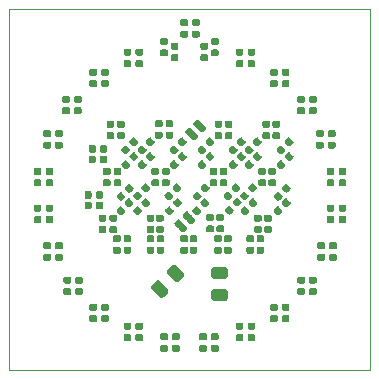
<source format=gbr>
G04 #@! TF.GenerationSoftware,KiCad,Pcbnew,(5.1.5)-3*
G04 #@! TF.CreationDate,2020-04-01T23:31:59-03:00*
G04 #@! TF.ProjectId,LDDH200324A,4c444448-3230-4303-9332-34412e6b6963,rev?*
G04 #@! TF.SameCoordinates,Original*
G04 #@! TF.FileFunction,Paste,Top*
G04 #@! TF.FilePolarity,Positive*
%FSLAX45Y45*%
G04 Gerber Fmt 4.5, Leading zero omitted, Abs format (unit mm)*
G04 Created by KiCad (PCBNEW (5.1.5)-3) date 2020-04-01 23:31:59*
%MOMM*%
%LPD*%
G04 APERTURE LIST*
%ADD10C,0.050000*%
%ADD11C,0.100000*%
G04 APERTURE END LIST*
D10*
X16306000Y-8549000D02*
X13256000Y-8549000D01*
X13256000Y-8549000D02*
X13256000Y-11599000D01*
X16306000Y-11599000D02*
X16306000Y-8549000D01*
X13256000Y-11599000D02*
X16306000Y-11599000D01*
D11*
G36*
X15084014Y-10731617D02*
G01*
X15086380Y-10731968D01*
X15088701Y-10732550D01*
X15090953Y-10733355D01*
X15093115Y-10734378D01*
X15095167Y-10735608D01*
X15097088Y-10737033D01*
X15098861Y-10738639D01*
X15100467Y-10740412D01*
X15101892Y-10742333D01*
X15103122Y-10744385D01*
X15104145Y-10746547D01*
X15104950Y-10748799D01*
X15105532Y-10751120D01*
X15105883Y-10753486D01*
X15106000Y-10755875D01*
X15106000Y-10804625D01*
X15105883Y-10807014D01*
X15105532Y-10809380D01*
X15104950Y-10811701D01*
X15104145Y-10813953D01*
X15103122Y-10816115D01*
X15101892Y-10818167D01*
X15100467Y-10820088D01*
X15098861Y-10821861D01*
X15097088Y-10823467D01*
X15095167Y-10824892D01*
X15093115Y-10826122D01*
X15090953Y-10827145D01*
X15088701Y-10827950D01*
X15086380Y-10828532D01*
X15084014Y-10828883D01*
X15081625Y-10829000D01*
X14990375Y-10829000D01*
X14987986Y-10828883D01*
X14985620Y-10828532D01*
X14983299Y-10827950D01*
X14981047Y-10827145D01*
X14978885Y-10826122D01*
X14976833Y-10824892D01*
X14974912Y-10823467D01*
X14973139Y-10821861D01*
X14971533Y-10820088D01*
X14970108Y-10818167D01*
X14968878Y-10816115D01*
X14967855Y-10813953D01*
X14967050Y-10811701D01*
X14966468Y-10809380D01*
X14966117Y-10807014D01*
X14966000Y-10804625D01*
X14966000Y-10755875D01*
X14966117Y-10753486D01*
X14966468Y-10751120D01*
X14967050Y-10748799D01*
X14967855Y-10746547D01*
X14968878Y-10744385D01*
X14970108Y-10742333D01*
X14971533Y-10740412D01*
X14973139Y-10738639D01*
X14974912Y-10737033D01*
X14976833Y-10735608D01*
X14978885Y-10734378D01*
X14981047Y-10733355D01*
X14983299Y-10732550D01*
X14985620Y-10731968D01*
X14987986Y-10731617D01*
X14990375Y-10731500D01*
X15081625Y-10731500D01*
X15084014Y-10731617D01*
G37*
G36*
X15084014Y-10919117D02*
G01*
X15086380Y-10919468D01*
X15088701Y-10920050D01*
X15090953Y-10920855D01*
X15093115Y-10921878D01*
X15095167Y-10923108D01*
X15097088Y-10924533D01*
X15098861Y-10926139D01*
X15100467Y-10927912D01*
X15101892Y-10929833D01*
X15103122Y-10931885D01*
X15104145Y-10934047D01*
X15104950Y-10936299D01*
X15105532Y-10938620D01*
X15105883Y-10940986D01*
X15106000Y-10943375D01*
X15106000Y-10992125D01*
X15105883Y-10994514D01*
X15105532Y-10996880D01*
X15104950Y-10999201D01*
X15104145Y-11001453D01*
X15103122Y-11003615D01*
X15101892Y-11005667D01*
X15100467Y-11007588D01*
X15098861Y-11009361D01*
X15097088Y-11010967D01*
X15095167Y-11012392D01*
X15093115Y-11013622D01*
X15090953Y-11014645D01*
X15088701Y-11015450D01*
X15086380Y-11016032D01*
X15084014Y-11016383D01*
X15081625Y-11016500D01*
X14990375Y-11016500D01*
X14987986Y-11016383D01*
X14985620Y-11016032D01*
X14983299Y-11015450D01*
X14981047Y-11014645D01*
X14978885Y-11013622D01*
X14976833Y-11012392D01*
X14974912Y-11010967D01*
X14973139Y-11009361D01*
X14971533Y-11007588D01*
X14970108Y-11005667D01*
X14968878Y-11003615D01*
X14967855Y-11001453D01*
X14967050Y-10999201D01*
X14966468Y-10996880D01*
X14966117Y-10994514D01*
X14966000Y-10992125D01*
X14966000Y-10943375D01*
X14966117Y-10940986D01*
X14966468Y-10938620D01*
X14967050Y-10936299D01*
X14967855Y-10934047D01*
X14968878Y-10931885D01*
X14970108Y-10929833D01*
X14971533Y-10927912D01*
X14973139Y-10926139D01*
X14974912Y-10924533D01*
X14976833Y-10923108D01*
X14978885Y-10921878D01*
X14981047Y-10920855D01*
X14983299Y-10920050D01*
X14985620Y-10919468D01*
X14987986Y-10919117D01*
X14990375Y-10919000D01*
X15081625Y-10919000D01*
X15084014Y-10919117D01*
G37*
G36*
X14517072Y-10841536D02*
G01*
X14519438Y-10841887D01*
X14521758Y-10842468D01*
X14524011Y-10843274D01*
X14526173Y-10844297D01*
X14528225Y-10845527D01*
X14530146Y-10846952D01*
X14531918Y-10848558D01*
X14596442Y-10913082D01*
X14598048Y-10914854D01*
X14599473Y-10916775D01*
X14600703Y-10918827D01*
X14601726Y-10920989D01*
X14602532Y-10923242D01*
X14603113Y-10925562D01*
X14603464Y-10927928D01*
X14603581Y-10930317D01*
X14603464Y-10932707D01*
X14603113Y-10935073D01*
X14602532Y-10937393D01*
X14601726Y-10939645D01*
X14600703Y-10941808D01*
X14599473Y-10943859D01*
X14598048Y-10945781D01*
X14596442Y-10947553D01*
X14561970Y-10982025D01*
X14560198Y-10983631D01*
X14558277Y-10985056D01*
X14556225Y-10986286D01*
X14554063Y-10987308D01*
X14551810Y-10988114D01*
X14549490Y-10988695D01*
X14547124Y-10989046D01*
X14544735Y-10989164D01*
X14542345Y-10989046D01*
X14539979Y-10988695D01*
X14537659Y-10988114D01*
X14535407Y-10987308D01*
X14533244Y-10986286D01*
X14531193Y-10985056D01*
X14529271Y-10983631D01*
X14527499Y-10982025D01*
X14462975Y-10917501D01*
X14461369Y-10915729D01*
X14459944Y-10913807D01*
X14458714Y-10911756D01*
X14457692Y-10909593D01*
X14456886Y-10907341D01*
X14456305Y-10905021D01*
X14455954Y-10902655D01*
X14455836Y-10900265D01*
X14455954Y-10897876D01*
X14456305Y-10895510D01*
X14456886Y-10893190D01*
X14457692Y-10890937D01*
X14458714Y-10888775D01*
X14459944Y-10886723D01*
X14461369Y-10884802D01*
X14462975Y-10883030D01*
X14497447Y-10848558D01*
X14499219Y-10846952D01*
X14501141Y-10845527D01*
X14503192Y-10844297D01*
X14505355Y-10843274D01*
X14507607Y-10842468D01*
X14509927Y-10841887D01*
X14512293Y-10841536D01*
X14514683Y-10841419D01*
X14517072Y-10841536D01*
G37*
G36*
X14649654Y-10708954D02*
G01*
X14652021Y-10709305D01*
X14654341Y-10709886D01*
X14656593Y-10710692D01*
X14658756Y-10711714D01*
X14660807Y-10712944D01*
X14662729Y-10714369D01*
X14664501Y-10715976D01*
X14729024Y-10780499D01*
X14730631Y-10782271D01*
X14732056Y-10784193D01*
X14733286Y-10786244D01*
X14734308Y-10788407D01*
X14735114Y-10790659D01*
X14735695Y-10792979D01*
X14736046Y-10795346D01*
X14736164Y-10797735D01*
X14736046Y-10800124D01*
X14735695Y-10802490D01*
X14735114Y-10804810D01*
X14734308Y-10807063D01*
X14733286Y-10809225D01*
X14732056Y-10811277D01*
X14730631Y-10813198D01*
X14729024Y-10814970D01*
X14694553Y-10849442D01*
X14692781Y-10851048D01*
X14690859Y-10852473D01*
X14688808Y-10853703D01*
X14686645Y-10854726D01*
X14684393Y-10855532D01*
X14682073Y-10856113D01*
X14679706Y-10856464D01*
X14677317Y-10856581D01*
X14674928Y-10856464D01*
X14672562Y-10856113D01*
X14670242Y-10855532D01*
X14667989Y-10854726D01*
X14665827Y-10853703D01*
X14663775Y-10852473D01*
X14661854Y-10851048D01*
X14660082Y-10849442D01*
X14595558Y-10784918D01*
X14593952Y-10783146D01*
X14592527Y-10781225D01*
X14591297Y-10779173D01*
X14590274Y-10777011D01*
X14589468Y-10774758D01*
X14588887Y-10772438D01*
X14588536Y-10770072D01*
X14588419Y-10767683D01*
X14588536Y-10765294D01*
X14588887Y-10762927D01*
X14589468Y-10760607D01*
X14590274Y-10758355D01*
X14591297Y-10756192D01*
X14592527Y-10754141D01*
X14593952Y-10752219D01*
X14595558Y-10750447D01*
X14630030Y-10715976D01*
X14631802Y-10714369D01*
X14633723Y-10712944D01*
X14635775Y-10711714D01*
X14637937Y-10710692D01*
X14640190Y-10709886D01*
X14642510Y-10709305D01*
X14644876Y-10708954D01*
X14647265Y-10708836D01*
X14649654Y-10708954D01*
G37*
G36*
X15399696Y-10558071D02*
G01*
X15401128Y-10558283D01*
X15402532Y-10558635D01*
X15403895Y-10559123D01*
X15405203Y-10559742D01*
X15406445Y-10560486D01*
X15407607Y-10561348D01*
X15408680Y-10562320D01*
X15409652Y-10563393D01*
X15410514Y-10564555D01*
X15411258Y-10565797D01*
X15411877Y-10567105D01*
X15412365Y-10568468D01*
X15412717Y-10569872D01*
X15412929Y-10571304D01*
X15413000Y-10572750D01*
X15413000Y-10602250D01*
X15412929Y-10603696D01*
X15412717Y-10605128D01*
X15412365Y-10606532D01*
X15411877Y-10607895D01*
X15411258Y-10609203D01*
X15410514Y-10610445D01*
X15409652Y-10611607D01*
X15408680Y-10612680D01*
X15407607Y-10613652D01*
X15406445Y-10614514D01*
X15405203Y-10615258D01*
X15403895Y-10615877D01*
X15402532Y-10616365D01*
X15401128Y-10616717D01*
X15399696Y-10616929D01*
X15398250Y-10617000D01*
X15363750Y-10617000D01*
X15362304Y-10616929D01*
X15360872Y-10616717D01*
X15359468Y-10616365D01*
X15358105Y-10615877D01*
X15356797Y-10615258D01*
X15355555Y-10614514D01*
X15354393Y-10613652D01*
X15353320Y-10612680D01*
X15352348Y-10611607D01*
X15351486Y-10610445D01*
X15350742Y-10609203D01*
X15350123Y-10607895D01*
X15349635Y-10606532D01*
X15349283Y-10605128D01*
X15349071Y-10603696D01*
X15349000Y-10602250D01*
X15349000Y-10572750D01*
X15349071Y-10571304D01*
X15349283Y-10569872D01*
X15349635Y-10568468D01*
X15350123Y-10567105D01*
X15350742Y-10565797D01*
X15351486Y-10564555D01*
X15352348Y-10563393D01*
X15353320Y-10562320D01*
X15354393Y-10561348D01*
X15355555Y-10560486D01*
X15356797Y-10559742D01*
X15358105Y-10559123D01*
X15359468Y-10558635D01*
X15360872Y-10558283D01*
X15362304Y-10558071D01*
X15363750Y-10558000D01*
X15398250Y-10558000D01*
X15399696Y-10558071D01*
G37*
G36*
X15399696Y-10461071D02*
G01*
X15401128Y-10461283D01*
X15402532Y-10461635D01*
X15403895Y-10462123D01*
X15405203Y-10462742D01*
X15406445Y-10463486D01*
X15407607Y-10464348D01*
X15408680Y-10465320D01*
X15409652Y-10466393D01*
X15410514Y-10467555D01*
X15411258Y-10468797D01*
X15411877Y-10470105D01*
X15412365Y-10471468D01*
X15412717Y-10472872D01*
X15412929Y-10474304D01*
X15413000Y-10475750D01*
X15413000Y-10505250D01*
X15412929Y-10506696D01*
X15412717Y-10508128D01*
X15412365Y-10509532D01*
X15411877Y-10510895D01*
X15411258Y-10512203D01*
X15410514Y-10513445D01*
X15409652Y-10514607D01*
X15408680Y-10515680D01*
X15407607Y-10516652D01*
X15406445Y-10517514D01*
X15405203Y-10518258D01*
X15403895Y-10518877D01*
X15402532Y-10519365D01*
X15401128Y-10519717D01*
X15399696Y-10519929D01*
X15398250Y-10520000D01*
X15363750Y-10520000D01*
X15362304Y-10519929D01*
X15360872Y-10519717D01*
X15359468Y-10519365D01*
X15358105Y-10518877D01*
X15356797Y-10518258D01*
X15355555Y-10517514D01*
X15354393Y-10516652D01*
X15353320Y-10515680D01*
X15352348Y-10514607D01*
X15351486Y-10513445D01*
X15350742Y-10512203D01*
X15350123Y-10510895D01*
X15349635Y-10509532D01*
X15349283Y-10508128D01*
X15349071Y-10506696D01*
X15349000Y-10505250D01*
X15349000Y-10475750D01*
X15349071Y-10474304D01*
X15349283Y-10472872D01*
X15349635Y-10471468D01*
X15350123Y-10470105D01*
X15350742Y-10468797D01*
X15351486Y-10467555D01*
X15352348Y-10466393D01*
X15353320Y-10465320D01*
X15354393Y-10464348D01*
X15355555Y-10463486D01*
X15356797Y-10462742D01*
X15358105Y-10462123D01*
X15359468Y-10461635D01*
X15360872Y-10461283D01*
X15362304Y-10461071D01*
X15363750Y-10461000D01*
X15398250Y-10461000D01*
X15399696Y-10461071D01*
G37*
G36*
X15314696Y-10461071D02*
G01*
X15316128Y-10461283D01*
X15317532Y-10461635D01*
X15318895Y-10462123D01*
X15320203Y-10462742D01*
X15321445Y-10463486D01*
X15322607Y-10464348D01*
X15323680Y-10465320D01*
X15324652Y-10466393D01*
X15325514Y-10467555D01*
X15326258Y-10468797D01*
X15326877Y-10470105D01*
X15327365Y-10471468D01*
X15327717Y-10472872D01*
X15327929Y-10474304D01*
X15328000Y-10475750D01*
X15328000Y-10505250D01*
X15327929Y-10506696D01*
X15327717Y-10508128D01*
X15327365Y-10509532D01*
X15326877Y-10510895D01*
X15326258Y-10512203D01*
X15325514Y-10513445D01*
X15324652Y-10514607D01*
X15323680Y-10515680D01*
X15322607Y-10516652D01*
X15321445Y-10517514D01*
X15320203Y-10518258D01*
X15318895Y-10518877D01*
X15317532Y-10519365D01*
X15316128Y-10519717D01*
X15314696Y-10519929D01*
X15313250Y-10520000D01*
X15278750Y-10520000D01*
X15277304Y-10519929D01*
X15275872Y-10519717D01*
X15274468Y-10519365D01*
X15273105Y-10518877D01*
X15271797Y-10518258D01*
X15270555Y-10517514D01*
X15269393Y-10516652D01*
X15268320Y-10515680D01*
X15267348Y-10514607D01*
X15266486Y-10513445D01*
X15265742Y-10512203D01*
X15265123Y-10510895D01*
X15264635Y-10509532D01*
X15264283Y-10508128D01*
X15264071Y-10506696D01*
X15264000Y-10505250D01*
X15264000Y-10475750D01*
X15264071Y-10474304D01*
X15264283Y-10472872D01*
X15264635Y-10471468D01*
X15265123Y-10470105D01*
X15265742Y-10468797D01*
X15266486Y-10467555D01*
X15267348Y-10466393D01*
X15268320Y-10465320D01*
X15269393Y-10464348D01*
X15270555Y-10463486D01*
X15271797Y-10462742D01*
X15273105Y-10462123D01*
X15274468Y-10461635D01*
X15275872Y-10461283D01*
X15277304Y-10461071D01*
X15278750Y-10461000D01*
X15313250Y-10461000D01*
X15314696Y-10461071D01*
G37*
G36*
X15314696Y-10558071D02*
G01*
X15316128Y-10558283D01*
X15317532Y-10558635D01*
X15318895Y-10559123D01*
X15320203Y-10559742D01*
X15321445Y-10560486D01*
X15322607Y-10561348D01*
X15323680Y-10562320D01*
X15324652Y-10563393D01*
X15325514Y-10564555D01*
X15326258Y-10565797D01*
X15326877Y-10567105D01*
X15327365Y-10568468D01*
X15327717Y-10569872D01*
X15327929Y-10571304D01*
X15328000Y-10572750D01*
X15328000Y-10602250D01*
X15327929Y-10603696D01*
X15327717Y-10605128D01*
X15327365Y-10606532D01*
X15326877Y-10607895D01*
X15326258Y-10609203D01*
X15325514Y-10610445D01*
X15324652Y-10611607D01*
X15323680Y-10612680D01*
X15322607Y-10613652D01*
X15321445Y-10614514D01*
X15320203Y-10615258D01*
X15318895Y-10615877D01*
X15317532Y-10616365D01*
X15316128Y-10616717D01*
X15314696Y-10616929D01*
X15313250Y-10617000D01*
X15278750Y-10617000D01*
X15277304Y-10616929D01*
X15275872Y-10616717D01*
X15274468Y-10616365D01*
X15273105Y-10615877D01*
X15271797Y-10615258D01*
X15270555Y-10614514D01*
X15269393Y-10613652D01*
X15268320Y-10612680D01*
X15267348Y-10611607D01*
X15266486Y-10610445D01*
X15265742Y-10609203D01*
X15265123Y-10607895D01*
X15264635Y-10606532D01*
X15264283Y-10605128D01*
X15264071Y-10603696D01*
X15264000Y-10602250D01*
X15264000Y-10572750D01*
X15264071Y-10571304D01*
X15264283Y-10569872D01*
X15264635Y-10568468D01*
X15265123Y-10567105D01*
X15265742Y-10565797D01*
X15266486Y-10564555D01*
X15267348Y-10563393D01*
X15268320Y-10562320D01*
X15269393Y-10561348D01*
X15270555Y-10560486D01*
X15271797Y-10559742D01*
X15273105Y-10559123D01*
X15274468Y-10558635D01*
X15275872Y-10558283D01*
X15277304Y-10558071D01*
X15278750Y-10558000D01*
X15313250Y-10558000D01*
X15314696Y-10558071D01*
G37*
G36*
X15125276Y-10557511D02*
G01*
X15126708Y-10557723D01*
X15128112Y-10558075D01*
X15129475Y-10558563D01*
X15130783Y-10559182D01*
X15132025Y-10559926D01*
X15133187Y-10560788D01*
X15134260Y-10561760D01*
X15135232Y-10562833D01*
X15136094Y-10563995D01*
X15136838Y-10565237D01*
X15137457Y-10566545D01*
X15137945Y-10567908D01*
X15138297Y-10569312D01*
X15138509Y-10570744D01*
X15138580Y-10572190D01*
X15138580Y-10601690D01*
X15138509Y-10603136D01*
X15138297Y-10604568D01*
X15137945Y-10605972D01*
X15137457Y-10607335D01*
X15136838Y-10608643D01*
X15136094Y-10609885D01*
X15135232Y-10611047D01*
X15134260Y-10612120D01*
X15133187Y-10613092D01*
X15132025Y-10613954D01*
X15130783Y-10614698D01*
X15129475Y-10615317D01*
X15128112Y-10615805D01*
X15126708Y-10616157D01*
X15125276Y-10616369D01*
X15123830Y-10616440D01*
X15089330Y-10616440D01*
X15087884Y-10616369D01*
X15086452Y-10616157D01*
X15085048Y-10615805D01*
X15083685Y-10615317D01*
X15082377Y-10614698D01*
X15081135Y-10613954D01*
X15079973Y-10613092D01*
X15078900Y-10612120D01*
X15077928Y-10611047D01*
X15077066Y-10609885D01*
X15076322Y-10608643D01*
X15075703Y-10607335D01*
X15075215Y-10605972D01*
X15074863Y-10604568D01*
X15074651Y-10603136D01*
X15074580Y-10601690D01*
X15074580Y-10572190D01*
X15074651Y-10570744D01*
X15074863Y-10569312D01*
X15075215Y-10567908D01*
X15075703Y-10566545D01*
X15076322Y-10565237D01*
X15077066Y-10563995D01*
X15077928Y-10562833D01*
X15078900Y-10561760D01*
X15079973Y-10560788D01*
X15081135Y-10559926D01*
X15082377Y-10559182D01*
X15083685Y-10558563D01*
X15085048Y-10558075D01*
X15086452Y-10557723D01*
X15087884Y-10557511D01*
X15089330Y-10557440D01*
X15123830Y-10557440D01*
X15125276Y-10557511D01*
G37*
G36*
X15125276Y-10460511D02*
G01*
X15126708Y-10460723D01*
X15128112Y-10461075D01*
X15129475Y-10461563D01*
X15130783Y-10462182D01*
X15132025Y-10462926D01*
X15133187Y-10463788D01*
X15134260Y-10464760D01*
X15135232Y-10465833D01*
X15136094Y-10466995D01*
X15136838Y-10468237D01*
X15137457Y-10469545D01*
X15137945Y-10470908D01*
X15138297Y-10472312D01*
X15138509Y-10473744D01*
X15138580Y-10475190D01*
X15138580Y-10504690D01*
X15138509Y-10506136D01*
X15138297Y-10507568D01*
X15137945Y-10508972D01*
X15137457Y-10510335D01*
X15136838Y-10511643D01*
X15136094Y-10512885D01*
X15135232Y-10514047D01*
X15134260Y-10515120D01*
X15133187Y-10516092D01*
X15132025Y-10516954D01*
X15130783Y-10517698D01*
X15129475Y-10518317D01*
X15128112Y-10518805D01*
X15126708Y-10519157D01*
X15125276Y-10519369D01*
X15123830Y-10519440D01*
X15089330Y-10519440D01*
X15087884Y-10519369D01*
X15086452Y-10519157D01*
X15085048Y-10518805D01*
X15083685Y-10518317D01*
X15082377Y-10517698D01*
X15081135Y-10516954D01*
X15079973Y-10516092D01*
X15078900Y-10515120D01*
X15077928Y-10514047D01*
X15077066Y-10512885D01*
X15076322Y-10511643D01*
X15075703Y-10510335D01*
X15075215Y-10508972D01*
X15074863Y-10507568D01*
X15074651Y-10506136D01*
X15074580Y-10504690D01*
X15074580Y-10475190D01*
X15074651Y-10473744D01*
X15074863Y-10472312D01*
X15075215Y-10470908D01*
X15075703Y-10469545D01*
X15076322Y-10468237D01*
X15077066Y-10466995D01*
X15077928Y-10465833D01*
X15078900Y-10464760D01*
X15079973Y-10463788D01*
X15081135Y-10462926D01*
X15082377Y-10462182D01*
X15083685Y-10461563D01*
X15085048Y-10461075D01*
X15086452Y-10460723D01*
X15087884Y-10460511D01*
X15089330Y-10460440D01*
X15123830Y-10460440D01*
X15125276Y-10460511D01*
G37*
G36*
X15041456Y-10460511D02*
G01*
X15042888Y-10460723D01*
X15044292Y-10461075D01*
X15045655Y-10461563D01*
X15046963Y-10462182D01*
X15048205Y-10462926D01*
X15049367Y-10463788D01*
X15050440Y-10464760D01*
X15051412Y-10465833D01*
X15052274Y-10466995D01*
X15053018Y-10468237D01*
X15053637Y-10469545D01*
X15054125Y-10470908D01*
X15054477Y-10472312D01*
X15054689Y-10473744D01*
X15054760Y-10475190D01*
X15054760Y-10504690D01*
X15054689Y-10506136D01*
X15054477Y-10507568D01*
X15054125Y-10508972D01*
X15053637Y-10510335D01*
X15053018Y-10511643D01*
X15052274Y-10512885D01*
X15051412Y-10514047D01*
X15050440Y-10515120D01*
X15049367Y-10516092D01*
X15048205Y-10516954D01*
X15046963Y-10517698D01*
X15045655Y-10518317D01*
X15044292Y-10518805D01*
X15042888Y-10519157D01*
X15041456Y-10519369D01*
X15040010Y-10519440D01*
X15005510Y-10519440D01*
X15004064Y-10519369D01*
X15002632Y-10519157D01*
X15001228Y-10518805D01*
X14999865Y-10518317D01*
X14998557Y-10517698D01*
X14997315Y-10516954D01*
X14996153Y-10516092D01*
X14995080Y-10515120D01*
X14994108Y-10514047D01*
X14993246Y-10512885D01*
X14992502Y-10511643D01*
X14991883Y-10510335D01*
X14991395Y-10508972D01*
X14991043Y-10507568D01*
X14990831Y-10506136D01*
X14990760Y-10504690D01*
X14990760Y-10475190D01*
X14990831Y-10473744D01*
X14991043Y-10472312D01*
X14991395Y-10470908D01*
X14991883Y-10469545D01*
X14992502Y-10468237D01*
X14993246Y-10466995D01*
X14994108Y-10465833D01*
X14995080Y-10464760D01*
X14996153Y-10463788D01*
X14997315Y-10462926D01*
X14998557Y-10462182D01*
X14999865Y-10461563D01*
X15001228Y-10461075D01*
X15002632Y-10460723D01*
X15004064Y-10460511D01*
X15005510Y-10460440D01*
X15040010Y-10460440D01*
X15041456Y-10460511D01*
G37*
G36*
X15041456Y-10557511D02*
G01*
X15042888Y-10557723D01*
X15044292Y-10558075D01*
X15045655Y-10558563D01*
X15046963Y-10559182D01*
X15048205Y-10559926D01*
X15049367Y-10560788D01*
X15050440Y-10561760D01*
X15051412Y-10562833D01*
X15052274Y-10563995D01*
X15053018Y-10565237D01*
X15053637Y-10566545D01*
X15054125Y-10567908D01*
X15054477Y-10569312D01*
X15054689Y-10570744D01*
X15054760Y-10572190D01*
X15054760Y-10601690D01*
X15054689Y-10603136D01*
X15054477Y-10604568D01*
X15054125Y-10605972D01*
X15053637Y-10607335D01*
X15053018Y-10608643D01*
X15052274Y-10609885D01*
X15051412Y-10611047D01*
X15050440Y-10612120D01*
X15049367Y-10613092D01*
X15048205Y-10613954D01*
X15046963Y-10614698D01*
X15045655Y-10615317D01*
X15044292Y-10615805D01*
X15042888Y-10616157D01*
X15041456Y-10616369D01*
X15040010Y-10616440D01*
X15005510Y-10616440D01*
X15004064Y-10616369D01*
X15002632Y-10616157D01*
X15001228Y-10615805D01*
X14999865Y-10615317D01*
X14998557Y-10614698D01*
X14997315Y-10613954D01*
X14996153Y-10613092D01*
X14995080Y-10612120D01*
X14994108Y-10611047D01*
X14993246Y-10609885D01*
X14992502Y-10608643D01*
X14991883Y-10607335D01*
X14991395Y-10605972D01*
X14991043Y-10604568D01*
X14990831Y-10603136D01*
X14990760Y-10601690D01*
X14990760Y-10572190D01*
X14990831Y-10570744D01*
X14991043Y-10569312D01*
X14991395Y-10567908D01*
X14991883Y-10566545D01*
X14992502Y-10565237D01*
X14993246Y-10563995D01*
X14994108Y-10562833D01*
X14995080Y-10561760D01*
X14996153Y-10560788D01*
X14997315Y-10559926D01*
X14998557Y-10559182D01*
X14999865Y-10558563D01*
X15001228Y-10558075D01*
X15002632Y-10557723D01*
X15004064Y-10557511D01*
X15005510Y-10557440D01*
X15040010Y-10557440D01*
X15041456Y-10557511D01*
G37*
G36*
X14834696Y-10558071D02*
G01*
X14836128Y-10558283D01*
X14837532Y-10558635D01*
X14838895Y-10559123D01*
X14840203Y-10559742D01*
X14841445Y-10560486D01*
X14842607Y-10561348D01*
X14843680Y-10562320D01*
X14844652Y-10563393D01*
X14845514Y-10564555D01*
X14846258Y-10565797D01*
X14846877Y-10567105D01*
X14847365Y-10568468D01*
X14847717Y-10569872D01*
X14847929Y-10571304D01*
X14848000Y-10572750D01*
X14848000Y-10602250D01*
X14847929Y-10603696D01*
X14847717Y-10605128D01*
X14847365Y-10606532D01*
X14846877Y-10607895D01*
X14846258Y-10609203D01*
X14845514Y-10610445D01*
X14844652Y-10611607D01*
X14843680Y-10612680D01*
X14842607Y-10613652D01*
X14841445Y-10614514D01*
X14840203Y-10615258D01*
X14838895Y-10615877D01*
X14837532Y-10616365D01*
X14836128Y-10616717D01*
X14834696Y-10616929D01*
X14833250Y-10617000D01*
X14798750Y-10617000D01*
X14797304Y-10616929D01*
X14795872Y-10616717D01*
X14794468Y-10616365D01*
X14793105Y-10615877D01*
X14791797Y-10615258D01*
X14790555Y-10614514D01*
X14789393Y-10613652D01*
X14788320Y-10612680D01*
X14787348Y-10611607D01*
X14786486Y-10610445D01*
X14785742Y-10609203D01*
X14785123Y-10607895D01*
X14784635Y-10606532D01*
X14784283Y-10605128D01*
X14784071Y-10603696D01*
X14784000Y-10602250D01*
X14784000Y-10572750D01*
X14784071Y-10571304D01*
X14784283Y-10569872D01*
X14784635Y-10568468D01*
X14785123Y-10567105D01*
X14785742Y-10565797D01*
X14786486Y-10564555D01*
X14787348Y-10563393D01*
X14788320Y-10562320D01*
X14789393Y-10561348D01*
X14790555Y-10560486D01*
X14791797Y-10559742D01*
X14793105Y-10559123D01*
X14794468Y-10558635D01*
X14795872Y-10558283D01*
X14797304Y-10558071D01*
X14798750Y-10558000D01*
X14833250Y-10558000D01*
X14834696Y-10558071D01*
G37*
G36*
X14834696Y-10461071D02*
G01*
X14836128Y-10461283D01*
X14837532Y-10461635D01*
X14838895Y-10462123D01*
X14840203Y-10462742D01*
X14841445Y-10463486D01*
X14842607Y-10464348D01*
X14843680Y-10465320D01*
X14844652Y-10466393D01*
X14845514Y-10467555D01*
X14846258Y-10468797D01*
X14846877Y-10470105D01*
X14847365Y-10471468D01*
X14847717Y-10472872D01*
X14847929Y-10474304D01*
X14848000Y-10475750D01*
X14848000Y-10505250D01*
X14847929Y-10506696D01*
X14847717Y-10508128D01*
X14847365Y-10509532D01*
X14846877Y-10510895D01*
X14846258Y-10512203D01*
X14845514Y-10513445D01*
X14844652Y-10514607D01*
X14843680Y-10515680D01*
X14842607Y-10516652D01*
X14841445Y-10517514D01*
X14840203Y-10518258D01*
X14838895Y-10518877D01*
X14837532Y-10519365D01*
X14836128Y-10519717D01*
X14834696Y-10519929D01*
X14833250Y-10520000D01*
X14798750Y-10520000D01*
X14797304Y-10519929D01*
X14795872Y-10519717D01*
X14794468Y-10519365D01*
X14793105Y-10518877D01*
X14791797Y-10518258D01*
X14790555Y-10517514D01*
X14789393Y-10516652D01*
X14788320Y-10515680D01*
X14787348Y-10514607D01*
X14786486Y-10513445D01*
X14785742Y-10512203D01*
X14785123Y-10510895D01*
X14784635Y-10509532D01*
X14784283Y-10508128D01*
X14784071Y-10506696D01*
X14784000Y-10505250D01*
X14784000Y-10475750D01*
X14784071Y-10474304D01*
X14784283Y-10472872D01*
X14784635Y-10471468D01*
X14785123Y-10470105D01*
X14785742Y-10468797D01*
X14786486Y-10467555D01*
X14787348Y-10466393D01*
X14788320Y-10465320D01*
X14789393Y-10464348D01*
X14790555Y-10463486D01*
X14791797Y-10462742D01*
X14793105Y-10462123D01*
X14794468Y-10461635D01*
X14795872Y-10461283D01*
X14797304Y-10461071D01*
X14798750Y-10461000D01*
X14833250Y-10461000D01*
X14834696Y-10461071D01*
G37*
G36*
X14754696Y-10461071D02*
G01*
X14756128Y-10461283D01*
X14757532Y-10461635D01*
X14758895Y-10462123D01*
X14760203Y-10462742D01*
X14761445Y-10463486D01*
X14762607Y-10464348D01*
X14763680Y-10465320D01*
X14764652Y-10466393D01*
X14765514Y-10467555D01*
X14766258Y-10468797D01*
X14766877Y-10470105D01*
X14767365Y-10471468D01*
X14767717Y-10472872D01*
X14767929Y-10474304D01*
X14768000Y-10475750D01*
X14768000Y-10505250D01*
X14767929Y-10506696D01*
X14767717Y-10508128D01*
X14767365Y-10509532D01*
X14766877Y-10510895D01*
X14766258Y-10512203D01*
X14765514Y-10513445D01*
X14764652Y-10514607D01*
X14763680Y-10515680D01*
X14762607Y-10516652D01*
X14761445Y-10517514D01*
X14760203Y-10518258D01*
X14758895Y-10518877D01*
X14757532Y-10519365D01*
X14756128Y-10519717D01*
X14754696Y-10519929D01*
X14753250Y-10520000D01*
X14718750Y-10520000D01*
X14717304Y-10519929D01*
X14715872Y-10519717D01*
X14714468Y-10519365D01*
X14713105Y-10518877D01*
X14711797Y-10518258D01*
X14710555Y-10517514D01*
X14709393Y-10516652D01*
X14708320Y-10515680D01*
X14707348Y-10514607D01*
X14706486Y-10513445D01*
X14705742Y-10512203D01*
X14705123Y-10510895D01*
X14704635Y-10509532D01*
X14704283Y-10508128D01*
X14704071Y-10506696D01*
X14704000Y-10505250D01*
X14704000Y-10475750D01*
X14704071Y-10474304D01*
X14704283Y-10472872D01*
X14704635Y-10471468D01*
X14705123Y-10470105D01*
X14705742Y-10468797D01*
X14706486Y-10467555D01*
X14707348Y-10466393D01*
X14708320Y-10465320D01*
X14709393Y-10464348D01*
X14710555Y-10463486D01*
X14711797Y-10462742D01*
X14713105Y-10462123D01*
X14714468Y-10461635D01*
X14715872Y-10461283D01*
X14717304Y-10461071D01*
X14718750Y-10461000D01*
X14753250Y-10461000D01*
X14754696Y-10461071D01*
G37*
G36*
X14754696Y-10558071D02*
G01*
X14756128Y-10558283D01*
X14757532Y-10558635D01*
X14758895Y-10559123D01*
X14760203Y-10559742D01*
X14761445Y-10560486D01*
X14762607Y-10561348D01*
X14763680Y-10562320D01*
X14764652Y-10563393D01*
X14765514Y-10564555D01*
X14766258Y-10565797D01*
X14766877Y-10567105D01*
X14767365Y-10568468D01*
X14767717Y-10569872D01*
X14767929Y-10571304D01*
X14768000Y-10572750D01*
X14768000Y-10602250D01*
X14767929Y-10603696D01*
X14767717Y-10605128D01*
X14767365Y-10606532D01*
X14766877Y-10607895D01*
X14766258Y-10609203D01*
X14765514Y-10610445D01*
X14764652Y-10611607D01*
X14763680Y-10612680D01*
X14762607Y-10613652D01*
X14761445Y-10614514D01*
X14760203Y-10615258D01*
X14758895Y-10615877D01*
X14757532Y-10616365D01*
X14756128Y-10616717D01*
X14754696Y-10616929D01*
X14753250Y-10617000D01*
X14718750Y-10617000D01*
X14717304Y-10616929D01*
X14715872Y-10616717D01*
X14714468Y-10616365D01*
X14713105Y-10615877D01*
X14711797Y-10615258D01*
X14710555Y-10614514D01*
X14709393Y-10613652D01*
X14708320Y-10612680D01*
X14707348Y-10611607D01*
X14706486Y-10610445D01*
X14705742Y-10609203D01*
X14705123Y-10607895D01*
X14704635Y-10606532D01*
X14704283Y-10605128D01*
X14704071Y-10603696D01*
X14704000Y-10602250D01*
X14704000Y-10572750D01*
X14704071Y-10571304D01*
X14704283Y-10569872D01*
X14704635Y-10568468D01*
X14705123Y-10567105D01*
X14705742Y-10565797D01*
X14706486Y-10564555D01*
X14707348Y-10563393D01*
X14708320Y-10562320D01*
X14709393Y-10561348D01*
X14710555Y-10560486D01*
X14711797Y-10559742D01*
X14713105Y-10559123D01*
X14714468Y-10558635D01*
X14715872Y-10558283D01*
X14717304Y-10558071D01*
X14718750Y-10558000D01*
X14753250Y-10558000D01*
X14754696Y-10558071D01*
G37*
G36*
X14554696Y-10558071D02*
G01*
X14556128Y-10558283D01*
X14557532Y-10558635D01*
X14558895Y-10559123D01*
X14560203Y-10559742D01*
X14561445Y-10560486D01*
X14562607Y-10561348D01*
X14563680Y-10562320D01*
X14564652Y-10563393D01*
X14565514Y-10564555D01*
X14566258Y-10565797D01*
X14566877Y-10567105D01*
X14567365Y-10568468D01*
X14567717Y-10569872D01*
X14567929Y-10571304D01*
X14568000Y-10572750D01*
X14568000Y-10602250D01*
X14567929Y-10603696D01*
X14567717Y-10605128D01*
X14567365Y-10606532D01*
X14566877Y-10607895D01*
X14566258Y-10609203D01*
X14565514Y-10610445D01*
X14564652Y-10611607D01*
X14563680Y-10612680D01*
X14562607Y-10613652D01*
X14561445Y-10614514D01*
X14560203Y-10615258D01*
X14558895Y-10615877D01*
X14557532Y-10616365D01*
X14556128Y-10616717D01*
X14554696Y-10616929D01*
X14553250Y-10617000D01*
X14518750Y-10617000D01*
X14517304Y-10616929D01*
X14515872Y-10616717D01*
X14514468Y-10616365D01*
X14513105Y-10615877D01*
X14511797Y-10615258D01*
X14510555Y-10614514D01*
X14509393Y-10613652D01*
X14508320Y-10612680D01*
X14507348Y-10611607D01*
X14506486Y-10610445D01*
X14505742Y-10609203D01*
X14505123Y-10607895D01*
X14504635Y-10606532D01*
X14504283Y-10605128D01*
X14504071Y-10603696D01*
X14504000Y-10602250D01*
X14504000Y-10572750D01*
X14504071Y-10571304D01*
X14504283Y-10569872D01*
X14504635Y-10568468D01*
X14505123Y-10567105D01*
X14505742Y-10565797D01*
X14506486Y-10564555D01*
X14507348Y-10563393D01*
X14508320Y-10562320D01*
X14509393Y-10561348D01*
X14510555Y-10560486D01*
X14511797Y-10559742D01*
X14513105Y-10559123D01*
X14514468Y-10558635D01*
X14515872Y-10558283D01*
X14517304Y-10558071D01*
X14518750Y-10558000D01*
X14553250Y-10558000D01*
X14554696Y-10558071D01*
G37*
G36*
X14554696Y-10461071D02*
G01*
X14556128Y-10461283D01*
X14557532Y-10461635D01*
X14558895Y-10462123D01*
X14560203Y-10462742D01*
X14561445Y-10463486D01*
X14562607Y-10464348D01*
X14563680Y-10465320D01*
X14564652Y-10466393D01*
X14565514Y-10467555D01*
X14566258Y-10468797D01*
X14566877Y-10470105D01*
X14567365Y-10471468D01*
X14567717Y-10472872D01*
X14567929Y-10474304D01*
X14568000Y-10475750D01*
X14568000Y-10505250D01*
X14567929Y-10506696D01*
X14567717Y-10508128D01*
X14567365Y-10509532D01*
X14566877Y-10510895D01*
X14566258Y-10512203D01*
X14565514Y-10513445D01*
X14564652Y-10514607D01*
X14563680Y-10515680D01*
X14562607Y-10516652D01*
X14561445Y-10517514D01*
X14560203Y-10518258D01*
X14558895Y-10518877D01*
X14557532Y-10519365D01*
X14556128Y-10519717D01*
X14554696Y-10519929D01*
X14553250Y-10520000D01*
X14518750Y-10520000D01*
X14517304Y-10519929D01*
X14515872Y-10519717D01*
X14514468Y-10519365D01*
X14513105Y-10518877D01*
X14511797Y-10518258D01*
X14510555Y-10517514D01*
X14509393Y-10516652D01*
X14508320Y-10515680D01*
X14507348Y-10514607D01*
X14506486Y-10513445D01*
X14505742Y-10512203D01*
X14505123Y-10510895D01*
X14504635Y-10509532D01*
X14504283Y-10508128D01*
X14504071Y-10506696D01*
X14504000Y-10505250D01*
X14504000Y-10475750D01*
X14504071Y-10474304D01*
X14504283Y-10472872D01*
X14504635Y-10471468D01*
X14505123Y-10470105D01*
X14505742Y-10468797D01*
X14506486Y-10467555D01*
X14507348Y-10466393D01*
X14508320Y-10465320D01*
X14509393Y-10464348D01*
X14510555Y-10463486D01*
X14511797Y-10462742D01*
X14513105Y-10462123D01*
X14514468Y-10461635D01*
X14515872Y-10461283D01*
X14517304Y-10461071D01*
X14518750Y-10461000D01*
X14553250Y-10461000D01*
X14554696Y-10461071D01*
G37*
G36*
X14469696Y-10461071D02*
G01*
X14471128Y-10461283D01*
X14472532Y-10461635D01*
X14473895Y-10462123D01*
X14475203Y-10462742D01*
X14476445Y-10463486D01*
X14477607Y-10464348D01*
X14478680Y-10465320D01*
X14479652Y-10466393D01*
X14480514Y-10467555D01*
X14481258Y-10468797D01*
X14481877Y-10470105D01*
X14482365Y-10471468D01*
X14482717Y-10472872D01*
X14482929Y-10474304D01*
X14483000Y-10475750D01*
X14483000Y-10505250D01*
X14482929Y-10506696D01*
X14482717Y-10508128D01*
X14482365Y-10509532D01*
X14481877Y-10510895D01*
X14481258Y-10512203D01*
X14480514Y-10513445D01*
X14479652Y-10514607D01*
X14478680Y-10515680D01*
X14477607Y-10516652D01*
X14476445Y-10517514D01*
X14475203Y-10518258D01*
X14473895Y-10518877D01*
X14472532Y-10519365D01*
X14471128Y-10519717D01*
X14469696Y-10519929D01*
X14468250Y-10520000D01*
X14433750Y-10520000D01*
X14432304Y-10519929D01*
X14430872Y-10519717D01*
X14429468Y-10519365D01*
X14428105Y-10518877D01*
X14426797Y-10518258D01*
X14425555Y-10517514D01*
X14424393Y-10516652D01*
X14423320Y-10515680D01*
X14422348Y-10514607D01*
X14421486Y-10513445D01*
X14420742Y-10512203D01*
X14420123Y-10510895D01*
X14419635Y-10509532D01*
X14419283Y-10508128D01*
X14419071Y-10506696D01*
X14419000Y-10505250D01*
X14419000Y-10475750D01*
X14419071Y-10474304D01*
X14419283Y-10472872D01*
X14419635Y-10471468D01*
X14420123Y-10470105D01*
X14420742Y-10468797D01*
X14421486Y-10467555D01*
X14422348Y-10466393D01*
X14423320Y-10465320D01*
X14424393Y-10464348D01*
X14425555Y-10463486D01*
X14426797Y-10462742D01*
X14428105Y-10462123D01*
X14429468Y-10461635D01*
X14430872Y-10461283D01*
X14432304Y-10461071D01*
X14433750Y-10461000D01*
X14468250Y-10461000D01*
X14469696Y-10461071D01*
G37*
G36*
X14469696Y-10558071D02*
G01*
X14471128Y-10558283D01*
X14472532Y-10558635D01*
X14473895Y-10559123D01*
X14475203Y-10559742D01*
X14476445Y-10560486D01*
X14477607Y-10561348D01*
X14478680Y-10562320D01*
X14479652Y-10563393D01*
X14480514Y-10564555D01*
X14481258Y-10565797D01*
X14481877Y-10567105D01*
X14482365Y-10568468D01*
X14482717Y-10569872D01*
X14482929Y-10571304D01*
X14483000Y-10572750D01*
X14483000Y-10602250D01*
X14482929Y-10603696D01*
X14482717Y-10605128D01*
X14482365Y-10606532D01*
X14481877Y-10607895D01*
X14481258Y-10609203D01*
X14480514Y-10610445D01*
X14479652Y-10611607D01*
X14478680Y-10612680D01*
X14477607Y-10613652D01*
X14476445Y-10614514D01*
X14475203Y-10615258D01*
X14473895Y-10615877D01*
X14472532Y-10616365D01*
X14471128Y-10616717D01*
X14469696Y-10616929D01*
X14468250Y-10617000D01*
X14433750Y-10617000D01*
X14432304Y-10616929D01*
X14430872Y-10616717D01*
X14429468Y-10616365D01*
X14428105Y-10615877D01*
X14426797Y-10615258D01*
X14425555Y-10614514D01*
X14424393Y-10613652D01*
X14423320Y-10612680D01*
X14422348Y-10611607D01*
X14421486Y-10610445D01*
X14420742Y-10609203D01*
X14420123Y-10607895D01*
X14419635Y-10606532D01*
X14419283Y-10605128D01*
X14419071Y-10603696D01*
X14419000Y-10602250D01*
X14419000Y-10572750D01*
X14419071Y-10571304D01*
X14419283Y-10569872D01*
X14419635Y-10568468D01*
X14420123Y-10567105D01*
X14420742Y-10565797D01*
X14421486Y-10564555D01*
X14422348Y-10563393D01*
X14423320Y-10562320D01*
X14424393Y-10561348D01*
X14425555Y-10560486D01*
X14426797Y-10559742D01*
X14428105Y-10559123D01*
X14429468Y-10558635D01*
X14430872Y-10558283D01*
X14432304Y-10558071D01*
X14433750Y-10558000D01*
X14468250Y-10558000D01*
X14469696Y-10558071D01*
G37*
G36*
X14274696Y-10557511D02*
G01*
X14276128Y-10557723D01*
X14277532Y-10558075D01*
X14278895Y-10558563D01*
X14280203Y-10559182D01*
X14281445Y-10559926D01*
X14282607Y-10560788D01*
X14283680Y-10561760D01*
X14284652Y-10562833D01*
X14285514Y-10563995D01*
X14286258Y-10565237D01*
X14286877Y-10566545D01*
X14287365Y-10567908D01*
X14287717Y-10569312D01*
X14287929Y-10570744D01*
X14288000Y-10572190D01*
X14288000Y-10601690D01*
X14287929Y-10603136D01*
X14287717Y-10604568D01*
X14287365Y-10605972D01*
X14286877Y-10607335D01*
X14286258Y-10608643D01*
X14285514Y-10609885D01*
X14284652Y-10611047D01*
X14283680Y-10612120D01*
X14282607Y-10613092D01*
X14281445Y-10613954D01*
X14280203Y-10614698D01*
X14278895Y-10615317D01*
X14277532Y-10615805D01*
X14276128Y-10616157D01*
X14274696Y-10616369D01*
X14273250Y-10616440D01*
X14238750Y-10616440D01*
X14237304Y-10616369D01*
X14235872Y-10616157D01*
X14234468Y-10615805D01*
X14233105Y-10615317D01*
X14231797Y-10614698D01*
X14230555Y-10613954D01*
X14229393Y-10613092D01*
X14228320Y-10612120D01*
X14227348Y-10611047D01*
X14226486Y-10609885D01*
X14225742Y-10608643D01*
X14225123Y-10607335D01*
X14224635Y-10605972D01*
X14224283Y-10604568D01*
X14224071Y-10603136D01*
X14224000Y-10601690D01*
X14224000Y-10572190D01*
X14224071Y-10570744D01*
X14224283Y-10569312D01*
X14224635Y-10567908D01*
X14225123Y-10566545D01*
X14225742Y-10565237D01*
X14226486Y-10563995D01*
X14227348Y-10562833D01*
X14228320Y-10561760D01*
X14229393Y-10560788D01*
X14230555Y-10559926D01*
X14231797Y-10559182D01*
X14233105Y-10558563D01*
X14234468Y-10558075D01*
X14235872Y-10557723D01*
X14237304Y-10557511D01*
X14238750Y-10557440D01*
X14273250Y-10557440D01*
X14274696Y-10557511D01*
G37*
G36*
X14274696Y-10460511D02*
G01*
X14276128Y-10460723D01*
X14277532Y-10461075D01*
X14278895Y-10461563D01*
X14280203Y-10462182D01*
X14281445Y-10462926D01*
X14282607Y-10463788D01*
X14283680Y-10464760D01*
X14284652Y-10465833D01*
X14285514Y-10466995D01*
X14286258Y-10468237D01*
X14286877Y-10469545D01*
X14287365Y-10470908D01*
X14287717Y-10472312D01*
X14287929Y-10473744D01*
X14288000Y-10475190D01*
X14288000Y-10504690D01*
X14287929Y-10506136D01*
X14287717Y-10507568D01*
X14287365Y-10508972D01*
X14286877Y-10510335D01*
X14286258Y-10511643D01*
X14285514Y-10512885D01*
X14284652Y-10514047D01*
X14283680Y-10515120D01*
X14282607Y-10516092D01*
X14281445Y-10516954D01*
X14280203Y-10517698D01*
X14278895Y-10518317D01*
X14277532Y-10518805D01*
X14276128Y-10519157D01*
X14274696Y-10519369D01*
X14273250Y-10519440D01*
X14238750Y-10519440D01*
X14237304Y-10519369D01*
X14235872Y-10519157D01*
X14234468Y-10518805D01*
X14233105Y-10518317D01*
X14231797Y-10517698D01*
X14230555Y-10516954D01*
X14229393Y-10516092D01*
X14228320Y-10515120D01*
X14227348Y-10514047D01*
X14226486Y-10512885D01*
X14225742Y-10511643D01*
X14225123Y-10510335D01*
X14224635Y-10508972D01*
X14224283Y-10507568D01*
X14224071Y-10506136D01*
X14224000Y-10504690D01*
X14224000Y-10475190D01*
X14224071Y-10473744D01*
X14224283Y-10472312D01*
X14224635Y-10470908D01*
X14225123Y-10469545D01*
X14225742Y-10468237D01*
X14226486Y-10466995D01*
X14227348Y-10465833D01*
X14228320Y-10464760D01*
X14229393Y-10463788D01*
X14230555Y-10462926D01*
X14231797Y-10462182D01*
X14233105Y-10461563D01*
X14234468Y-10461075D01*
X14235872Y-10460723D01*
X14237304Y-10460511D01*
X14238750Y-10460440D01*
X14273250Y-10460440D01*
X14274696Y-10460511D01*
G37*
G36*
X14184696Y-10460511D02*
G01*
X14186128Y-10460723D01*
X14187532Y-10461075D01*
X14188895Y-10461563D01*
X14190203Y-10462182D01*
X14191445Y-10462926D01*
X14192607Y-10463788D01*
X14193680Y-10464760D01*
X14194652Y-10465833D01*
X14195514Y-10466995D01*
X14196258Y-10468237D01*
X14196877Y-10469545D01*
X14197365Y-10470908D01*
X14197717Y-10472312D01*
X14197929Y-10473744D01*
X14198000Y-10475190D01*
X14198000Y-10504690D01*
X14197929Y-10506136D01*
X14197717Y-10507568D01*
X14197365Y-10508972D01*
X14196877Y-10510335D01*
X14196258Y-10511643D01*
X14195514Y-10512885D01*
X14194652Y-10514047D01*
X14193680Y-10515120D01*
X14192607Y-10516092D01*
X14191445Y-10516954D01*
X14190203Y-10517698D01*
X14188895Y-10518317D01*
X14187532Y-10518805D01*
X14186128Y-10519157D01*
X14184696Y-10519369D01*
X14183250Y-10519440D01*
X14148750Y-10519440D01*
X14147304Y-10519369D01*
X14145872Y-10519157D01*
X14144468Y-10518805D01*
X14143105Y-10518317D01*
X14141797Y-10517698D01*
X14140555Y-10516954D01*
X14139393Y-10516092D01*
X14138320Y-10515120D01*
X14137348Y-10514047D01*
X14136486Y-10512885D01*
X14135742Y-10511643D01*
X14135123Y-10510335D01*
X14134635Y-10508972D01*
X14134283Y-10507568D01*
X14134071Y-10506136D01*
X14134000Y-10504690D01*
X14134000Y-10475190D01*
X14134071Y-10473744D01*
X14134283Y-10472312D01*
X14134635Y-10470908D01*
X14135123Y-10469545D01*
X14135742Y-10468237D01*
X14136486Y-10466995D01*
X14137348Y-10465833D01*
X14138320Y-10464760D01*
X14139393Y-10463788D01*
X14140555Y-10462926D01*
X14141797Y-10462182D01*
X14143105Y-10461563D01*
X14144468Y-10461075D01*
X14145872Y-10460723D01*
X14147304Y-10460511D01*
X14148750Y-10460440D01*
X14183250Y-10460440D01*
X14184696Y-10460511D01*
G37*
G36*
X14184696Y-10557511D02*
G01*
X14186128Y-10557723D01*
X14187532Y-10558075D01*
X14188895Y-10558563D01*
X14190203Y-10559182D01*
X14191445Y-10559926D01*
X14192607Y-10560788D01*
X14193680Y-10561760D01*
X14194652Y-10562833D01*
X14195514Y-10563995D01*
X14196258Y-10565237D01*
X14196877Y-10566545D01*
X14197365Y-10567908D01*
X14197717Y-10569312D01*
X14197929Y-10570744D01*
X14198000Y-10572190D01*
X14198000Y-10601690D01*
X14197929Y-10603136D01*
X14197717Y-10604568D01*
X14197365Y-10605972D01*
X14196877Y-10607335D01*
X14196258Y-10608643D01*
X14195514Y-10609885D01*
X14194652Y-10611047D01*
X14193680Y-10612120D01*
X14192607Y-10613092D01*
X14191445Y-10613954D01*
X14190203Y-10614698D01*
X14188895Y-10615317D01*
X14187532Y-10615805D01*
X14186128Y-10616157D01*
X14184696Y-10616369D01*
X14183250Y-10616440D01*
X14148750Y-10616440D01*
X14147304Y-10616369D01*
X14145872Y-10616157D01*
X14144468Y-10615805D01*
X14143105Y-10615317D01*
X14141797Y-10614698D01*
X14140555Y-10613954D01*
X14139393Y-10613092D01*
X14138320Y-10612120D01*
X14137348Y-10611047D01*
X14136486Y-10609885D01*
X14135742Y-10608643D01*
X14135123Y-10607335D01*
X14134635Y-10605972D01*
X14134283Y-10604568D01*
X14134071Y-10603136D01*
X14134000Y-10601690D01*
X14134000Y-10572190D01*
X14134071Y-10570744D01*
X14134283Y-10569312D01*
X14134635Y-10567908D01*
X14135123Y-10566545D01*
X14135742Y-10565237D01*
X14136486Y-10563995D01*
X14137348Y-10562833D01*
X14138320Y-10561760D01*
X14139393Y-10560788D01*
X14140555Y-10559926D01*
X14141797Y-10559182D01*
X14143105Y-10558563D01*
X14144468Y-10558075D01*
X14145872Y-10557723D01*
X14147304Y-10557511D01*
X14148750Y-10557440D01*
X14183250Y-10557440D01*
X14184696Y-10557511D01*
G37*
G36*
X15464696Y-10383071D02*
G01*
X15466128Y-10383283D01*
X15467532Y-10383635D01*
X15468895Y-10384123D01*
X15470203Y-10384742D01*
X15471445Y-10385486D01*
X15472607Y-10386348D01*
X15473680Y-10387320D01*
X15474652Y-10388393D01*
X15475514Y-10389555D01*
X15476258Y-10390797D01*
X15476877Y-10392105D01*
X15477365Y-10393468D01*
X15477717Y-10394872D01*
X15477929Y-10396304D01*
X15478000Y-10397750D01*
X15478000Y-10427250D01*
X15477929Y-10428696D01*
X15477717Y-10430128D01*
X15477365Y-10431532D01*
X15476877Y-10432895D01*
X15476258Y-10434203D01*
X15475514Y-10435445D01*
X15474652Y-10436607D01*
X15473680Y-10437680D01*
X15472607Y-10438652D01*
X15471445Y-10439514D01*
X15470203Y-10440258D01*
X15468895Y-10440877D01*
X15467532Y-10441365D01*
X15466128Y-10441717D01*
X15464696Y-10441929D01*
X15463250Y-10442000D01*
X15428750Y-10442000D01*
X15427304Y-10441929D01*
X15425872Y-10441717D01*
X15424468Y-10441365D01*
X15423105Y-10440877D01*
X15421797Y-10440258D01*
X15420555Y-10439514D01*
X15419393Y-10438652D01*
X15418320Y-10437680D01*
X15417348Y-10436607D01*
X15416486Y-10435445D01*
X15415742Y-10434203D01*
X15415123Y-10432895D01*
X15414635Y-10431532D01*
X15414283Y-10430128D01*
X15414071Y-10428696D01*
X15414000Y-10427250D01*
X15414000Y-10397750D01*
X15414071Y-10396304D01*
X15414283Y-10394872D01*
X15414635Y-10393468D01*
X15415123Y-10392105D01*
X15415742Y-10390797D01*
X15416486Y-10389555D01*
X15417348Y-10388393D01*
X15418320Y-10387320D01*
X15419393Y-10386348D01*
X15420555Y-10385486D01*
X15421797Y-10384742D01*
X15423105Y-10384123D01*
X15424468Y-10383635D01*
X15425872Y-10383283D01*
X15427304Y-10383071D01*
X15428750Y-10383000D01*
X15463250Y-10383000D01*
X15464696Y-10383071D01*
G37*
G36*
X15464696Y-10286071D02*
G01*
X15466128Y-10286283D01*
X15467532Y-10286635D01*
X15468895Y-10287123D01*
X15470203Y-10287742D01*
X15471445Y-10288486D01*
X15472607Y-10289348D01*
X15473680Y-10290320D01*
X15474652Y-10291393D01*
X15475514Y-10292555D01*
X15476258Y-10293797D01*
X15476877Y-10295105D01*
X15477365Y-10296468D01*
X15477717Y-10297872D01*
X15477929Y-10299304D01*
X15478000Y-10300750D01*
X15478000Y-10330250D01*
X15477929Y-10331696D01*
X15477717Y-10333128D01*
X15477365Y-10334532D01*
X15476877Y-10335895D01*
X15476258Y-10337203D01*
X15475514Y-10338445D01*
X15474652Y-10339607D01*
X15473680Y-10340680D01*
X15472607Y-10341652D01*
X15471445Y-10342514D01*
X15470203Y-10343258D01*
X15468895Y-10343877D01*
X15467532Y-10344365D01*
X15466128Y-10344717D01*
X15464696Y-10344929D01*
X15463250Y-10345000D01*
X15428750Y-10345000D01*
X15427304Y-10344929D01*
X15425872Y-10344717D01*
X15424468Y-10344365D01*
X15423105Y-10343877D01*
X15421797Y-10343258D01*
X15420555Y-10342514D01*
X15419393Y-10341652D01*
X15418320Y-10340680D01*
X15417348Y-10339607D01*
X15416486Y-10338445D01*
X15415742Y-10337203D01*
X15415123Y-10335895D01*
X15414635Y-10334532D01*
X15414283Y-10333128D01*
X15414071Y-10331696D01*
X15414000Y-10330250D01*
X15414000Y-10300750D01*
X15414071Y-10299304D01*
X15414283Y-10297872D01*
X15414635Y-10296468D01*
X15415123Y-10295105D01*
X15415742Y-10293797D01*
X15416486Y-10292555D01*
X15417348Y-10291393D01*
X15418320Y-10290320D01*
X15419393Y-10289348D01*
X15420555Y-10288486D01*
X15421797Y-10287742D01*
X15423105Y-10287123D01*
X15424468Y-10286635D01*
X15425872Y-10286283D01*
X15427304Y-10286071D01*
X15428750Y-10286000D01*
X15463250Y-10286000D01*
X15464696Y-10286071D01*
G37*
G36*
X15059696Y-10378071D02*
G01*
X15061128Y-10378283D01*
X15062532Y-10378635D01*
X15063895Y-10379123D01*
X15065203Y-10379742D01*
X15066445Y-10380486D01*
X15067607Y-10381348D01*
X15068680Y-10382320D01*
X15069652Y-10383393D01*
X15070514Y-10384555D01*
X15071258Y-10385797D01*
X15071877Y-10387105D01*
X15072365Y-10388468D01*
X15072717Y-10389872D01*
X15072929Y-10391304D01*
X15073000Y-10392750D01*
X15073000Y-10422250D01*
X15072929Y-10423696D01*
X15072717Y-10425128D01*
X15072365Y-10426532D01*
X15071877Y-10427895D01*
X15071258Y-10429203D01*
X15070514Y-10430445D01*
X15069652Y-10431607D01*
X15068680Y-10432680D01*
X15067607Y-10433652D01*
X15066445Y-10434514D01*
X15065203Y-10435258D01*
X15063895Y-10435877D01*
X15062532Y-10436365D01*
X15061128Y-10436717D01*
X15059696Y-10436929D01*
X15058250Y-10437000D01*
X15023750Y-10437000D01*
X15022304Y-10436929D01*
X15020872Y-10436717D01*
X15019468Y-10436365D01*
X15018105Y-10435877D01*
X15016797Y-10435258D01*
X15015555Y-10434514D01*
X15014393Y-10433652D01*
X15013320Y-10432680D01*
X15012348Y-10431607D01*
X15011486Y-10430445D01*
X15010742Y-10429203D01*
X15010123Y-10427895D01*
X15009635Y-10426532D01*
X15009283Y-10425128D01*
X15009071Y-10423696D01*
X15009000Y-10422250D01*
X15009000Y-10392750D01*
X15009071Y-10391304D01*
X15009283Y-10389872D01*
X15009635Y-10388468D01*
X15010123Y-10387105D01*
X15010742Y-10385797D01*
X15011486Y-10384555D01*
X15012348Y-10383393D01*
X15013320Y-10382320D01*
X15014393Y-10381348D01*
X15015555Y-10380486D01*
X15016797Y-10379742D01*
X15018105Y-10379123D01*
X15019468Y-10378635D01*
X15020872Y-10378283D01*
X15022304Y-10378071D01*
X15023750Y-10378000D01*
X15058250Y-10378000D01*
X15059696Y-10378071D01*
G37*
G36*
X15059696Y-10281071D02*
G01*
X15061128Y-10281283D01*
X15062532Y-10281635D01*
X15063895Y-10282123D01*
X15065203Y-10282742D01*
X15066445Y-10283486D01*
X15067607Y-10284348D01*
X15068680Y-10285320D01*
X15069652Y-10286393D01*
X15070514Y-10287555D01*
X15071258Y-10288797D01*
X15071877Y-10290105D01*
X15072365Y-10291468D01*
X15072717Y-10292872D01*
X15072929Y-10294304D01*
X15073000Y-10295750D01*
X15073000Y-10325250D01*
X15072929Y-10326696D01*
X15072717Y-10328128D01*
X15072365Y-10329532D01*
X15071877Y-10330895D01*
X15071258Y-10332203D01*
X15070514Y-10333445D01*
X15069652Y-10334607D01*
X15068680Y-10335680D01*
X15067607Y-10336652D01*
X15066445Y-10337514D01*
X15065203Y-10338258D01*
X15063895Y-10338877D01*
X15062532Y-10339365D01*
X15061128Y-10339717D01*
X15059696Y-10339929D01*
X15058250Y-10340000D01*
X15023750Y-10340000D01*
X15022304Y-10339929D01*
X15020872Y-10339717D01*
X15019468Y-10339365D01*
X15018105Y-10338877D01*
X15016797Y-10338258D01*
X15015555Y-10337514D01*
X15014393Y-10336652D01*
X15013320Y-10335680D01*
X15012348Y-10334607D01*
X15011486Y-10333445D01*
X15010742Y-10332203D01*
X15010123Y-10330895D01*
X15009635Y-10329532D01*
X15009283Y-10328128D01*
X15009071Y-10326696D01*
X15009000Y-10325250D01*
X15009000Y-10295750D01*
X15009071Y-10294304D01*
X15009283Y-10292872D01*
X15009635Y-10291468D01*
X15010123Y-10290105D01*
X15010742Y-10288797D01*
X15011486Y-10287555D01*
X15012348Y-10286393D01*
X15013320Y-10285320D01*
X15014393Y-10284348D01*
X15015555Y-10283486D01*
X15016797Y-10282742D01*
X15018105Y-10282123D01*
X15019468Y-10281635D01*
X15020872Y-10281283D01*
X15022304Y-10281071D01*
X15023750Y-10281000D01*
X15058250Y-10281000D01*
X15059696Y-10281071D01*
G37*
G36*
X14549696Y-10383071D02*
G01*
X14551128Y-10383283D01*
X14552532Y-10383635D01*
X14553895Y-10384123D01*
X14555203Y-10384742D01*
X14556445Y-10385486D01*
X14557607Y-10386348D01*
X14558680Y-10387320D01*
X14559652Y-10388393D01*
X14560514Y-10389555D01*
X14561258Y-10390797D01*
X14561877Y-10392105D01*
X14562365Y-10393468D01*
X14562717Y-10394872D01*
X14562929Y-10396304D01*
X14563000Y-10397750D01*
X14563000Y-10427250D01*
X14562929Y-10428696D01*
X14562717Y-10430128D01*
X14562365Y-10431532D01*
X14561877Y-10432895D01*
X14561258Y-10434203D01*
X14560514Y-10435445D01*
X14559652Y-10436607D01*
X14558680Y-10437680D01*
X14557607Y-10438652D01*
X14556445Y-10439514D01*
X14555203Y-10440258D01*
X14553895Y-10440877D01*
X14552532Y-10441365D01*
X14551128Y-10441717D01*
X14549696Y-10441929D01*
X14548250Y-10442000D01*
X14513750Y-10442000D01*
X14512304Y-10441929D01*
X14510872Y-10441717D01*
X14509468Y-10441365D01*
X14508105Y-10440877D01*
X14506797Y-10440258D01*
X14505555Y-10439514D01*
X14504393Y-10438652D01*
X14503320Y-10437680D01*
X14502348Y-10436607D01*
X14501486Y-10435445D01*
X14500742Y-10434203D01*
X14500123Y-10432895D01*
X14499635Y-10431532D01*
X14499283Y-10430128D01*
X14499071Y-10428696D01*
X14499000Y-10427250D01*
X14499000Y-10397750D01*
X14499071Y-10396304D01*
X14499283Y-10394872D01*
X14499635Y-10393468D01*
X14500123Y-10392105D01*
X14500742Y-10390797D01*
X14501486Y-10389555D01*
X14502348Y-10388393D01*
X14503320Y-10387320D01*
X14504393Y-10386348D01*
X14505555Y-10385486D01*
X14506797Y-10384742D01*
X14508105Y-10384123D01*
X14509468Y-10383635D01*
X14510872Y-10383283D01*
X14512304Y-10383071D01*
X14513750Y-10383000D01*
X14548250Y-10383000D01*
X14549696Y-10383071D01*
G37*
G36*
X14549696Y-10286071D02*
G01*
X14551128Y-10286283D01*
X14552532Y-10286635D01*
X14553895Y-10287123D01*
X14555203Y-10287742D01*
X14556445Y-10288486D01*
X14557607Y-10289348D01*
X14558680Y-10290320D01*
X14559652Y-10291393D01*
X14560514Y-10292555D01*
X14561258Y-10293797D01*
X14561877Y-10295105D01*
X14562365Y-10296468D01*
X14562717Y-10297872D01*
X14562929Y-10299304D01*
X14563000Y-10300750D01*
X14563000Y-10330250D01*
X14562929Y-10331696D01*
X14562717Y-10333128D01*
X14562365Y-10334532D01*
X14561877Y-10335895D01*
X14561258Y-10337203D01*
X14560514Y-10338445D01*
X14559652Y-10339607D01*
X14558680Y-10340680D01*
X14557607Y-10341652D01*
X14556445Y-10342514D01*
X14555203Y-10343258D01*
X14553895Y-10343877D01*
X14552532Y-10344365D01*
X14551128Y-10344717D01*
X14549696Y-10344929D01*
X14548250Y-10345000D01*
X14513750Y-10345000D01*
X14512304Y-10344929D01*
X14510872Y-10344717D01*
X14509468Y-10344365D01*
X14508105Y-10343877D01*
X14506797Y-10343258D01*
X14505555Y-10342514D01*
X14504393Y-10341652D01*
X14503320Y-10340680D01*
X14502348Y-10339607D01*
X14501486Y-10338445D01*
X14500742Y-10337203D01*
X14500123Y-10335895D01*
X14499635Y-10334532D01*
X14499283Y-10333128D01*
X14499071Y-10331696D01*
X14499000Y-10330250D01*
X14499000Y-10300750D01*
X14499071Y-10299304D01*
X14499283Y-10297872D01*
X14499635Y-10296468D01*
X14500123Y-10295105D01*
X14500742Y-10293797D01*
X14501486Y-10292555D01*
X14502348Y-10291393D01*
X14503320Y-10290320D01*
X14504393Y-10289348D01*
X14505555Y-10288486D01*
X14506797Y-10287742D01*
X14508105Y-10287123D01*
X14509468Y-10286635D01*
X14510872Y-10286283D01*
X14512304Y-10286071D01*
X14513750Y-10286000D01*
X14548250Y-10286000D01*
X14549696Y-10286071D01*
G37*
G36*
X14154696Y-10383071D02*
G01*
X14156128Y-10383283D01*
X14157532Y-10383635D01*
X14158895Y-10384123D01*
X14160203Y-10384742D01*
X14161445Y-10385486D01*
X14162607Y-10386348D01*
X14163680Y-10387320D01*
X14164652Y-10388393D01*
X14165514Y-10389555D01*
X14166258Y-10390797D01*
X14166877Y-10392105D01*
X14167365Y-10393468D01*
X14167717Y-10394872D01*
X14167929Y-10396304D01*
X14168000Y-10397750D01*
X14168000Y-10427250D01*
X14167929Y-10428696D01*
X14167717Y-10430128D01*
X14167365Y-10431532D01*
X14166877Y-10432895D01*
X14166258Y-10434203D01*
X14165514Y-10435445D01*
X14164652Y-10436607D01*
X14163680Y-10437680D01*
X14162607Y-10438652D01*
X14161445Y-10439514D01*
X14160203Y-10440258D01*
X14158895Y-10440877D01*
X14157532Y-10441365D01*
X14156128Y-10441717D01*
X14154696Y-10441929D01*
X14153250Y-10442000D01*
X14118750Y-10442000D01*
X14117304Y-10441929D01*
X14115872Y-10441717D01*
X14114468Y-10441365D01*
X14113105Y-10440877D01*
X14111797Y-10440258D01*
X14110555Y-10439514D01*
X14109393Y-10438652D01*
X14108320Y-10437680D01*
X14107348Y-10436607D01*
X14106486Y-10435445D01*
X14105742Y-10434203D01*
X14105123Y-10432895D01*
X14104635Y-10431532D01*
X14104283Y-10430128D01*
X14104071Y-10428696D01*
X14104000Y-10427250D01*
X14104000Y-10397750D01*
X14104071Y-10396304D01*
X14104283Y-10394872D01*
X14104635Y-10393468D01*
X14105123Y-10392105D01*
X14105742Y-10390797D01*
X14106486Y-10389555D01*
X14107348Y-10388393D01*
X14108320Y-10387320D01*
X14109393Y-10386348D01*
X14110555Y-10385486D01*
X14111797Y-10384742D01*
X14113105Y-10384123D01*
X14114468Y-10383635D01*
X14115872Y-10383283D01*
X14117304Y-10383071D01*
X14118750Y-10383000D01*
X14153250Y-10383000D01*
X14154696Y-10383071D01*
G37*
G36*
X14154696Y-10286071D02*
G01*
X14156128Y-10286283D01*
X14157532Y-10286635D01*
X14158895Y-10287123D01*
X14160203Y-10287742D01*
X14161445Y-10288486D01*
X14162607Y-10289348D01*
X14163680Y-10290320D01*
X14164652Y-10291393D01*
X14165514Y-10292555D01*
X14166258Y-10293797D01*
X14166877Y-10295105D01*
X14167365Y-10296468D01*
X14167717Y-10297872D01*
X14167929Y-10299304D01*
X14168000Y-10300750D01*
X14168000Y-10330250D01*
X14167929Y-10331696D01*
X14167717Y-10333128D01*
X14167365Y-10334532D01*
X14166877Y-10335895D01*
X14166258Y-10337203D01*
X14165514Y-10338445D01*
X14164652Y-10339607D01*
X14163680Y-10340680D01*
X14162607Y-10341652D01*
X14161445Y-10342514D01*
X14160203Y-10343258D01*
X14158895Y-10343877D01*
X14157532Y-10344365D01*
X14156128Y-10344717D01*
X14154696Y-10344929D01*
X14153250Y-10345000D01*
X14118750Y-10345000D01*
X14117304Y-10344929D01*
X14115872Y-10344717D01*
X14114468Y-10344365D01*
X14113105Y-10343877D01*
X14111797Y-10343258D01*
X14110555Y-10342514D01*
X14109393Y-10341652D01*
X14108320Y-10340680D01*
X14107348Y-10339607D01*
X14106486Y-10338445D01*
X14105742Y-10337203D01*
X14105123Y-10335895D01*
X14104635Y-10334532D01*
X14104283Y-10333128D01*
X14104071Y-10331696D01*
X14104000Y-10330250D01*
X14104000Y-10300750D01*
X14104071Y-10299304D01*
X14104283Y-10297872D01*
X14104635Y-10296468D01*
X14105123Y-10295105D01*
X14105742Y-10293797D01*
X14106486Y-10292555D01*
X14107348Y-10291393D01*
X14108320Y-10290320D01*
X14109393Y-10289348D01*
X14110555Y-10288486D01*
X14111797Y-10287742D01*
X14113105Y-10287123D01*
X14114468Y-10286635D01*
X14115872Y-10286283D01*
X14117304Y-10286071D01*
X14118750Y-10286000D01*
X14153250Y-10286000D01*
X14154696Y-10286071D01*
G37*
G36*
X15379696Y-10286071D02*
G01*
X15381128Y-10286283D01*
X15382532Y-10286635D01*
X15383895Y-10287123D01*
X15385203Y-10287742D01*
X15386445Y-10288486D01*
X15387607Y-10289348D01*
X15388680Y-10290320D01*
X15389652Y-10291393D01*
X15390514Y-10292555D01*
X15391258Y-10293797D01*
X15391877Y-10295105D01*
X15392365Y-10296468D01*
X15392717Y-10297872D01*
X15392929Y-10299304D01*
X15393000Y-10300750D01*
X15393000Y-10330250D01*
X15392929Y-10331696D01*
X15392717Y-10333128D01*
X15392365Y-10334532D01*
X15391877Y-10335895D01*
X15391258Y-10337203D01*
X15390514Y-10338445D01*
X15389652Y-10339607D01*
X15388680Y-10340680D01*
X15387607Y-10341652D01*
X15386445Y-10342514D01*
X15385203Y-10343258D01*
X15383895Y-10343877D01*
X15382532Y-10344365D01*
X15381128Y-10344717D01*
X15379696Y-10344929D01*
X15378250Y-10345000D01*
X15343750Y-10345000D01*
X15342304Y-10344929D01*
X15340872Y-10344717D01*
X15339468Y-10344365D01*
X15338105Y-10343877D01*
X15336797Y-10343258D01*
X15335555Y-10342514D01*
X15334393Y-10341652D01*
X15333320Y-10340680D01*
X15332348Y-10339607D01*
X15331486Y-10338445D01*
X15330742Y-10337203D01*
X15330123Y-10335895D01*
X15329635Y-10334532D01*
X15329283Y-10333128D01*
X15329071Y-10331696D01*
X15329000Y-10330250D01*
X15329000Y-10300750D01*
X15329071Y-10299304D01*
X15329283Y-10297872D01*
X15329635Y-10296468D01*
X15330123Y-10295105D01*
X15330742Y-10293797D01*
X15331486Y-10292555D01*
X15332348Y-10291393D01*
X15333320Y-10290320D01*
X15334393Y-10289348D01*
X15335555Y-10288486D01*
X15336797Y-10287742D01*
X15338105Y-10287123D01*
X15339468Y-10286635D01*
X15340872Y-10286283D01*
X15342304Y-10286071D01*
X15343750Y-10286000D01*
X15378250Y-10286000D01*
X15379696Y-10286071D01*
G37*
G36*
X15379696Y-10383071D02*
G01*
X15381128Y-10383283D01*
X15382532Y-10383635D01*
X15383895Y-10384123D01*
X15385203Y-10384742D01*
X15386445Y-10385486D01*
X15387607Y-10386348D01*
X15388680Y-10387320D01*
X15389652Y-10388393D01*
X15390514Y-10389555D01*
X15391258Y-10390797D01*
X15391877Y-10392105D01*
X15392365Y-10393468D01*
X15392717Y-10394872D01*
X15392929Y-10396304D01*
X15393000Y-10397750D01*
X15393000Y-10427250D01*
X15392929Y-10428696D01*
X15392717Y-10430128D01*
X15392365Y-10431532D01*
X15391877Y-10432895D01*
X15391258Y-10434203D01*
X15390514Y-10435445D01*
X15389652Y-10436607D01*
X15388680Y-10437680D01*
X15387607Y-10438652D01*
X15386445Y-10439514D01*
X15385203Y-10440258D01*
X15383895Y-10440877D01*
X15382532Y-10441365D01*
X15381128Y-10441717D01*
X15379696Y-10441929D01*
X15378250Y-10442000D01*
X15343750Y-10442000D01*
X15342304Y-10441929D01*
X15340872Y-10441717D01*
X15339468Y-10441365D01*
X15338105Y-10440877D01*
X15336797Y-10440258D01*
X15335555Y-10439514D01*
X15334393Y-10438652D01*
X15333320Y-10437680D01*
X15332348Y-10436607D01*
X15331486Y-10435445D01*
X15330742Y-10434203D01*
X15330123Y-10432895D01*
X15329635Y-10431532D01*
X15329283Y-10430128D01*
X15329071Y-10428696D01*
X15329000Y-10427250D01*
X15329000Y-10397750D01*
X15329071Y-10396304D01*
X15329283Y-10394872D01*
X15329635Y-10393468D01*
X15330123Y-10392105D01*
X15330742Y-10390797D01*
X15331486Y-10389555D01*
X15332348Y-10388393D01*
X15333320Y-10387320D01*
X15334393Y-10386348D01*
X15335555Y-10385486D01*
X15336797Y-10384742D01*
X15338105Y-10384123D01*
X15339468Y-10383635D01*
X15340872Y-10383283D01*
X15342304Y-10383071D01*
X15343750Y-10383000D01*
X15378250Y-10383000D01*
X15379696Y-10383071D01*
G37*
G36*
X14974696Y-10281071D02*
G01*
X14976128Y-10281283D01*
X14977532Y-10281635D01*
X14978895Y-10282123D01*
X14980203Y-10282742D01*
X14981445Y-10283486D01*
X14982607Y-10284348D01*
X14983680Y-10285320D01*
X14984652Y-10286393D01*
X14985514Y-10287555D01*
X14986258Y-10288797D01*
X14986877Y-10290105D01*
X14987365Y-10291468D01*
X14987717Y-10292872D01*
X14987929Y-10294304D01*
X14988000Y-10295750D01*
X14988000Y-10325250D01*
X14987929Y-10326696D01*
X14987717Y-10328128D01*
X14987365Y-10329532D01*
X14986877Y-10330895D01*
X14986258Y-10332203D01*
X14985514Y-10333445D01*
X14984652Y-10334607D01*
X14983680Y-10335680D01*
X14982607Y-10336652D01*
X14981445Y-10337514D01*
X14980203Y-10338258D01*
X14978895Y-10338877D01*
X14977532Y-10339365D01*
X14976128Y-10339717D01*
X14974696Y-10339929D01*
X14973250Y-10340000D01*
X14938750Y-10340000D01*
X14937304Y-10339929D01*
X14935872Y-10339717D01*
X14934468Y-10339365D01*
X14933105Y-10338877D01*
X14931797Y-10338258D01*
X14930555Y-10337514D01*
X14929393Y-10336652D01*
X14928320Y-10335680D01*
X14927348Y-10334607D01*
X14926486Y-10333445D01*
X14925742Y-10332203D01*
X14925123Y-10330895D01*
X14924635Y-10329532D01*
X14924283Y-10328128D01*
X14924071Y-10326696D01*
X14924000Y-10325250D01*
X14924000Y-10295750D01*
X14924071Y-10294304D01*
X14924283Y-10292872D01*
X14924635Y-10291468D01*
X14925123Y-10290105D01*
X14925742Y-10288797D01*
X14926486Y-10287555D01*
X14927348Y-10286393D01*
X14928320Y-10285320D01*
X14929393Y-10284348D01*
X14930555Y-10283486D01*
X14931797Y-10282742D01*
X14933105Y-10282123D01*
X14934468Y-10281635D01*
X14935872Y-10281283D01*
X14937304Y-10281071D01*
X14938750Y-10281000D01*
X14973250Y-10281000D01*
X14974696Y-10281071D01*
G37*
G36*
X14974696Y-10378071D02*
G01*
X14976128Y-10378283D01*
X14977532Y-10378635D01*
X14978895Y-10379123D01*
X14980203Y-10379742D01*
X14981445Y-10380486D01*
X14982607Y-10381348D01*
X14983680Y-10382320D01*
X14984652Y-10383393D01*
X14985514Y-10384555D01*
X14986258Y-10385797D01*
X14986877Y-10387105D01*
X14987365Y-10388468D01*
X14987717Y-10389872D01*
X14987929Y-10391304D01*
X14988000Y-10392750D01*
X14988000Y-10422250D01*
X14987929Y-10423696D01*
X14987717Y-10425128D01*
X14987365Y-10426532D01*
X14986877Y-10427895D01*
X14986258Y-10429203D01*
X14985514Y-10430445D01*
X14984652Y-10431607D01*
X14983680Y-10432680D01*
X14982607Y-10433652D01*
X14981445Y-10434514D01*
X14980203Y-10435258D01*
X14978895Y-10435877D01*
X14977532Y-10436365D01*
X14976128Y-10436717D01*
X14974696Y-10436929D01*
X14973250Y-10437000D01*
X14938750Y-10437000D01*
X14937304Y-10436929D01*
X14935872Y-10436717D01*
X14934468Y-10436365D01*
X14933105Y-10435877D01*
X14931797Y-10435258D01*
X14930555Y-10434514D01*
X14929393Y-10433652D01*
X14928320Y-10432680D01*
X14927348Y-10431607D01*
X14926486Y-10430445D01*
X14925742Y-10429203D01*
X14925123Y-10427895D01*
X14924635Y-10426532D01*
X14924283Y-10425128D01*
X14924071Y-10423696D01*
X14924000Y-10422250D01*
X14924000Y-10392750D01*
X14924071Y-10391304D01*
X14924283Y-10389872D01*
X14924635Y-10388468D01*
X14925123Y-10387105D01*
X14925742Y-10385797D01*
X14926486Y-10384555D01*
X14927348Y-10383393D01*
X14928320Y-10382320D01*
X14929393Y-10381348D01*
X14930555Y-10380486D01*
X14931797Y-10379742D01*
X14933105Y-10379123D01*
X14934468Y-10378635D01*
X14935872Y-10378283D01*
X14937304Y-10378071D01*
X14938750Y-10378000D01*
X14973250Y-10378000D01*
X14974696Y-10378071D01*
G37*
G36*
X14469696Y-10286071D02*
G01*
X14471128Y-10286283D01*
X14472532Y-10286635D01*
X14473895Y-10287123D01*
X14475203Y-10287742D01*
X14476445Y-10288486D01*
X14477607Y-10289348D01*
X14478680Y-10290320D01*
X14479652Y-10291393D01*
X14480514Y-10292555D01*
X14481258Y-10293797D01*
X14481877Y-10295105D01*
X14482365Y-10296468D01*
X14482717Y-10297872D01*
X14482929Y-10299304D01*
X14483000Y-10300750D01*
X14483000Y-10330250D01*
X14482929Y-10331696D01*
X14482717Y-10333128D01*
X14482365Y-10334532D01*
X14481877Y-10335895D01*
X14481258Y-10337203D01*
X14480514Y-10338445D01*
X14479652Y-10339607D01*
X14478680Y-10340680D01*
X14477607Y-10341652D01*
X14476445Y-10342514D01*
X14475203Y-10343258D01*
X14473895Y-10343877D01*
X14472532Y-10344365D01*
X14471128Y-10344717D01*
X14469696Y-10344929D01*
X14468250Y-10345000D01*
X14433750Y-10345000D01*
X14432304Y-10344929D01*
X14430872Y-10344717D01*
X14429468Y-10344365D01*
X14428105Y-10343877D01*
X14426797Y-10343258D01*
X14425555Y-10342514D01*
X14424393Y-10341652D01*
X14423320Y-10340680D01*
X14422348Y-10339607D01*
X14421486Y-10338445D01*
X14420742Y-10337203D01*
X14420123Y-10335895D01*
X14419635Y-10334532D01*
X14419283Y-10333128D01*
X14419071Y-10331696D01*
X14419000Y-10330250D01*
X14419000Y-10300750D01*
X14419071Y-10299304D01*
X14419283Y-10297872D01*
X14419635Y-10296468D01*
X14420123Y-10295105D01*
X14420742Y-10293797D01*
X14421486Y-10292555D01*
X14422348Y-10291393D01*
X14423320Y-10290320D01*
X14424393Y-10289348D01*
X14425555Y-10288486D01*
X14426797Y-10287742D01*
X14428105Y-10287123D01*
X14429468Y-10286635D01*
X14430872Y-10286283D01*
X14432304Y-10286071D01*
X14433750Y-10286000D01*
X14468250Y-10286000D01*
X14469696Y-10286071D01*
G37*
G36*
X14469696Y-10383071D02*
G01*
X14471128Y-10383283D01*
X14472532Y-10383635D01*
X14473895Y-10384123D01*
X14475203Y-10384742D01*
X14476445Y-10385486D01*
X14477607Y-10386348D01*
X14478680Y-10387320D01*
X14479652Y-10388393D01*
X14480514Y-10389555D01*
X14481258Y-10390797D01*
X14481877Y-10392105D01*
X14482365Y-10393468D01*
X14482717Y-10394872D01*
X14482929Y-10396304D01*
X14483000Y-10397750D01*
X14483000Y-10427250D01*
X14482929Y-10428696D01*
X14482717Y-10430128D01*
X14482365Y-10431532D01*
X14481877Y-10432895D01*
X14481258Y-10434203D01*
X14480514Y-10435445D01*
X14479652Y-10436607D01*
X14478680Y-10437680D01*
X14477607Y-10438652D01*
X14476445Y-10439514D01*
X14475203Y-10440258D01*
X14473895Y-10440877D01*
X14472532Y-10441365D01*
X14471128Y-10441717D01*
X14469696Y-10441929D01*
X14468250Y-10442000D01*
X14433750Y-10442000D01*
X14432304Y-10441929D01*
X14430872Y-10441717D01*
X14429468Y-10441365D01*
X14428105Y-10440877D01*
X14426797Y-10440258D01*
X14425555Y-10439514D01*
X14424393Y-10438652D01*
X14423320Y-10437680D01*
X14422348Y-10436607D01*
X14421486Y-10435445D01*
X14420742Y-10434203D01*
X14420123Y-10432895D01*
X14419635Y-10431532D01*
X14419283Y-10430128D01*
X14419071Y-10428696D01*
X14419000Y-10427250D01*
X14419000Y-10397750D01*
X14419071Y-10396304D01*
X14419283Y-10394872D01*
X14419635Y-10393468D01*
X14420123Y-10392105D01*
X14420742Y-10390797D01*
X14421486Y-10389555D01*
X14422348Y-10388393D01*
X14423320Y-10387320D01*
X14424393Y-10386348D01*
X14425555Y-10385486D01*
X14426797Y-10384742D01*
X14428105Y-10384123D01*
X14429468Y-10383635D01*
X14430872Y-10383283D01*
X14432304Y-10383071D01*
X14433750Y-10383000D01*
X14468250Y-10383000D01*
X14469696Y-10383071D01*
G37*
G36*
X14064696Y-10286071D02*
G01*
X14066128Y-10286283D01*
X14067532Y-10286635D01*
X14068895Y-10287123D01*
X14070203Y-10287742D01*
X14071445Y-10288486D01*
X14072607Y-10289348D01*
X14073680Y-10290320D01*
X14074652Y-10291393D01*
X14075514Y-10292555D01*
X14076258Y-10293797D01*
X14076877Y-10295105D01*
X14077365Y-10296468D01*
X14077717Y-10297872D01*
X14077929Y-10299304D01*
X14078000Y-10300750D01*
X14078000Y-10330250D01*
X14077929Y-10331696D01*
X14077717Y-10333128D01*
X14077365Y-10334532D01*
X14076877Y-10335895D01*
X14076258Y-10337203D01*
X14075514Y-10338445D01*
X14074652Y-10339607D01*
X14073680Y-10340680D01*
X14072607Y-10341652D01*
X14071445Y-10342514D01*
X14070203Y-10343258D01*
X14068895Y-10343877D01*
X14067532Y-10344365D01*
X14066128Y-10344717D01*
X14064696Y-10344929D01*
X14063250Y-10345000D01*
X14028750Y-10345000D01*
X14027304Y-10344929D01*
X14025872Y-10344717D01*
X14024468Y-10344365D01*
X14023105Y-10343877D01*
X14021797Y-10343258D01*
X14020555Y-10342514D01*
X14019393Y-10341652D01*
X14018320Y-10340680D01*
X14017348Y-10339607D01*
X14016486Y-10338445D01*
X14015742Y-10337203D01*
X14015123Y-10335895D01*
X14014635Y-10334532D01*
X14014283Y-10333128D01*
X14014071Y-10331696D01*
X14014000Y-10330250D01*
X14014000Y-10300750D01*
X14014071Y-10299304D01*
X14014283Y-10297872D01*
X14014635Y-10296468D01*
X14015123Y-10295105D01*
X14015742Y-10293797D01*
X14016486Y-10292555D01*
X14017348Y-10291393D01*
X14018320Y-10290320D01*
X14019393Y-10289348D01*
X14020555Y-10288486D01*
X14021797Y-10287742D01*
X14023105Y-10287123D01*
X14024468Y-10286635D01*
X14025872Y-10286283D01*
X14027304Y-10286071D01*
X14028750Y-10286000D01*
X14063250Y-10286000D01*
X14064696Y-10286071D01*
G37*
G36*
X14064696Y-10383071D02*
G01*
X14066128Y-10383283D01*
X14067532Y-10383635D01*
X14068895Y-10384123D01*
X14070203Y-10384742D01*
X14071445Y-10385486D01*
X14072607Y-10386348D01*
X14073680Y-10387320D01*
X14074652Y-10388393D01*
X14075514Y-10389555D01*
X14076258Y-10390797D01*
X14076877Y-10392105D01*
X14077365Y-10393468D01*
X14077717Y-10394872D01*
X14077929Y-10396304D01*
X14078000Y-10397750D01*
X14078000Y-10427250D01*
X14077929Y-10428696D01*
X14077717Y-10430128D01*
X14077365Y-10431532D01*
X14076877Y-10432895D01*
X14076258Y-10434203D01*
X14075514Y-10435445D01*
X14074652Y-10436607D01*
X14073680Y-10437680D01*
X14072607Y-10438652D01*
X14071445Y-10439514D01*
X14070203Y-10440258D01*
X14068895Y-10440877D01*
X14067532Y-10441365D01*
X14066128Y-10441717D01*
X14064696Y-10441929D01*
X14063250Y-10442000D01*
X14028750Y-10442000D01*
X14027304Y-10441929D01*
X14025872Y-10441717D01*
X14024468Y-10441365D01*
X14023105Y-10440877D01*
X14021797Y-10440258D01*
X14020555Y-10439514D01*
X14019393Y-10438652D01*
X14018320Y-10437680D01*
X14017348Y-10436607D01*
X14016486Y-10435445D01*
X14015742Y-10434203D01*
X14015123Y-10432895D01*
X14014635Y-10431532D01*
X14014283Y-10430128D01*
X14014071Y-10428696D01*
X14014000Y-10427250D01*
X14014000Y-10397750D01*
X14014071Y-10396304D01*
X14014283Y-10394872D01*
X14014635Y-10393468D01*
X14015123Y-10392105D01*
X14015742Y-10390797D01*
X14016486Y-10389555D01*
X14017348Y-10388393D01*
X14018320Y-10387320D01*
X14019393Y-10386348D01*
X14020555Y-10385486D01*
X14021797Y-10384742D01*
X14023105Y-10384123D01*
X14024468Y-10383635D01*
X14025872Y-10383283D01*
X14027304Y-10383071D01*
X14028750Y-10383000D01*
X14063250Y-10383000D01*
X14064696Y-10383071D01*
G37*
G36*
X15531383Y-10215988D02*
G01*
X15532815Y-10216201D01*
X15534219Y-10216552D01*
X15535582Y-10217040D01*
X15536891Y-10217659D01*
X15538132Y-10218403D01*
X15539295Y-10219265D01*
X15540367Y-10220238D01*
X15564762Y-10244633D01*
X15565735Y-10245705D01*
X15566597Y-10246868D01*
X15567341Y-10248109D01*
X15567960Y-10249418D01*
X15568448Y-10250781D01*
X15568799Y-10252185D01*
X15569012Y-10253617D01*
X15569083Y-10255063D01*
X15569012Y-10256508D01*
X15568799Y-10257940D01*
X15568448Y-10259344D01*
X15567960Y-10260707D01*
X15567341Y-10262016D01*
X15566597Y-10263257D01*
X15565735Y-10264420D01*
X15564762Y-10265492D01*
X15543903Y-10286352D01*
X15542830Y-10287324D01*
X15541668Y-10288186D01*
X15540426Y-10288930D01*
X15539118Y-10289549D01*
X15537755Y-10290037D01*
X15536351Y-10290389D01*
X15534919Y-10290601D01*
X15533473Y-10290672D01*
X15532027Y-10290601D01*
X15530595Y-10290389D01*
X15529191Y-10290037D01*
X15527828Y-10289549D01*
X15526520Y-10288930D01*
X15525278Y-10288186D01*
X15524116Y-10287324D01*
X15523043Y-10286352D01*
X15498648Y-10261957D01*
X15497676Y-10260884D01*
X15496814Y-10259722D01*
X15496070Y-10258480D01*
X15495451Y-10257172D01*
X15494963Y-10255809D01*
X15494611Y-10254405D01*
X15494399Y-10252973D01*
X15494328Y-10251527D01*
X15494399Y-10250081D01*
X15494611Y-10248649D01*
X15494963Y-10247245D01*
X15495451Y-10245882D01*
X15496070Y-10244574D01*
X15496814Y-10243332D01*
X15497676Y-10242170D01*
X15498648Y-10241097D01*
X15519508Y-10220238D01*
X15520580Y-10219265D01*
X15521743Y-10218403D01*
X15522984Y-10217659D01*
X15524293Y-10217040D01*
X15525656Y-10216552D01*
X15527060Y-10216201D01*
X15528492Y-10215988D01*
X15529937Y-10215917D01*
X15531383Y-10215988D01*
G37*
G36*
X15599973Y-10147399D02*
G01*
X15601404Y-10147611D01*
X15602809Y-10147963D01*
X15604171Y-10148451D01*
X15605480Y-10149070D01*
X15606722Y-10149814D01*
X15607884Y-10150676D01*
X15608957Y-10151648D01*
X15633352Y-10176043D01*
X15634324Y-10177116D01*
X15635186Y-10178278D01*
X15635930Y-10179520D01*
X15636549Y-10180829D01*
X15637037Y-10182191D01*
X15637389Y-10183596D01*
X15637601Y-10185027D01*
X15637672Y-10186473D01*
X15637601Y-10187919D01*
X15637389Y-10189351D01*
X15637037Y-10190755D01*
X15636549Y-10192118D01*
X15635930Y-10193426D01*
X15635186Y-10194668D01*
X15634324Y-10195830D01*
X15633352Y-10196903D01*
X15612492Y-10217763D01*
X15611420Y-10218735D01*
X15610257Y-10219597D01*
X15609016Y-10220341D01*
X15607707Y-10220960D01*
X15606344Y-10221448D01*
X15604940Y-10221799D01*
X15603508Y-10222012D01*
X15602062Y-10222083D01*
X15600617Y-10222012D01*
X15599185Y-10221799D01*
X15597781Y-10221448D01*
X15596418Y-10220960D01*
X15595109Y-10220341D01*
X15593868Y-10219597D01*
X15592705Y-10218735D01*
X15591633Y-10217763D01*
X15567237Y-10193367D01*
X15566265Y-10192295D01*
X15565403Y-10191132D01*
X15564659Y-10189891D01*
X15564040Y-10188582D01*
X15563552Y-10187219D01*
X15563201Y-10185815D01*
X15562988Y-10184383D01*
X15562917Y-10182938D01*
X15562988Y-10181492D01*
X15563201Y-10180060D01*
X15563552Y-10178656D01*
X15564040Y-10177293D01*
X15564659Y-10175984D01*
X15565403Y-10174743D01*
X15566265Y-10173580D01*
X15567237Y-10172508D01*
X15588097Y-10151648D01*
X15589170Y-10150676D01*
X15590332Y-10149814D01*
X15591574Y-10149070D01*
X15592882Y-10148451D01*
X15594245Y-10147963D01*
X15595649Y-10147611D01*
X15597081Y-10147399D01*
X15598527Y-10147328D01*
X15599973Y-10147399D01*
G37*
G36*
X15599973Y-10024879D02*
G01*
X15601404Y-10025091D01*
X15602809Y-10025443D01*
X15604171Y-10025931D01*
X15605480Y-10026550D01*
X15606722Y-10027294D01*
X15607884Y-10028156D01*
X15608957Y-10029128D01*
X15633352Y-10053523D01*
X15634324Y-10054596D01*
X15635186Y-10055758D01*
X15635930Y-10057000D01*
X15636549Y-10058309D01*
X15637037Y-10059671D01*
X15637389Y-10061076D01*
X15637601Y-10062507D01*
X15637672Y-10063953D01*
X15637601Y-10065399D01*
X15637389Y-10066831D01*
X15637037Y-10068235D01*
X15636549Y-10069598D01*
X15635930Y-10070906D01*
X15635186Y-10072148D01*
X15634324Y-10073310D01*
X15633352Y-10074383D01*
X15612492Y-10095243D01*
X15611420Y-10096215D01*
X15610257Y-10097077D01*
X15609016Y-10097821D01*
X15607707Y-10098440D01*
X15606344Y-10098928D01*
X15604940Y-10099279D01*
X15603508Y-10099492D01*
X15602062Y-10099563D01*
X15600617Y-10099492D01*
X15599185Y-10099279D01*
X15597781Y-10098928D01*
X15596418Y-10098440D01*
X15595109Y-10097821D01*
X15593868Y-10097077D01*
X15592705Y-10096215D01*
X15591633Y-10095243D01*
X15567237Y-10070847D01*
X15566265Y-10069775D01*
X15565403Y-10068612D01*
X15564659Y-10067371D01*
X15564040Y-10066062D01*
X15563552Y-10064699D01*
X15563201Y-10063295D01*
X15562988Y-10061863D01*
X15562917Y-10060418D01*
X15562988Y-10058972D01*
X15563201Y-10057540D01*
X15563552Y-10056136D01*
X15564040Y-10054773D01*
X15564659Y-10053464D01*
X15565403Y-10052223D01*
X15566265Y-10051060D01*
X15567237Y-10049988D01*
X15588097Y-10029128D01*
X15589170Y-10028156D01*
X15590332Y-10027294D01*
X15591574Y-10026550D01*
X15592882Y-10025931D01*
X15594245Y-10025443D01*
X15595649Y-10025091D01*
X15597081Y-10024879D01*
X15598527Y-10024808D01*
X15599973Y-10024879D01*
G37*
G36*
X15531383Y-10093468D02*
G01*
X15532815Y-10093681D01*
X15534219Y-10094032D01*
X15535582Y-10094520D01*
X15536891Y-10095139D01*
X15538132Y-10095883D01*
X15539295Y-10096745D01*
X15540367Y-10097718D01*
X15564762Y-10122113D01*
X15565735Y-10123185D01*
X15566597Y-10124348D01*
X15567341Y-10125589D01*
X15567960Y-10126898D01*
X15568448Y-10128261D01*
X15568799Y-10129665D01*
X15569012Y-10131097D01*
X15569083Y-10132543D01*
X15569012Y-10133988D01*
X15568799Y-10135420D01*
X15568448Y-10136824D01*
X15567960Y-10138187D01*
X15567341Y-10139496D01*
X15566597Y-10140737D01*
X15565735Y-10141900D01*
X15564762Y-10142972D01*
X15543903Y-10163832D01*
X15542830Y-10164804D01*
X15541668Y-10165666D01*
X15540426Y-10166410D01*
X15539118Y-10167029D01*
X15537755Y-10167517D01*
X15536351Y-10167869D01*
X15534919Y-10168081D01*
X15533473Y-10168152D01*
X15532027Y-10168081D01*
X15530595Y-10167869D01*
X15529191Y-10167517D01*
X15527828Y-10167029D01*
X15526520Y-10166410D01*
X15525278Y-10165666D01*
X15524116Y-10164804D01*
X15523043Y-10163832D01*
X15498648Y-10139437D01*
X15497676Y-10138364D01*
X15496814Y-10137202D01*
X15496070Y-10135960D01*
X15495451Y-10134652D01*
X15494963Y-10133289D01*
X15494611Y-10131885D01*
X15494399Y-10130453D01*
X15494328Y-10129007D01*
X15494399Y-10127561D01*
X15494611Y-10126129D01*
X15494963Y-10124725D01*
X15495451Y-10123362D01*
X15496070Y-10122054D01*
X15496814Y-10120812D01*
X15497676Y-10119650D01*
X15498648Y-10118577D01*
X15519508Y-10097718D01*
X15520580Y-10096745D01*
X15521743Y-10095883D01*
X15522984Y-10095139D01*
X15524293Y-10094520D01*
X15525656Y-10094032D01*
X15527060Y-10093681D01*
X15528492Y-10093468D01*
X15529937Y-10093397D01*
X15531383Y-10093468D01*
G37*
G36*
X15251383Y-10215988D02*
G01*
X15252815Y-10216201D01*
X15254219Y-10216552D01*
X15255582Y-10217040D01*
X15256891Y-10217659D01*
X15258132Y-10218403D01*
X15259295Y-10219265D01*
X15260367Y-10220238D01*
X15284762Y-10244633D01*
X15285735Y-10245705D01*
X15286597Y-10246868D01*
X15287341Y-10248109D01*
X15287960Y-10249418D01*
X15288448Y-10250781D01*
X15288799Y-10252185D01*
X15289012Y-10253617D01*
X15289083Y-10255063D01*
X15289012Y-10256508D01*
X15288799Y-10257940D01*
X15288448Y-10259344D01*
X15287960Y-10260707D01*
X15287341Y-10262016D01*
X15286597Y-10263257D01*
X15285735Y-10264420D01*
X15284762Y-10265492D01*
X15263903Y-10286352D01*
X15262830Y-10287324D01*
X15261668Y-10288186D01*
X15260426Y-10288930D01*
X15259118Y-10289549D01*
X15257755Y-10290037D01*
X15256351Y-10290389D01*
X15254919Y-10290601D01*
X15253473Y-10290672D01*
X15252027Y-10290601D01*
X15250595Y-10290389D01*
X15249191Y-10290037D01*
X15247828Y-10289549D01*
X15246520Y-10288930D01*
X15245278Y-10288186D01*
X15244116Y-10287324D01*
X15243043Y-10286352D01*
X15218648Y-10261957D01*
X15217676Y-10260884D01*
X15216814Y-10259722D01*
X15216070Y-10258480D01*
X15215451Y-10257172D01*
X15214963Y-10255809D01*
X15214611Y-10254405D01*
X15214399Y-10252973D01*
X15214328Y-10251527D01*
X15214399Y-10250081D01*
X15214611Y-10248649D01*
X15214963Y-10247245D01*
X15215451Y-10245882D01*
X15216070Y-10244574D01*
X15216814Y-10243332D01*
X15217676Y-10242170D01*
X15218648Y-10241097D01*
X15239508Y-10220238D01*
X15240580Y-10219265D01*
X15241743Y-10218403D01*
X15242984Y-10217659D01*
X15244293Y-10217040D01*
X15245656Y-10216552D01*
X15247060Y-10216201D01*
X15248492Y-10215988D01*
X15249937Y-10215917D01*
X15251383Y-10215988D01*
G37*
G36*
X15319973Y-10147399D02*
G01*
X15321404Y-10147611D01*
X15322809Y-10147963D01*
X15324171Y-10148451D01*
X15325480Y-10149070D01*
X15326722Y-10149814D01*
X15327884Y-10150676D01*
X15328957Y-10151648D01*
X15353352Y-10176043D01*
X15354324Y-10177116D01*
X15355186Y-10178278D01*
X15355930Y-10179520D01*
X15356549Y-10180829D01*
X15357037Y-10182191D01*
X15357389Y-10183596D01*
X15357601Y-10185027D01*
X15357672Y-10186473D01*
X15357601Y-10187919D01*
X15357389Y-10189351D01*
X15357037Y-10190755D01*
X15356549Y-10192118D01*
X15355930Y-10193426D01*
X15355186Y-10194668D01*
X15354324Y-10195830D01*
X15353352Y-10196903D01*
X15332492Y-10217763D01*
X15331420Y-10218735D01*
X15330257Y-10219597D01*
X15329016Y-10220341D01*
X15327707Y-10220960D01*
X15326344Y-10221448D01*
X15324940Y-10221799D01*
X15323508Y-10222012D01*
X15322062Y-10222083D01*
X15320617Y-10222012D01*
X15319185Y-10221799D01*
X15317781Y-10221448D01*
X15316418Y-10220960D01*
X15315109Y-10220341D01*
X15313868Y-10219597D01*
X15312705Y-10218735D01*
X15311633Y-10217763D01*
X15287237Y-10193367D01*
X15286265Y-10192295D01*
X15285403Y-10191132D01*
X15284659Y-10189891D01*
X15284040Y-10188582D01*
X15283552Y-10187219D01*
X15283201Y-10185815D01*
X15282988Y-10184383D01*
X15282917Y-10182938D01*
X15282988Y-10181492D01*
X15283201Y-10180060D01*
X15283552Y-10178656D01*
X15284040Y-10177293D01*
X15284659Y-10175984D01*
X15285403Y-10174743D01*
X15286265Y-10173580D01*
X15287237Y-10172508D01*
X15308097Y-10151648D01*
X15309170Y-10150676D01*
X15310332Y-10149814D01*
X15311574Y-10149070D01*
X15312882Y-10148451D01*
X15314245Y-10147963D01*
X15315649Y-10147611D01*
X15317081Y-10147399D01*
X15318527Y-10147328D01*
X15319973Y-10147399D01*
G37*
G36*
X15314973Y-10022399D02*
G01*
X15316404Y-10022611D01*
X15317809Y-10022963D01*
X15319171Y-10023451D01*
X15320480Y-10024070D01*
X15321722Y-10024814D01*
X15322884Y-10025676D01*
X15323957Y-10026648D01*
X15348352Y-10051043D01*
X15349324Y-10052116D01*
X15350186Y-10053278D01*
X15350930Y-10054520D01*
X15351549Y-10055829D01*
X15352037Y-10057191D01*
X15352389Y-10058596D01*
X15352601Y-10060027D01*
X15352672Y-10061473D01*
X15352601Y-10062919D01*
X15352389Y-10064351D01*
X15352037Y-10065755D01*
X15351549Y-10067118D01*
X15350930Y-10068426D01*
X15350186Y-10069668D01*
X15349324Y-10070830D01*
X15348352Y-10071903D01*
X15327492Y-10092763D01*
X15326420Y-10093735D01*
X15325257Y-10094597D01*
X15324016Y-10095341D01*
X15322707Y-10095960D01*
X15321344Y-10096448D01*
X15319940Y-10096799D01*
X15318508Y-10097012D01*
X15317062Y-10097083D01*
X15315617Y-10097012D01*
X15314185Y-10096799D01*
X15312781Y-10096448D01*
X15311418Y-10095960D01*
X15310109Y-10095341D01*
X15308868Y-10094597D01*
X15307705Y-10093735D01*
X15306633Y-10092763D01*
X15282237Y-10068367D01*
X15281265Y-10067295D01*
X15280403Y-10066132D01*
X15279659Y-10064891D01*
X15279040Y-10063582D01*
X15278552Y-10062219D01*
X15278201Y-10060815D01*
X15277988Y-10059383D01*
X15277917Y-10057938D01*
X15277988Y-10056492D01*
X15278201Y-10055060D01*
X15278552Y-10053656D01*
X15279040Y-10052293D01*
X15279659Y-10050984D01*
X15280403Y-10049743D01*
X15281265Y-10048580D01*
X15282237Y-10047508D01*
X15303097Y-10026648D01*
X15304170Y-10025676D01*
X15305332Y-10024814D01*
X15306574Y-10024070D01*
X15307882Y-10023451D01*
X15309245Y-10022963D01*
X15310649Y-10022611D01*
X15312081Y-10022399D01*
X15313527Y-10022328D01*
X15314973Y-10022399D01*
G37*
G36*
X15246383Y-10090988D02*
G01*
X15247815Y-10091201D01*
X15249219Y-10091552D01*
X15250582Y-10092040D01*
X15251891Y-10092659D01*
X15253132Y-10093403D01*
X15254295Y-10094265D01*
X15255367Y-10095238D01*
X15279762Y-10119633D01*
X15280735Y-10120705D01*
X15281597Y-10121868D01*
X15282341Y-10123109D01*
X15282960Y-10124418D01*
X15283448Y-10125781D01*
X15283799Y-10127185D01*
X15284012Y-10128617D01*
X15284083Y-10130063D01*
X15284012Y-10131508D01*
X15283799Y-10132940D01*
X15283448Y-10134344D01*
X15282960Y-10135707D01*
X15282341Y-10137016D01*
X15281597Y-10138257D01*
X15280735Y-10139420D01*
X15279762Y-10140492D01*
X15258903Y-10161352D01*
X15257830Y-10162324D01*
X15256668Y-10163186D01*
X15255426Y-10163930D01*
X15254118Y-10164549D01*
X15252755Y-10165037D01*
X15251351Y-10165389D01*
X15249919Y-10165601D01*
X15248473Y-10165672D01*
X15247027Y-10165601D01*
X15245595Y-10165389D01*
X15244191Y-10165037D01*
X15242828Y-10164549D01*
X15241520Y-10163930D01*
X15240278Y-10163186D01*
X15239116Y-10162324D01*
X15238043Y-10161352D01*
X15213648Y-10136957D01*
X15212676Y-10135884D01*
X15211814Y-10134722D01*
X15211070Y-10133480D01*
X15210451Y-10132172D01*
X15209963Y-10130809D01*
X15209611Y-10129405D01*
X15209399Y-10127973D01*
X15209328Y-10126527D01*
X15209399Y-10125081D01*
X15209611Y-10123649D01*
X15209963Y-10122245D01*
X15210451Y-10120882D01*
X15211070Y-10119574D01*
X15211814Y-10118332D01*
X15212676Y-10117170D01*
X15213648Y-10116097D01*
X15234508Y-10095238D01*
X15235580Y-10094265D01*
X15236743Y-10093403D01*
X15237984Y-10092659D01*
X15239293Y-10092040D01*
X15240656Y-10091552D01*
X15242060Y-10091201D01*
X15243492Y-10090988D01*
X15244937Y-10090917D01*
X15246383Y-10090988D01*
G37*
G36*
X15116383Y-10210988D02*
G01*
X15117815Y-10211201D01*
X15119219Y-10211552D01*
X15120582Y-10212040D01*
X15121891Y-10212659D01*
X15123132Y-10213403D01*
X15124295Y-10214265D01*
X15125367Y-10215238D01*
X15149762Y-10239633D01*
X15150735Y-10240705D01*
X15151597Y-10241868D01*
X15152341Y-10243109D01*
X15152960Y-10244418D01*
X15153448Y-10245781D01*
X15153799Y-10247185D01*
X15154012Y-10248617D01*
X15154083Y-10250063D01*
X15154012Y-10251508D01*
X15153799Y-10252940D01*
X15153448Y-10254344D01*
X15152960Y-10255707D01*
X15152341Y-10257016D01*
X15151597Y-10258257D01*
X15150735Y-10259420D01*
X15149762Y-10260492D01*
X15128903Y-10281352D01*
X15127830Y-10282324D01*
X15126668Y-10283186D01*
X15125426Y-10283930D01*
X15124118Y-10284549D01*
X15122755Y-10285037D01*
X15121351Y-10285389D01*
X15119919Y-10285601D01*
X15118473Y-10285672D01*
X15117027Y-10285601D01*
X15115595Y-10285389D01*
X15114191Y-10285037D01*
X15112828Y-10284549D01*
X15111520Y-10283930D01*
X15110278Y-10283186D01*
X15109116Y-10282324D01*
X15108043Y-10281352D01*
X15083648Y-10256957D01*
X15082676Y-10255884D01*
X15081814Y-10254722D01*
X15081070Y-10253480D01*
X15080451Y-10252172D01*
X15079963Y-10250809D01*
X15079611Y-10249405D01*
X15079399Y-10247973D01*
X15079328Y-10246527D01*
X15079399Y-10245081D01*
X15079611Y-10243649D01*
X15079963Y-10242245D01*
X15080451Y-10240882D01*
X15081070Y-10239574D01*
X15081814Y-10238332D01*
X15082676Y-10237170D01*
X15083648Y-10236097D01*
X15104508Y-10215238D01*
X15105580Y-10214265D01*
X15106743Y-10213403D01*
X15107984Y-10212659D01*
X15109293Y-10212040D01*
X15110656Y-10211552D01*
X15112060Y-10211201D01*
X15113492Y-10210988D01*
X15114937Y-10210917D01*
X15116383Y-10210988D01*
G37*
G36*
X15184973Y-10142399D02*
G01*
X15186404Y-10142611D01*
X15187809Y-10142963D01*
X15189171Y-10143451D01*
X15190480Y-10144070D01*
X15191722Y-10144814D01*
X15192884Y-10145676D01*
X15193957Y-10146648D01*
X15218352Y-10171043D01*
X15219324Y-10172116D01*
X15220186Y-10173278D01*
X15220930Y-10174520D01*
X15221549Y-10175829D01*
X15222037Y-10177191D01*
X15222389Y-10178596D01*
X15222601Y-10180027D01*
X15222672Y-10181473D01*
X15222601Y-10182919D01*
X15222389Y-10184351D01*
X15222037Y-10185755D01*
X15221549Y-10187118D01*
X15220930Y-10188426D01*
X15220186Y-10189668D01*
X15219324Y-10190830D01*
X15218352Y-10191903D01*
X15197492Y-10212763D01*
X15196420Y-10213735D01*
X15195257Y-10214597D01*
X15194016Y-10215341D01*
X15192707Y-10215960D01*
X15191344Y-10216448D01*
X15189940Y-10216799D01*
X15188508Y-10217012D01*
X15187062Y-10217083D01*
X15185617Y-10217012D01*
X15184185Y-10216799D01*
X15182781Y-10216448D01*
X15181418Y-10215960D01*
X15180109Y-10215341D01*
X15178868Y-10214597D01*
X15177705Y-10213735D01*
X15176633Y-10212763D01*
X15152237Y-10188367D01*
X15151265Y-10187295D01*
X15150403Y-10186132D01*
X15149659Y-10184891D01*
X15149040Y-10183582D01*
X15148552Y-10182219D01*
X15148201Y-10180815D01*
X15147988Y-10179383D01*
X15147917Y-10177938D01*
X15147988Y-10176492D01*
X15148201Y-10175060D01*
X15148552Y-10173656D01*
X15149040Y-10172293D01*
X15149659Y-10170984D01*
X15150403Y-10169743D01*
X15151265Y-10168580D01*
X15152237Y-10167508D01*
X15173097Y-10146648D01*
X15174170Y-10145676D01*
X15175332Y-10144814D01*
X15176574Y-10144070D01*
X15177882Y-10143451D01*
X15179245Y-10142963D01*
X15180649Y-10142611D01*
X15182081Y-10142399D01*
X15183527Y-10142328D01*
X15184973Y-10142399D01*
G37*
G36*
X15174973Y-10022399D02*
G01*
X15176404Y-10022611D01*
X15177809Y-10022963D01*
X15179171Y-10023451D01*
X15180480Y-10024070D01*
X15181722Y-10024814D01*
X15182884Y-10025676D01*
X15183957Y-10026648D01*
X15208352Y-10051043D01*
X15209324Y-10052116D01*
X15210186Y-10053278D01*
X15210930Y-10054520D01*
X15211549Y-10055829D01*
X15212037Y-10057191D01*
X15212389Y-10058596D01*
X15212601Y-10060027D01*
X15212672Y-10061473D01*
X15212601Y-10062919D01*
X15212389Y-10064351D01*
X15212037Y-10065755D01*
X15211549Y-10067118D01*
X15210930Y-10068426D01*
X15210186Y-10069668D01*
X15209324Y-10070830D01*
X15208352Y-10071903D01*
X15187492Y-10092763D01*
X15186420Y-10093735D01*
X15185257Y-10094597D01*
X15184016Y-10095341D01*
X15182707Y-10095960D01*
X15181344Y-10096448D01*
X15179940Y-10096799D01*
X15178508Y-10097012D01*
X15177062Y-10097083D01*
X15175617Y-10097012D01*
X15174185Y-10096799D01*
X15172781Y-10096448D01*
X15171418Y-10095960D01*
X15170109Y-10095341D01*
X15168868Y-10094597D01*
X15167705Y-10093735D01*
X15166633Y-10092763D01*
X15142237Y-10068367D01*
X15141265Y-10067295D01*
X15140403Y-10066132D01*
X15139659Y-10064891D01*
X15139040Y-10063582D01*
X15138552Y-10062219D01*
X15138201Y-10060815D01*
X15137988Y-10059383D01*
X15137917Y-10057938D01*
X15137988Y-10056492D01*
X15138201Y-10055060D01*
X15138552Y-10053656D01*
X15139040Y-10052293D01*
X15139659Y-10050984D01*
X15140403Y-10049743D01*
X15141265Y-10048580D01*
X15142237Y-10047508D01*
X15163097Y-10026648D01*
X15164170Y-10025676D01*
X15165332Y-10024814D01*
X15166574Y-10024070D01*
X15167882Y-10023451D01*
X15169245Y-10022963D01*
X15170649Y-10022611D01*
X15172081Y-10022399D01*
X15173527Y-10022328D01*
X15174973Y-10022399D01*
G37*
G36*
X15106383Y-10090988D02*
G01*
X15107815Y-10091201D01*
X15109219Y-10091552D01*
X15110582Y-10092040D01*
X15111891Y-10092659D01*
X15113132Y-10093403D01*
X15114295Y-10094265D01*
X15115367Y-10095238D01*
X15139762Y-10119633D01*
X15140735Y-10120705D01*
X15141597Y-10121868D01*
X15142341Y-10123109D01*
X15142960Y-10124418D01*
X15143448Y-10125781D01*
X15143799Y-10127185D01*
X15144012Y-10128617D01*
X15144083Y-10130063D01*
X15144012Y-10131508D01*
X15143799Y-10132940D01*
X15143448Y-10134344D01*
X15142960Y-10135707D01*
X15142341Y-10137016D01*
X15141597Y-10138257D01*
X15140735Y-10139420D01*
X15139762Y-10140492D01*
X15118903Y-10161352D01*
X15117830Y-10162324D01*
X15116668Y-10163186D01*
X15115426Y-10163930D01*
X15114118Y-10164549D01*
X15112755Y-10165037D01*
X15111351Y-10165389D01*
X15109919Y-10165601D01*
X15108473Y-10165672D01*
X15107027Y-10165601D01*
X15105595Y-10165389D01*
X15104191Y-10165037D01*
X15102828Y-10164549D01*
X15101520Y-10163930D01*
X15100278Y-10163186D01*
X15099116Y-10162324D01*
X15098043Y-10161352D01*
X15073648Y-10136957D01*
X15072676Y-10135884D01*
X15071814Y-10134722D01*
X15071070Y-10133480D01*
X15070451Y-10132172D01*
X15069963Y-10130809D01*
X15069611Y-10129405D01*
X15069399Y-10127973D01*
X15069328Y-10126527D01*
X15069399Y-10125081D01*
X15069611Y-10123649D01*
X15069963Y-10122245D01*
X15070451Y-10120882D01*
X15071070Y-10119574D01*
X15071814Y-10118332D01*
X15072676Y-10117170D01*
X15073648Y-10116097D01*
X15094508Y-10095238D01*
X15095580Y-10094265D01*
X15096743Y-10093403D01*
X15097984Y-10092659D01*
X15099293Y-10092040D01*
X15100656Y-10091552D01*
X15102060Y-10091201D01*
X15103492Y-10090988D01*
X15104937Y-10090917D01*
X15106383Y-10090988D01*
G37*
G36*
X14914973Y-10022399D02*
G01*
X14916404Y-10022611D01*
X14917809Y-10022963D01*
X14919171Y-10023451D01*
X14920480Y-10024070D01*
X14921722Y-10024814D01*
X14922884Y-10025676D01*
X14923957Y-10026648D01*
X14948352Y-10051043D01*
X14949324Y-10052116D01*
X14950186Y-10053278D01*
X14950930Y-10054520D01*
X14951549Y-10055829D01*
X14952037Y-10057191D01*
X14952389Y-10058596D01*
X14952601Y-10060027D01*
X14952672Y-10061473D01*
X14952601Y-10062919D01*
X14952389Y-10064351D01*
X14952037Y-10065755D01*
X14951549Y-10067118D01*
X14950930Y-10068426D01*
X14950186Y-10069668D01*
X14949324Y-10070830D01*
X14948352Y-10071903D01*
X14927492Y-10092763D01*
X14926420Y-10093735D01*
X14925257Y-10094597D01*
X14924016Y-10095341D01*
X14922707Y-10095960D01*
X14921344Y-10096448D01*
X14919940Y-10096799D01*
X14918508Y-10097012D01*
X14917062Y-10097083D01*
X14915617Y-10097012D01*
X14914185Y-10096799D01*
X14912781Y-10096448D01*
X14911418Y-10095960D01*
X14910109Y-10095341D01*
X14908868Y-10094597D01*
X14907705Y-10093735D01*
X14906633Y-10092763D01*
X14882237Y-10068367D01*
X14881265Y-10067295D01*
X14880403Y-10066132D01*
X14879659Y-10064891D01*
X14879040Y-10063582D01*
X14878552Y-10062219D01*
X14878201Y-10060815D01*
X14877988Y-10059383D01*
X14877917Y-10057938D01*
X14877988Y-10056492D01*
X14878201Y-10055060D01*
X14878552Y-10053656D01*
X14879040Y-10052293D01*
X14879659Y-10050984D01*
X14880403Y-10049743D01*
X14881265Y-10048580D01*
X14882237Y-10047508D01*
X14903097Y-10026648D01*
X14904170Y-10025676D01*
X14905332Y-10024814D01*
X14906574Y-10024070D01*
X14907882Y-10023451D01*
X14909245Y-10022963D01*
X14910649Y-10022611D01*
X14912081Y-10022399D01*
X14913527Y-10022328D01*
X14914973Y-10022399D01*
G37*
G36*
X14846383Y-10090988D02*
G01*
X14847815Y-10091201D01*
X14849219Y-10091552D01*
X14850582Y-10092040D01*
X14851891Y-10092659D01*
X14853132Y-10093403D01*
X14854295Y-10094265D01*
X14855367Y-10095238D01*
X14879762Y-10119633D01*
X14880735Y-10120705D01*
X14881597Y-10121868D01*
X14882341Y-10123109D01*
X14882960Y-10124418D01*
X14883448Y-10125781D01*
X14883799Y-10127185D01*
X14884012Y-10128617D01*
X14884083Y-10130063D01*
X14884012Y-10131508D01*
X14883799Y-10132940D01*
X14883448Y-10134344D01*
X14882960Y-10135707D01*
X14882341Y-10137016D01*
X14881597Y-10138257D01*
X14880735Y-10139420D01*
X14879762Y-10140492D01*
X14858903Y-10161352D01*
X14857830Y-10162324D01*
X14856668Y-10163186D01*
X14855426Y-10163930D01*
X14854118Y-10164549D01*
X14852755Y-10165037D01*
X14851351Y-10165389D01*
X14849919Y-10165601D01*
X14848473Y-10165672D01*
X14847027Y-10165601D01*
X14845595Y-10165389D01*
X14844191Y-10165037D01*
X14842828Y-10164549D01*
X14841520Y-10163930D01*
X14840278Y-10163186D01*
X14839116Y-10162324D01*
X14838043Y-10161352D01*
X14813648Y-10136957D01*
X14812676Y-10135884D01*
X14811814Y-10134722D01*
X14811070Y-10133480D01*
X14810451Y-10132172D01*
X14809963Y-10130809D01*
X14809611Y-10129405D01*
X14809399Y-10127973D01*
X14809328Y-10126527D01*
X14809399Y-10125081D01*
X14809611Y-10123649D01*
X14809963Y-10122245D01*
X14810451Y-10120882D01*
X14811070Y-10119574D01*
X14811814Y-10118332D01*
X14812676Y-10117170D01*
X14813648Y-10116097D01*
X14834508Y-10095238D01*
X14835580Y-10094265D01*
X14836743Y-10093403D01*
X14837984Y-10092659D01*
X14839293Y-10092040D01*
X14840656Y-10091552D01*
X14842060Y-10091201D01*
X14843492Y-10090988D01*
X14844937Y-10090917D01*
X14846383Y-10090988D01*
G37*
G36*
X14841383Y-10215988D02*
G01*
X14842815Y-10216201D01*
X14844219Y-10216552D01*
X14845582Y-10217040D01*
X14846891Y-10217659D01*
X14848132Y-10218403D01*
X14849295Y-10219265D01*
X14850367Y-10220238D01*
X14874762Y-10244633D01*
X14875735Y-10245705D01*
X14876597Y-10246868D01*
X14877341Y-10248109D01*
X14877960Y-10249418D01*
X14878448Y-10250781D01*
X14878799Y-10252185D01*
X14879012Y-10253617D01*
X14879083Y-10255063D01*
X14879012Y-10256508D01*
X14878799Y-10257940D01*
X14878448Y-10259344D01*
X14877960Y-10260707D01*
X14877341Y-10262016D01*
X14876597Y-10263257D01*
X14875735Y-10264420D01*
X14874762Y-10265492D01*
X14853903Y-10286352D01*
X14852830Y-10287324D01*
X14851668Y-10288186D01*
X14850426Y-10288930D01*
X14849118Y-10289549D01*
X14847755Y-10290037D01*
X14846351Y-10290389D01*
X14844919Y-10290601D01*
X14843473Y-10290672D01*
X14842027Y-10290601D01*
X14840595Y-10290389D01*
X14839191Y-10290037D01*
X14837828Y-10289549D01*
X14836520Y-10288930D01*
X14835278Y-10288186D01*
X14834116Y-10287324D01*
X14833043Y-10286352D01*
X14808648Y-10261957D01*
X14807676Y-10260884D01*
X14806814Y-10259722D01*
X14806070Y-10258480D01*
X14805451Y-10257172D01*
X14804963Y-10255809D01*
X14804611Y-10254405D01*
X14804399Y-10252973D01*
X14804328Y-10251527D01*
X14804399Y-10250081D01*
X14804611Y-10248649D01*
X14804963Y-10247245D01*
X14805451Y-10245882D01*
X14806070Y-10244574D01*
X14806814Y-10243332D01*
X14807676Y-10242170D01*
X14808648Y-10241097D01*
X14829508Y-10220238D01*
X14830580Y-10219265D01*
X14831743Y-10218403D01*
X14832984Y-10217659D01*
X14834293Y-10217040D01*
X14835656Y-10216552D01*
X14837060Y-10216201D01*
X14838492Y-10215988D01*
X14839937Y-10215917D01*
X14841383Y-10215988D01*
G37*
G36*
X14909973Y-10147399D02*
G01*
X14911404Y-10147611D01*
X14912809Y-10147963D01*
X14914171Y-10148451D01*
X14915480Y-10149070D01*
X14916722Y-10149814D01*
X14917884Y-10150676D01*
X14918957Y-10151648D01*
X14943352Y-10176043D01*
X14944324Y-10177116D01*
X14945186Y-10178278D01*
X14945930Y-10179520D01*
X14946549Y-10180829D01*
X14947037Y-10182191D01*
X14947389Y-10183596D01*
X14947601Y-10185027D01*
X14947672Y-10186473D01*
X14947601Y-10187919D01*
X14947389Y-10189351D01*
X14947037Y-10190755D01*
X14946549Y-10192118D01*
X14945930Y-10193426D01*
X14945186Y-10194668D01*
X14944324Y-10195830D01*
X14943352Y-10196903D01*
X14922492Y-10217763D01*
X14921420Y-10218735D01*
X14920257Y-10219597D01*
X14919016Y-10220341D01*
X14917707Y-10220960D01*
X14916344Y-10221448D01*
X14914940Y-10221799D01*
X14913508Y-10222012D01*
X14912062Y-10222083D01*
X14910617Y-10222012D01*
X14909185Y-10221799D01*
X14907781Y-10221448D01*
X14906418Y-10220960D01*
X14905109Y-10220341D01*
X14903868Y-10219597D01*
X14902705Y-10218735D01*
X14901633Y-10217763D01*
X14877237Y-10193367D01*
X14876265Y-10192295D01*
X14875403Y-10191132D01*
X14874659Y-10189891D01*
X14874040Y-10188582D01*
X14873552Y-10187219D01*
X14873201Y-10185815D01*
X14872988Y-10184383D01*
X14872917Y-10182938D01*
X14872988Y-10181492D01*
X14873201Y-10180060D01*
X14873552Y-10178656D01*
X14874040Y-10177293D01*
X14874659Y-10175984D01*
X14875403Y-10174743D01*
X14876265Y-10173580D01*
X14877237Y-10172508D01*
X14898097Y-10151648D01*
X14899170Y-10150676D01*
X14900332Y-10149814D01*
X14901574Y-10149070D01*
X14902882Y-10148451D01*
X14904245Y-10147963D01*
X14905649Y-10147611D01*
X14907081Y-10147399D01*
X14908527Y-10147328D01*
X14909973Y-10147399D01*
G37*
G36*
X14759973Y-10257399D02*
G01*
X14761404Y-10257611D01*
X14762809Y-10257963D01*
X14764171Y-10258451D01*
X14765480Y-10259070D01*
X14766722Y-10259814D01*
X14767884Y-10260676D01*
X14768957Y-10261648D01*
X14793352Y-10286043D01*
X14794324Y-10287116D01*
X14795186Y-10288278D01*
X14795930Y-10289520D01*
X14796549Y-10290829D01*
X14797037Y-10292191D01*
X14797389Y-10293596D01*
X14797601Y-10295027D01*
X14797672Y-10296473D01*
X14797601Y-10297919D01*
X14797389Y-10299351D01*
X14797037Y-10300755D01*
X14796549Y-10302118D01*
X14795930Y-10303426D01*
X14795186Y-10304668D01*
X14794324Y-10305830D01*
X14793352Y-10306903D01*
X14772492Y-10327763D01*
X14771420Y-10328735D01*
X14770257Y-10329597D01*
X14769016Y-10330341D01*
X14767707Y-10330960D01*
X14766344Y-10331448D01*
X14764940Y-10331799D01*
X14763508Y-10332012D01*
X14762062Y-10332083D01*
X14760617Y-10332012D01*
X14759185Y-10331799D01*
X14757781Y-10331448D01*
X14756418Y-10330960D01*
X14755109Y-10330341D01*
X14753868Y-10329597D01*
X14752705Y-10328735D01*
X14751633Y-10327763D01*
X14727237Y-10303367D01*
X14726265Y-10302295D01*
X14725403Y-10301132D01*
X14724659Y-10299891D01*
X14724040Y-10298582D01*
X14723552Y-10297219D01*
X14723201Y-10295815D01*
X14722988Y-10294383D01*
X14722917Y-10292938D01*
X14722988Y-10291492D01*
X14723201Y-10290060D01*
X14723552Y-10288656D01*
X14724040Y-10287293D01*
X14724659Y-10285984D01*
X14725403Y-10284743D01*
X14726265Y-10283580D01*
X14727237Y-10282508D01*
X14748097Y-10261648D01*
X14749170Y-10260676D01*
X14750332Y-10259814D01*
X14751574Y-10259070D01*
X14752882Y-10258451D01*
X14754245Y-10257963D01*
X14755649Y-10257611D01*
X14757081Y-10257399D01*
X14758527Y-10257328D01*
X14759973Y-10257399D01*
G37*
G36*
X14691383Y-10325988D02*
G01*
X14692815Y-10326201D01*
X14694219Y-10326552D01*
X14695582Y-10327040D01*
X14696891Y-10327659D01*
X14698132Y-10328403D01*
X14699295Y-10329265D01*
X14700367Y-10330238D01*
X14724762Y-10354633D01*
X14725735Y-10355705D01*
X14726597Y-10356868D01*
X14727341Y-10358109D01*
X14727960Y-10359418D01*
X14728448Y-10360781D01*
X14728799Y-10362185D01*
X14729012Y-10363617D01*
X14729083Y-10365063D01*
X14729012Y-10366508D01*
X14728799Y-10367940D01*
X14728448Y-10369344D01*
X14727960Y-10370707D01*
X14727341Y-10372016D01*
X14726597Y-10373257D01*
X14725735Y-10374420D01*
X14724762Y-10375492D01*
X14703903Y-10396352D01*
X14702830Y-10397324D01*
X14701668Y-10398186D01*
X14700426Y-10398930D01*
X14699118Y-10399549D01*
X14697755Y-10400037D01*
X14696351Y-10400389D01*
X14694919Y-10400601D01*
X14693473Y-10400672D01*
X14692027Y-10400601D01*
X14690595Y-10400389D01*
X14689191Y-10400037D01*
X14687828Y-10399549D01*
X14686520Y-10398930D01*
X14685278Y-10398186D01*
X14684116Y-10397324D01*
X14683043Y-10396352D01*
X14658648Y-10371957D01*
X14657676Y-10370884D01*
X14656814Y-10369722D01*
X14656070Y-10368480D01*
X14655451Y-10367172D01*
X14654963Y-10365809D01*
X14654611Y-10364405D01*
X14654399Y-10362973D01*
X14654328Y-10361527D01*
X14654399Y-10360081D01*
X14654611Y-10358649D01*
X14654963Y-10357245D01*
X14655451Y-10355882D01*
X14656070Y-10354574D01*
X14656814Y-10353332D01*
X14657676Y-10352170D01*
X14658648Y-10351097D01*
X14679508Y-10330238D01*
X14680580Y-10329265D01*
X14681743Y-10328403D01*
X14682984Y-10327659D01*
X14684293Y-10327040D01*
X14685656Y-10326552D01*
X14687060Y-10326201D01*
X14688492Y-10325988D01*
X14689937Y-10325917D01*
X14691383Y-10325988D01*
G37*
G36*
X14726383Y-10360988D02*
G01*
X14727815Y-10361201D01*
X14729219Y-10361552D01*
X14730582Y-10362040D01*
X14731891Y-10362659D01*
X14733132Y-10363403D01*
X14734295Y-10364265D01*
X14735367Y-10365238D01*
X14759762Y-10389633D01*
X14760735Y-10390705D01*
X14761597Y-10391868D01*
X14762341Y-10393109D01*
X14762960Y-10394418D01*
X14763448Y-10395781D01*
X14763799Y-10397185D01*
X14764012Y-10398617D01*
X14764083Y-10400063D01*
X14764012Y-10401508D01*
X14763799Y-10402940D01*
X14763448Y-10404344D01*
X14762960Y-10405707D01*
X14762341Y-10407016D01*
X14761597Y-10408257D01*
X14760735Y-10409420D01*
X14759762Y-10410492D01*
X14738903Y-10431352D01*
X14737830Y-10432324D01*
X14736668Y-10433186D01*
X14735426Y-10433930D01*
X14734118Y-10434549D01*
X14732755Y-10435037D01*
X14731351Y-10435389D01*
X14729919Y-10435601D01*
X14728473Y-10435672D01*
X14727027Y-10435601D01*
X14725595Y-10435389D01*
X14724191Y-10435037D01*
X14722828Y-10434549D01*
X14721520Y-10433930D01*
X14720278Y-10433186D01*
X14719116Y-10432324D01*
X14718043Y-10431352D01*
X14693648Y-10406957D01*
X14692676Y-10405884D01*
X14691814Y-10404722D01*
X14691070Y-10403480D01*
X14690451Y-10402172D01*
X14689963Y-10400809D01*
X14689611Y-10399405D01*
X14689399Y-10397973D01*
X14689328Y-10396527D01*
X14689399Y-10395081D01*
X14689611Y-10393649D01*
X14689963Y-10392245D01*
X14690451Y-10390882D01*
X14691070Y-10389574D01*
X14691814Y-10388332D01*
X14692676Y-10387170D01*
X14693648Y-10386097D01*
X14714508Y-10365238D01*
X14715580Y-10364265D01*
X14716743Y-10363403D01*
X14717984Y-10362659D01*
X14719293Y-10362040D01*
X14720656Y-10361552D01*
X14722060Y-10361201D01*
X14723492Y-10360988D01*
X14724937Y-10360917D01*
X14726383Y-10360988D01*
G37*
G36*
X14794973Y-10292399D02*
G01*
X14796404Y-10292611D01*
X14797809Y-10292963D01*
X14799171Y-10293451D01*
X14800480Y-10294070D01*
X14801722Y-10294814D01*
X14802884Y-10295676D01*
X14803957Y-10296648D01*
X14828352Y-10321043D01*
X14829324Y-10322116D01*
X14830186Y-10323278D01*
X14830930Y-10324520D01*
X14831549Y-10325829D01*
X14832037Y-10327191D01*
X14832389Y-10328596D01*
X14832601Y-10330027D01*
X14832672Y-10331473D01*
X14832601Y-10332919D01*
X14832389Y-10334351D01*
X14832037Y-10335755D01*
X14831549Y-10337118D01*
X14830930Y-10338426D01*
X14830186Y-10339668D01*
X14829324Y-10340830D01*
X14828352Y-10341903D01*
X14807492Y-10362763D01*
X14806420Y-10363735D01*
X14805257Y-10364597D01*
X14804016Y-10365341D01*
X14802707Y-10365960D01*
X14801344Y-10366448D01*
X14799940Y-10366799D01*
X14798508Y-10367012D01*
X14797062Y-10367083D01*
X14795617Y-10367012D01*
X14794185Y-10366799D01*
X14792781Y-10366448D01*
X14791418Y-10365960D01*
X14790109Y-10365341D01*
X14788868Y-10364597D01*
X14787705Y-10363735D01*
X14786633Y-10362763D01*
X14762237Y-10338367D01*
X14761265Y-10337295D01*
X14760403Y-10336132D01*
X14759659Y-10334891D01*
X14759040Y-10333582D01*
X14758552Y-10332219D01*
X14758201Y-10330815D01*
X14757988Y-10329383D01*
X14757917Y-10327938D01*
X14757988Y-10326492D01*
X14758201Y-10325060D01*
X14758552Y-10323656D01*
X14759040Y-10322293D01*
X14759659Y-10320984D01*
X14760403Y-10319743D01*
X14761265Y-10318580D01*
X14762237Y-10317508D01*
X14783097Y-10296648D01*
X14784170Y-10295676D01*
X14785332Y-10294814D01*
X14786574Y-10294070D01*
X14787882Y-10293451D01*
X14789245Y-10292963D01*
X14790649Y-10292611D01*
X14792081Y-10292399D01*
X14793527Y-10292328D01*
X14794973Y-10292399D01*
G37*
G36*
X14606383Y-10090988D02*
G01*
X14607815Y-10091201D01*
X14609219Y-10091552D01*
X14610582Y-10092040D01*
X14611891Y-10092659D01*
X14613132Y-10093403D01*
X14614295Y-10094265D01*
X14615367Y-10095238D01*
X14639762Y-10119633D01*
X14640735Y-10120705D01*
X14641597Y-10121868D01*
X14642341Y-10123109D01*
X14642960Y-10124418D01*
X14643448Y-10125781D01*
X14643799Y-10127185D01*
X14644012Y-10128617D01*
X14644083Y-10130063D01*
X14644012Y-10131508D01*
X14643799Y-10132940D01*
X14643448Y-10134344D01*
X14642960Y-10135707D01*
X14642341Y-10137016D01*
X14641597Y-10138257D01*
X14640735Y-10139420D01*
X14639762Y-10140492D01*
X14618903Y-10161352D01*
X14617830Y-10162324D01*
X14616668Y-10163186D01*
X14615426Y-10163930D01*
X14614118Y-10164549D01*
X14612755Y-10165037D01*
X14611351Y-10165389D01*
X14609919Y-10165601D01*
X14608473Y-10165672D01*
X14607027Y-10165601D01*
X14605595Y-10165389D01*
X14604191Y-10165037D01*
X14602828Y-10164549D01*
X14601520Y-10163930D01*
X14600278Y-10163186D01*
X14599116Y-10162324D01*
X14598043Y-10161352D01*
X14573648Y-10136957D01*
X14572676Y-10135884D01*
X14571814Y-10134722D01*
X14571070Y-10133480D01*
X14570451Y-10132172D01*
X14569963Y-10130809D01*
X14569611Y-10129405D01*
X14569399Y-10127973D01*
X14569328Y-10126527D01*
X14569399Y-10125081D01*
X14569611Y-10123649D01*
X14569963Y-10122245D01*
X14570451Y-10120882D01*
X14571070Y-10119574D01*
X14571814Y-10118332D01*
X14572676Y-10117170D01*
X14573648Y-10116097D01*
X14594508Y-10095238D01*
X14595580Y-10094265D01*
X14596743Y-10093403D01*
X14597984Y-10092659D01*
X14599293Y-10092040D01*
X14600656Y-10091552D01*
X14602060Y-10091201D01*
X14603492Y-10090988D01*
X14604937Y-10090917D01*
X14606383Y-10090988D01*
G37*
G36*
X14674973Y-10022399D02*
G01*
X14676404Y-10022611D01*
X14677809Y-10022963D01*
X14679171Y-10023451D01*
X14680480Y-10024070D01*
X14681722Y-10024814D01*
X14682884Y-10025676D01*
X14683957Y-10026648D01*
X14708352Y-10051043D01*
X14709324Y-10052116D01*
X14710186Y-10053278D01*
X14710930Y-10054520D01*
X14711549Y-10055829D01*
X14712037Y-10057191D01*
X14712389Y-10058596D01*
X14712601Y-10060027D01*
X14712672Y-10061473D01*
X14712601Y-10062919D01*
X14712389Y-10064351D01*
X14712037Y-10065755D01*
X14711549Y-10067118D01*
X14710930Y-10068426D01*
X14710186Y-10069668D01*
X14709324Y-10070830D01*
X14708352Y-10071903D01*
X14687492Y-10092763D01*
X14686420Y-10093735D01*
X14685257Y-10094597D01*
X14684016Y-10095341D01*
X14682707Y-10095960D01*
X14681344Y-10096448D01*
X14679940Y-10096799D01*
X14678508Y-10097012D01*
X14677062Y-10097083D01*
X14675617Y-10097012D01*
X14674185Y-10096799D01*
X14672781Y-10096448D01*
X14671418Y-10095960D01*
X14670109Y-10095341D01*
X14668868Y-10094597D01*
X14667705Y-10093735D01*
X14666633Y-10092763D01*
X14642237Y-10068367D01*
X14641265Y-10067295D01*
X14640403Y-10066132D01*
X14639659Y-10064891D01*
X14639040Y-10063582D01*
X14638552Y-10062219D01*
X14638201Y-10060815D01*
X14637988Y-10059383D01*
X14637917Y-10057938D01*
X14637988Y-10056492D01*
X14638201Y-10055060D01*
X14638552Y-10053656D01*
X14639040Y-10052293D01*
X14639659Y-10050984D01*
X14640403Y-10049743D01*
X14641265Y-10048580D01*
X14642237Y-10047508D01*
X14663097Y-10026648D01*
X14664170Y-10025676D01*
X14665332Y-10024814D01*
X14666574Y-10024070D01*
X14667882Y-10023451D01*
X14669245Y-10022963D01*
X14670649Y-10022611D01*
X14672081Y-10022399D01*
X14673527Y-10022328D01*
X14674973Y-10022399D01*
G37*
G36*
X14679973Y-10147399D02*
G01*
X14681404Y-10147611D01*
X14682809Y-10147963D01*
X14684171Y-10148451D01*
X14685480Y-10149070D01*
X14686722Y-10149814D01*
X14687884Y-10150676D01*
X14688957Y-10151648D01*
X14713352Y-10176043D01*
X14714324Y-10177116D01*
X14715186Y-10178278D01*
X14715930Y-10179520D01*
X14716549Y-10180829D01*
X14717037Y-10182191D01*
X14717389Y-10183596D01*
X14717601Y-10185027D01*
X14717672Y-10186473D01*
X14717601Y-10187919D01*
X14717389Y-10189351D01*
X14717037Y-10190755D01*
X14716549Y-10192118D01*
X14715930Y-10193426D01*
X14715186Y-10194668D01*
X14714324Y-10195830D01*
X14713352Y-10196903D01*
X14692492Y-10217763D01*
X14691420Y-10218735D01*
X14690257Y-10219597D01*
X14689016Y-10220341D01*
X14687707Y-10220960D01*
X14686344Y-10221448D01*
X14684940Y-10221799D01*
X14683508Y-10222012D01*
X14682062Y-10222083D01*
X14680617Y-10222012D01*
X14679185Y-10221799D01*
X14677781Y-10221448D01*
X14676418Y-10220960D01*
X14675109Y-10220341D01*
X14673868Y-10219597D01*
X14672705Y-10218735D01*
X14671633Y-10217763D01*
X14647237Y-10193367D01*
X14646265Y-10192295D01*
X14645403Y-10191132D01*
X14644659Y-10189891D01*
X14644040Y-10188582D01*
X14643552Y-10187219D01*
X14643201Y-10185815D01*
X14642988Y-10184383D01*
X14642917Y-10182938D01*
X14642988Y-10181492D01*
X14643201Y-10180060D01*
X14643552Y-10178656D01*
X14644040Y-10177293D01*
X14644659Y-10175984D01*
X14645403Y-10174743D01*
X14646265Y-10173580D01*
X14647237Y-10172508D01*
X14668097Y-10151648D01*
X14669170Y-10150676D01*
X14670332Y-10149814D01*
X14671574Y-10149070D01*
X14672882Y-10148451D01*
X14674245Y-10147963D01*
X14675649Y-10147611D01*
X14677081Y-10147399D01*
X14678527Y-10147328D01*
X14679973Y-10147399D01*
G37*
G36*
X14611383Y-10215988D02*
G01*
X14612815Y-10216201D01*
X14614219Y-10216552D01*
X14615582Y-10217040D01*
X14616891Y-10217659D01*
X14618132Y-10218403D01*
X14619295Y-10219265D01*
X14620367Y-10220238D01*
X14644762Y-10244633D01*
X14645735Y-10245705D01*
X14646597Y-10246868D01*
X14647341Y-10248109D01*
X14647960Y-10249418D01*
X14648448Y-10250781D01*
X14648799Y-10252185D01*
X14649012Y-10253617D01*
X14649083Y-10255063D01*
X14649012Y-10256508D01*
X14648799Y-10257940D01*
X14648448Y-10259344D01*
X14647960Y-10260707D01*
X14647341Y-10262016D01*
X14646597Y-10263257D01*
X14645735Y-10264420D01*
X14644762Y-10265492D01*
X14623903Y-10286352D01*
X14622830Y-10287324D01*
X14621668Y-10288186D01*
X14620426Y-10288930D01*
X14619118Y-10289549D01*
X14617755Y-10290037D01*
X14616351Y-10290389D01*
X14614919Y-10290601D01*
X14613473Y-10290672D01*
X14612027Y-10290601D01*
X14610595Y-10290389D01*
X14609191Y-10290037D01*
X14607828Y-10289549D01*
X14606520Y-10288930D01*
X14605278Y-10288186D01*
X14604116Y-10287324D01*
X14603043Y-10286352D01*
X14578648Y-10261957D01*
X14577676Y-10260884D01*
X14576814Y-10259722D01*
X14576070Y-10258480D01*
X14575451Y-10257172D01*
X14574963Y-10255809D01*
X14574611Y-10254405D01*
X14574399Y-10252973D01*
X14574328Y-10251527D01*
X14574399Y-10250081D01*
X14574611Y-10248649D01*
X14574963Y-10247245D01*
X14575451Y-10245882D01*
X14576070Y-10244574D01*
X14576814Y-10243332D01*
X14577676Y-10242170D01*
X14578648Y-10241097D01*
X14599508Y-10220238D01*
X14600580Y-10219265D01*
X14601743Y-10218403D01*
X14602984Y-10217659D01*
X14604293Y-10217040D01*
X14605656Y-10216552D01*
X14607060Y-10216201D01*
X14608492Y-10215988D01*
X14609937Y-10215917D01*
X14611383Y-10215988D01*
G37*
G36*
X14341383Y-10215988D02*
G01*
X14342815Y-10216201D01*
X14344219Y-10216552D01*
X14345582Y-10217040D01*
X14346891Y-10217659D01*
X14348132Y-10218403D01*
X14349295Y-10219265D01*
X14350367Y-10220238D01*
X14374762Y-10244633D01*
X14375735Y-10245705D01*
X14376597Y-10246868D01*
X14377341Y-10248109D01*
X14377960Y-10249418D01*
X14378448Y-10250781D01*
X14378799Y-10252185D01*
X14379012Y-10253617D01*
X14379083Y-10255063D01*
X14379012Y-10256508D01*
X14378799Y-10257940D01*
X14378448Y-10259344D01*
X14377960Y-10260707D01*
X14377341Y-10262016D01*
X14376597Y-10263257D01*
X14375735Y-10264420D01*
X14374762Y-10265492D01*
X14353903Y-10286352D01*
X14352830Y-10287324D01*
X14351668Y-10288186D01*
X14350426Y-10288930D01*
X14349118Y-10289549D01*
X14347755Y-10290037D01*
X14346351Y-10290389D01*
X14344919Y-10290601D01*
X14343473Y-10290672D01*
X14342027Y-10290601D01*
X14340595Y-10290389D01*
X14339191Y-10290037D01*
X14337828Y-10289549D01*
X14336520Y-10288930D01*
X14335278Y-10288186D01*
X14334116Y-10287324D01*
X14333043Y-10286352D01*
X14308648Y-10261957D01*
X14307676Y-10260884D01*
X14306814Y-10259722D01*
X14306070Y-10258480D01*
X14305451Y-10257172D01*
X14304963Y-10255809D01*
X14304611Y-10254405D01*
X14304399Y-10252973D01*
X14304328Y-10251527D01*
X14304399Y-10250081D01*
X14304611Y-10248649D01*
X14304963Y-10247245D01*
X14305451Y-10245882D01*
X14306070Y-10244574D01*
X14306814Y-10243332D01*
X14307676Y-10242170D01*
X14308648Y-10241097D01*
X14329508Y-10220238D01*
X14330580Y-10219265D01*
X14331743Y-10218403D01*
X14332984Y-10217659D01*
X14334293Y-10217040D01*
X14335656Y-10216552D01*
X14337060Y-10216201D01*
X14338492Y-10215988D01*
X14339937Y-10215917D01*
X14341383Y-10215988D01*
G37*
G36*
X14409973Y-10147399D02*
G01*
X14411404Y-10147611D01*
X14412809Y-10147963D01*
X14414171Y-10148451D01*
X14415480Y-10149070D01*
X14416722Y-10149814D01*
X14417884Y-10150676D01*
X14418957Y-10151648D01*
X14443352Y-10176043D01*
X14444324Y-10177116D01*
X14445186Y-10178278D01*
X14445930Y-10179520D01*
X14446549Y-10180829D01*
X14447037Y-10182191D01*
X14447389Y-10183596D01*
X14447601Y-10185027D01*
X14447672Y-10186473D01*
X14447601Y-10187919D01*
X14447389Y-10189351D01*
X14447037Y-10190755D01*
X14446549Y-10192118D01*
X14445930Y-10193426D01*
X14445186Y-10194668D01*
X14444324Y-10195830D01*
X14443352Y-10196903D01*
X14422492Y-10217763D01*
X14421420Y-10218735D01*
X14420257Y-10219597D01*
X14419016Y-10220341D01*
X14417707Y-10220960D01*
X14416344Y-10221448D01*
X14414940Y-10221799D01*
X14413508Y-10222012D01*
X14412062Y-10222083D01*
X14410617Y-10222012D01*
X14409185Y-10221799D01*
X14407781Y-10221448D01*
X14406418Y-10220960D01*
X14405109Y-10220341D01*
X14403868Y-10219597D01*
X14402705Y-10218735D01*
X14401633Y-10217763D01*
X14377237Y-10193367D01*
X14376265Y-10192295D01*
X14375403Y-10191132D01*
X14374659Y-10189891D01*
X14374040Y-10188582D01*
X14373552Y-10187219D01*
X14373201Y-10185815D01*
X14372988Y-10184383D01*
X14372917Y-10182938D01*
X14372988Y-10181492D01*
X14373201Y-10180060D01*
X14373552Y-10178656D01*
X14374040Y-10177293D01*
X14374659Y-10175984D01*
X14375403Y-10174743D01*
X14376265Y-10173580D01*
X14377237Y-10172508D01*
X14398097Y-10151648D01*
X14399170Y-10150676D01*
X14400332Y-10149814D01*
X14401574Y-10149070D01*
X14402882Y-10148451D01*
X14404245Y-10147963D01*
X14405649Y-10147611D01*
X14407081Y-10147399D01*
X14408527Y-10147328D01*
X14409973Y-10147399D01*
G37*
G36*
X14409973Y-10022399D02*
G01*
X14411404Y-10022611D01*
X14412809Y-10022963D01*
X14414171Y-10023451D01*
X14415480Y-10024070D01*
X14416722Y-10024814D01*
X14417884Y-10025676D01*
X14418957Y-10026648D01*
X14443352Y-10051043D01*
X14444324Y-10052116D01*
X14445186Y-10053278D01*
X14445930Y-10054520D01*
X14446549Y-10055829D01*
X14447037Y-10057191D01*
X14447389Y-10058596D01*
X14447601Y-10060027D01*
X14447672Y-10061473D01*
X14447601Y-10062919D01*
X14447389Y-10064351D01*
X14447037Y-10065755D01*
X14446549Y-10067118D01*
X14445930Y-10068426D01*
X14445186Y-10069668D01*
X14444324Y-10070830D01*
X14443352Y-10071903D01*
X14422492Y-10092763D01*
X14421420Y-10093735D01*
X14420257Y-10094597D01*
X14419016Y-10095341D01*
X14417707Y-10095960D01*
X14416344Y-10096448D01*
X14414940Y-10096799D01*
X14413508Y-10097012D01*
X14412062Y-10097083D01*
X14410617Y-10097012D01*
X14409185Y-10096799D01*
X14407781Y-10096448D01*
X14406418Y-10095960D01*
X14405109Y-10095341D01*
X14403868Y-10094597D01*
X14402705Y-10093735D01*
X14401633Y-10092763D01*
X14377237Y-10068367D01*
X14376265Y-10067295D01*
X14375403Y-10066132D01*
X14374659Y-10064891D01*
X14374040Y-10063582D01*
X14373552Y-10062219D01*
X14373201Y-10060815D01*
X14372988Y-10059383D01*
X14372917Y-10057938D01*
X14372988Y-10056492D01*
X14373201Y-10055060D01*
X14373552Y-10053656D01*
X14374040Y-10052293D01*
X14374659Y-10050984D01*
X14375403Y-10049743D01*
X14376265Y-10048580D01*
X14377237Y-10047508D01*
X14398097Y-10026648D01*
X14399170Y-10025676D01*
X14400332Y-10024814D01*
X14401574Y-10024070D01*
X14402882Y-10023451D01*
X14404245Y-10022963D01*
X14405649Y-10022611D01*
X14407081Y-10022399D01*
X14408527Y-10022328D01*
X14409973Y-10022399D01*
G37*
G36*
X14341383Y-10090988D02*
G01*
X14342815Y-10091201D01*
X14344219Y-10091552D01*
X14345582Y-10092040D01*
X14346891Y-10092659D01*
X14348132Y-10093403D01*
X14349295Y-10094265D01*
X14350367Y-10095238D01*
X14374762Y-10119633D01*
X14375735Y-10120705D01*
X14376597Y-10121868D01*
X14377341Y-10123109D01*
X14377960Y-10124418D01*
X14378448Y-10125781D01*
X14378799Y-10127185D01*
X14379012Y-10128617D01*
X14379083Y-10130063D01*
X14379012Y-10131508D01*
X14378799Y-10132940D01*
X14378448Y-10134344D01*
X14377960Y-10135707D01*
X14377341Y-10137016D01*
X14376597Y-10138257D01*
X14375735Y-10139420D01*
X14374762Y-10140492D01*
X14353903Y-10161352D01*
X14352830Y-10162324D01*
X14351668Y-10163186D01*
X14350426Y-10163930D01*
X14349118Y-10164549D01*
X14347755Y-10165037D01*
X14346351Y-10165389D01*
X14344919Y-10165601D01*
X14343473Y-10165672D01*
X14342027Y-10165601D01*
X14340595Y-10165389D01*
X14339191Y-10165037D01*
X14337828Y-10164549D01*
X14336520Y-10163930D01*
X14335278Y-10163186D01*
X14334116Y-10162324D01*
X14333043Y-10161352D01*
X14308648Y-10136957D01*
X14307676Y-10135884D01*
X14306814Y-10134722D01*
X14306070Y-10133480D01*
X14305451Y-10132172D01*
X14304963Y-10130809D01*
X14304611Y-10129405D01*
X14304399Y-10127973D01*
X14304328Y-10126527D01*
X14304399Y-10125081D01*
X14304611Y-10123649D01*
X14304963Y-10122245D01*
X14305451Y-10120882D01*
X14306070Y-10119574D01*
X14306814Y-10118332D01*
X14307676Y-10117170D01*
X14308648Y-10116097D01*
X14329508Y-10095238D01*
X14330580Y-10094265D01*
X14331743Y-10093403D01*
X14332984Y-10092659D01*
X14334293Y-10092040D01*
X14335656Y-10091552D01*
X14337060Y-10091201D01*
X14338492Y-10090988D01*
X14339937Y-10090917D01*
X14341383Y-10090988D01*
G37*
G36*
X14201383Y-10215988D02*
G01*
X14202815Y-10216201D01*
X14204219Y-10216552D01*
X14205582Y-10217040D01*
X14206891Y-10217659D01*
X14208132Y-10218403D01*
X14209295Y-10219265D01*
X14210367Y-10220238D01*
X14234762Y-10244633D01*
X14235735Y-10245705D01*
X14236597Y-10246868D01*
X14237341Y-10248109D01*
X14237960Y-10249418D01*
X14238448Y-10250781D01*
X14238799Y-10252185D01*
X14239012Y-10253617D01*
X14239083Y-10255063D01*
X14239012Y-10256508D01*
X14238799Y-10257940D01*
X14238448Y-10259344D01*
X14237960Y-10260707D01*
X14237341Y-10262016D01*
X14236597Y-10263257D01*
X14235735Y-10264420D01*
X14234762Y-10265492D01*
X14213903Y-10286352D01*
X14212830Y-10287324D01*
X14211668Y-10288186D01*
X14210426Y-10288930D01*
X14209118Y-10289549D01*
X14207755Y-10290037D01*
X14206351Y-10290389D01*
X14204919Y-10290601D01*
X14203473Y-10290672D01*
X14202027Y-10290601D01*
X14200595Y-10290389D01*
X14199191Y-10290037D01*
X14197828Y-10289549D01*
X14196520Y-10288930D01*
X14195278Y-10288186D01*
X14194116Y-10287324D01*
X14193043Y-10286352D01*
X14168648Y-10261957D01*
X14167676Y-10260884D01*
X14166814Y-10259722D01*
X14166070Y-10258480D01*
X14165451Y-10257172D01*
X14164963Y-10255809D01*
X14164611Y-10254405D01*
X14164399Y-10252973D01*
X14164328Y-10251527D01*
X14164399Y-10250081D01*
X14164611Y-10248649D01*
X14164963Y-10247245D01*
X14165451Y-10245882D01*
X14166070Y-10244574D01*
X14166814Y-10243332D01*
X14167676Y-10242170D01*
X14168648Y-10241097D01*
X14189508Y-10220238D01*
X14190580Y-10219265D01*
X14191743Y-10218403D01*
X14192984Y-10217659D01*
X14194293Y-10217040D01*
X14195656Y-10216552D01*
X14197060Y-10216201D01*
X14198492Y-10215988D01*
X14199937Y-10215917D01*
X14201383Y-10215988D01*
G37*
G36*
X14269973Y-10147399D02*
G01*
X14271404Y-10147611D01*
X14272809Y-10147963D01*
X14274171Y-10148451D01*
X14275480Y-10149070D01*
X14276722Y-10149814D01*
X14277884Y-10150676D01*
X14278957Y-10151648D01*
X14303352Y-10176043D01*
X14304324Y-10177116D01*
X14305186Y-10178278D01*
X14305930Y-10179520D01*
X14306549Y-10180829D01*
X14307037Y-10182191D01*
X14307389Y-10183596D01*
X14307601Y-10185027D01*
X14307672Y-10186473D01*
X14307601Y-10187919D01*
X14307389Y-10189351D01*
X14307037Y-10190755D01*
X14306549Y-10192118D01*
X14305930Y-10193426D01*
X14305186Y-10194668D01*
X14304324Y-10195830D01*
X14303352Y-10196903D01*
X14282492Y-10217763D01*
X14281420Y-10218735D01*
X14280257Y-10219597D01*
X14279016Y-10220341D01*
X14277707Y-10220960D01*
X14276344Y-10221448D01*
X14274940Y-10221799D01*
X14273508Y-10222012D01*
X14272062Y-10222083D01*
X14270617Y-10222012D01*
X14269185Y-10221799D01*
X14267781Y-10221448D01*
X14266418Y-10220960D01*
X14265109Y-10220341D01*
X14263868Y-10219597D01*
X14262705Y-10218735D01*
X14261633Y-10217763D01*
X14237237Y-10193367D01*
X14236265Y-10192295D01*
X14235403Y-10191132D01*
X14234659Y-10189891D01*
X14234040Y-10188582D01*
X14233552Y-10187219D01*
X14233201Y-10185815D01*
X14232988Y-10184383D01*
X14232917Y-10182938D01*
X14232988Y-10181492D01*
X14233201Y-10180060D01*
X14233552Y-10178656D01*
X14234040Y-10177293D01*
X14234659Y-10175984D01*
X14235403Y-10174743D01*
X14236265Y-10173580D01*
X14237237Y-10172508D01*
X14258097Y-10151648D01*
X14259170Y-10150676D01*
X14260332Y-10149814D01*
X14261574Y-10149070D01*
X14262882Y-10148451D01*
X14264245Y-10147963D01*
X14265649Y-10147611D01*
X14267081Y-10147399D01*
X14268527Y-10147328D01*
X14269973Y-10147399D01*
G37*
G36*
X14269973Y-10027399D02*
G01*
X14271404Y-10027611D01*
X14272809Y-10027963D01*
X14274171Y-10028451D01*
X14275480Y-10029070D01*
X14276722Y-10029814D01*
X14277884Y-10030676D01*
X14278957Y-10031648D01*
X14303352Y-10056043D01*
X14304324Y-10057116D01*
X14305186Y-10058278D01*
X14305930Y-10059520D01*
X14306549Y-10060829D01*
X14307037Y-10062191D01*
X14307389Y-10063596D01*
X14307601Y-10065027D01*
X14307672Y-10066473D01*
X14307601Y-10067919D01*
X14307389Y-10069351D01*
X14307037Y-10070755D01*
X14306549Y-10072118D01*
X14305930Y-10073426D01*
X14305186Y-10074668D01*
X14304324Y-10075830D01*
X14303352Y-10076903D01*
X14282492Y-10097763D01*
X14281420Y-10098735D01*
X14280257Y-10099597D01*
X14279016Y-10100341D01*
X14277707Y-10100960D01*
X14276344Y-10101448D01*
X14274940Y-10101799D01*
X14273508Y-10102012D01*
X14272062Y-10102083D01*
X14270617Y-10102012D01*
X14269185Y-10101799D01*
X14267781Y-10101448D01*
X14266418Y-10100960D01*
X14265109Y-10100341D01*
X14263868Y-10099597D01*
X14262705Y-10098735D01*
X14261633Y-10097763D01*
X14237237Y-10073367D01*
X14236265Y-10072295D01*
X14235403Y-10071132D01*
X14234659Y-10069891D01*
X14234040Y-10068582D01*
X14233552Y-10067219D01*
X14233201Y-10065815D01*
X14232988Y-10064383D01*
X14232917Y-10062938D01*
X14232988Y-10061492D01*
X14233201Y-10060060D01*
X14233552Y-10058656D01*
X14234040Y-10057293D01*
X14234659Y-10055984D01*
X14235403Y-10054743D01*
X14236265Y-10053580D01*
X14237237Y-10052508D01*
X14258097Y-10031648D01*
X14259170Y-10030676D01*
X14260332Y-10029814D01*
X14261574Y-10029070D01*
X14262882Y-10028451D01*
X14264245Y-10027963D01*
X14265649Y-10027611D01*
X14267081Y-10027399D01*
X14268527Y-10027328D01*
X14269973Y-10027399D01*
G37*
G36*
X14201383Y-10095988D02*
G01*
X14202815Y-10096201D01*
X14204219Y-10096552D01*
X14205582Y-10097040D01*
X14206891Y-10097659D01*
X14208132Y-10098403D01*
X14209295Y-10099265D01*
X14210367Y-10100238D01*
X14234762Y-10124633D01*
X14235735Y-10125705D01*
X14236597Y-10126868D01*
X14237341Y-10128109D01*
X14237960Y-10129418D01*
X14238448Y-10130781D01*
X14238799Y-10132185D01*
X14239012Y-10133617D01*
X14239083Y-10135063D01*
X14239012Y-10136508D01*
X14238799Y-10137940D01*
X14238448Y-10139344D01*
X14237960Y-10140707D01*
X14237341Y-10142016D01*
X14236597Y-10143257D01*
X14235735Y-10144420D01*
X14234762Y-10145492D01*
X14213903Y-10166352D01*
X14212830Y-10167324D01*
X14211668Y-10168186D01*
X14210426Y-10168930D01*
X14209118Y-10169549D01*
X14207755Y-10170037D01*
X14206351Y-10170389D01*
X14204919Y-10170601D01*
X14203473Y-10170672D01*
X14202027Y-10170601D01*
X14200595Y-10170389D01*
X14199191Y-10170037D01*
X14197828Y-10169549D01*
X14196520Y-10168930D01*
X14195278Y-10168186D01*
X14194116Y-10167324D01*
X14193043Y-10166352D01*
X14168648Y-10141957D01*
X14167676Y-10140884D01*
X14166814Y-10139722D01*
X14166070Y-10138480D01*
X14165451Y-10137172D01*
X14164963Y-10135809D01*
X14164611Y-10134405D01*
X14164399Y-10132973D01*
X14164328Y-10131527D01*
X14164399Y-10130081D01*
X14164611Y-10128649D01*
X14164963Y-10127245D01*
X14165451Y-10125882D01*
X14166070Y-10124574D01*
X14166814Y-10123332D01*
X14167676Y-10122170D01*
X14168648Y-10121097D01*
X14189508Y-10100238D01*
X14190580Y-10099265D01*
X14191743Y-10098403D01*
X14192984Y-10097659D01*
X14194293Y-10097040D01*
X14195656Y-10096552D01*
X14197060Y-10096201D01*
X14198492Y-10095988D01*
X14199937Y-10095917D01*
X14201383Y-10095988D01*
G37*
G36*
X14035696Y-10177071D02*
G01*
X14037128Y-10177283D01*
X14038532Y-10177635D01*
X14039895Y-10178123D01*
X14041203Y-10178742D01*
X14042445Y-10179486D01*
X14043607Y-10180348D01*
X14044680Y-10181320D01*
X14045652Y-10182393D01*
X14046514Y-10183555D01*
X14047258Y-10184797D01*
X14047877Y-10186105D01*
X14048365Y-10187468D01*
X14048717Y-10188872D01*
X14048929Y-10190304D01*
X14049000Y-10191750D01*
X14049000Y-10226250D01*
X14048929Y-10227696D01*
X14048717Y-10229128D01*
X14048365Y-10230532D01*
X14047877Y-10231895D01*
X14047258Y-10233203D01*
X14046514Y-10234445D01*
X14045652Y-10235607D01*
X14044680Y-10236680D01*
X14043607Y-10237652D01*
X14042445Y-10238514D01*
X14041203Y-10239258D01*
X14039895Y-10239877D01*
X14038532Y-10240365D01*
X14037128Y-10240717D01*
X14035696Y-10240929D01*
X14034250Y-10241000D01*
X14004750Y-10241000D01*
X14003304Y-10240929D01*
X14001872Y-10240717D01*
X14000468Y-10240365D01*
X13999105Y-10239877D01*
X13997797Y-10239258D01*
X13996555Y-10238514D01*
X13995393Y-10237652D01*
X13994320Y-10236680D01*
X13993348Y-10235607D01*
X13992486Y-10234445D01*
X13991742Y-10233203D01*
X13991123Y-10231895D01*
X13990635Y-10230532D01*
X13990283Y-10229128D01*
X13990071Y-10227696D01*
X13990000Y-10226250D01*
X13990000Y-10191750D01*
X13990071Y-10190304D01*
X13990283Y-10188872D01*
X13990635Y-10187468D01*
X13991123Y-10186105D01*
X13991742Y-10184797D01*
X13992486Y-10183555D01*
X13993348Y-10182393D01*
X13994320Y-10181320D01*
X13995393Y-10180348D01*
X13996555Y-10179486D01*
X13997797Y-10178742D01*
X13999105Y-10178123D01*
X14000468Y-10177635D01*
X14001872Y-10177283D01*
X14003304Y-10177071D01*
X14004750Y-10177000D01*
X14034250Y-10177000D01*
X14035696Y-10177071D01*
G37*
G36*
X13938696Y-10177071D02*
G01*
X13940128Y-10177283D01*
X13941532Y-10177635D01*
X13942895Y-10178123D01*
X13944203Y-10178742D01*
X13945445Y-10179486D01*
X13946607Y-10180348D01*
X13947680Y-10181320D01*
X13948652Y-10182393D01*
X13949514Y-10183555D01*
X13950258Y-10184797D01*
X13950877Y-10186105D01*
X13951365Y-10187468D01*
X13951717Y-10188872D01*
X13951929Y-10190304D01*
X13952000Y-10191750D01*
X13952000Y-10226250D01*
X13951929Y-10227696D01*
X13951717Y-10229128D01*
X13951365Y-10230532D01*
X13950877Y-10231895D01*
X13950258Y-10233203D01*
X13949514Y-10234445D01*
X13948652Y-10235607D01*
X13947680Y-10236680D01*
X13946607Y-10237652D01*
X13945445Y-10238514D01*
X13944203Y-10239258D01*
X13942895Y-10239877D01*
X13941532Y-10240365D01*
X13940128Y-10240717D01*
X13938696Y-10240929D01*
X13937250Y-10241000D01*
X13907750Y-10241000D01*
X13906304Y-10240929D01*
X13904872Y-10240717D01*
X13903468Y-10240365D01*
X13902105Y-10239877D01*
X13900797Y-10239258D01*
X13899555Y-10238514D01*
X13898393Y-10237652D01*
X13897320Y-10236680D01*
X13896348Y-10235607D01*
X13895486Y-10234445D01*
X13894742Y-10233203D01*
X13894123Y-10231895D01*
X13893635Y-10230532D01*
X13893283Y-10229128D01*
X13893071Y-10227696D01*
X13893000Y-10226250D01*
X13893000Y-10191750D01*
X13893071Y-10190304D01*
X13893283Y-10188872D01*
X13893635Y-10187468D01*
X13894123Y-10186105D01*
X13894742Y-10184797D01*
X13895486Y-10183555D01*
X13896348Y-10182393D01*
X13897320Y-10181320D01*
X13898393Y-10180348D01*
X13899555Y-10179486D01*
X13900797Y-10178742D01*
X13902105Y-10178123D01*
X13903468Y-10177635D01*
X13904872Y-10177283D01*
X13906304Y-10177071D01*
X13907750Y-10177000D01*
X13937250Y-10177000D01*
X13938696Y-10177071D01*
G37*
G36*
X13938696Y-10087071D02*
G01*
X13940128Y-10087283D01*
X13941532Y-10087635D01*
X13942895Y-10088123D01*
X13944203Y-10088742D01*
X13945445Y-10089486D01*
X13946607Y-10090348D01*
X13947680Y-10091320D01*
X13948652Y-10092393D01*
X13949514Y-10093555D01*
X13950258Y-10094797D01*
X13950877Y-10096105D01*
X13951365Y-10097468D01*
X13951717Y-10098872D01*
X13951929Y-10100304D01*
X13952000Y-10101750D01*
X13952000Y-10136250D01*
X13951929Y-10137696D01*
X13951717Y-10139128D01*
X13951365Y-10140532D01*
X13950877Y-10141895D01*
X13950258Y-10143203D01*
X13949514Y-10144445D01*
X13948652Y-10145607D01*
X13947680Y-10146680D01*
X13946607Y-10147652D01*
X13945445Y-10148514D01*
X13944203Y-10149258D01*
X13942895Y-10149877D01*
X13941532Y-10150365D01*
X13940128Y-10150717D01*
X13938696Y-10150929D01*
X13937250Y-10151000D01*
X13907750Y-10151000D01*
X13906304Y-10150929D01*
X13904872Y-10150717D01*
X13903468Y-10150365D01*
X13902105Y-10149877D01*
X13900797Y-10149258D01*
X13899555Y-10148514D01*
X13898393Y-10147652D01*
X13897320Y-10146680D01*
X13896348Y-10145607D01*
X13895486Y-10144445D01*
X13894742Y-10143203D01*
X13894123Y-10141895D01*
X13893635Y-10140532D01*
X13893283Y-10139128D01*
X13893071Y-10137696D01*
X13893000Y-10136250D01*
X13893000Y-10101750D01*
X13893071Y-10100304D01*
X13893283Y-10098872D01*
X13893635Y-10097468D01*
X13894123Y-10096105D01*
X13894742Y-10094797D01*
X13895486Y-10093555D01*
X13896348Y-10092393D01*
X13897320Y-10091320D01*
X13898393Y-10090348D01*
X13899555Y-10089486D01*
X13900797Y-10088742D01*
X13902105Y-10088123D01*
X13903468Y-10087635D01*
X13904872Y-10087283D01*
X13906304Y-10087071D01*
X13907750Y-10087000D01*
X13937250Y-10087000D01*
X13938696Y-10087071D01*
G37*
G36*
X14035696Y-10087071D02*
G01*
X14037128Y-10087283D01*
X14038532Y-10087635D01*
X14039895Y-10088123D01*
X14041203Y-10088742D01*
X14042445Y-10089486D01*
X14043607Y-10090348D01*
X14044680Y-10091320D01*
X14045652Y-10092393D01*
X14046514Y-10093555D01*
X14047258Y-10094797D01*
X14047877Y-10096105D01*
X14048365Y-10097468D01*
X14048717Y-10098872D01*
X14048929Y-10100304D01*
X14049000Y-10101750D01*
X14049000Y-10136250D01*
X14048929Y-10137696D01*
X14048717Y-10139128D01*
X14048365Y-10140532D01*
X14047877Y-10141895D01*
X14047258Y-10143203D01*
X14046514Y-10144445D01*
X14045652Y-10145607D01*
X14044680Y-10146680D01*
X14043607Y-10147652D01*
X14042445Y-10148514D01*
X14041203Y-10149258D01*
X14039895Y-10149877D01*
X14038532Y-10150365D01*
X14037128Y-10150717D01*
X14035696Y-10150929D01*
X14034250Y-10151000D01*
X14004750Y-10151000D01*
X14003304Y-10150929D01*
X14001872Y-10150717D01*
X14000468Y-10150365D01*
X13999105Y-10149877D01*
X13997797Y-10149258D01*
X13996555Y-10148514D01*
X13995393Y-10147652D01*
X13994320Y-10146680D01*
X13993348Y-10145607D01*
X13992486Y-10144445D01*
X13991742Y-10143203D01*
X13991123Y-10141895D01*
X13990635Y-10140532D01*
X13990283Y-10139128D01*
X13990071Y-10137696D01*
X13990000Y-10136250D01*
X13990000Y-10101750D01*
X13990071Y-10100304D01*
X13990283Y-10098872D01*
X13990635Y-10097468D01*
X13991123Y-10096105D01*
X13991742Y-10094797D01*
X13992486Y-10093555D01*
X13993348Y-10092393D01*
X13994320Y-10091320D01*
X13995393Y-10090348D01*
X13996555Y-10089486D01*
X13997797Y-10088742D01*
X13999105Y-10088123D01*
X14000468Y-10087635D01*
X14001872Y-10087283D01*
X14003304Y-10087071D01*
X14004750Y-10087000D01*
X14034250Y-10087000D01*
X14035696Y-10087071D01*
G37*
G36*
X15499696Y-9988071D02*
G01*
X15501128Y-9988283D01*
X15502532Y-9988635D01*
X15503895Y-9989123D01*
X15505203Y-9989742D01*
X15506445Y-9990486D01*
X15507607Y-9991348D01*
X15508680Y-9992320D01*
X15509652Y-9993393D01*
X15510514Y-9994555D01*
X15511258Y-9995797D01*
X15511877Y-9997105D01*
X15512365Y-9998468D01*
X15512717Y-9999872D01*
X15512929Y-10001304D01*
X15513000Y-10002750D01*
X15513000Y-10032250D01*
X15512929Y-10033696D01*
X15512717Y-10035128D01*
X15512365Y-10036532D01*
X15511877Y-10037895D01*
X15511258Y-10039203D01*
X15510514Y-10040445D01*
X15509652Y-10041607D01*
X15508680Y-10042680D01*
X15507607Y-10043652D01*
X15506445Y-10044514D01*
X15505203Y-10045258D01*
X15503895Y-10045877D01*
X15502532Y-10046365D01*
X15501128Y-10046717D01*
X15499696Y-10046929D01*
X15498250Y-10047000D01*
X15463750Y-10047000D01*
X15462304Y-10046929D01*
X15460872Y-10046717D01*
X15459468Y-10046365D01*
X15458105Y-10045877D01*
X15456797Y-10045258D01*
X15455555Y-10044514D01*
X15454393Y-10043652D01*
X15453320Y-10042680D01*
X15452348Y-10041607D01*
X15451486Y-10040445D01*
X15450742Y-10039203D01*
X15450123Y-10037895D01*
X15449635Y-10036532D01*
X15449283Y-10035128D01*
X15449071Y-10033696D01*
X15449000Y-10032250D01*
X15449000Y-10002750D01*
X15449071Y-10001304D01*
X15449283Y-9999872D01*
X15449635Y-9998468D01*
X15450123Y-9997105D01*
X15450742Y-9995797D01*
X15451486Y-9994555D01*
X15452348Y-9993393D01*
X15453320Y-9992320D01*
X15454393Y-9991348D01*
X15455555Y-9990486D01*
X15456797Y-9989742D01*
X15458105Y-9989123D01*
X15459468Y-9988635D01*
X15460872Y-9988283D01*
X15462304Y-9988071D01*
X15463750Y-9988000D01*
X15498250Y-9988000D01*
X15499696Y-9988071D01*
G37*
G36*
X15499696Y-9891071D02*
G01*
X15501128Y-9891283D01*
X15502532Y-9891635D01*
X15503895Y-9892123D01*
X15505203Y-9892742D01*
X15506445Y-9893486D01*
X15507607Y-9894348D01*
X15508680Y-9895320D01*
X15509652Y-9896393D01*
X15510514Y-9897555D01*
X15511258Y-9898797D01*
X15511877Y-9900105D01*
X15512365Y-9901468D01*
X15512717Y-9902872D01*
X15512929Y-9904304D01*
X15513000Y-9905750D01*
X15513000Y-9935250D01*
X15512929Y-9936696D01*
X15512717Y-9938128D01*
X15512365Y-9939532D01*
X15511877Y-9940895D01*
X15511258Y-9942203D01*
X15510514Y-9943445D01*
X15509652Y-9944607D01*
X15508680Y-9945680D01*
X15507607Y-9946652D01*
X15506445Y-9947514D01*
X15505203Y-9948258D01*
X15503895Y-9948877D01*
X15502532Y-9949365D01*
X15501128Y-9949717D01*
X15499696Y-9949929D01*
X15498250Y-9950000D01*
X15463750Y-9950000D01*
X15462304Y-9949929D01*
X15460872Y-9949717D01*
X15459468Y-9949365D01*
X15458105Y-9948877D01*
X15456797Y-9948258D01*
X15455555Y-9947514D01*
X15454393Y-9946652D01*
X15453320Y-9945680D01*
X15452348Y-9944607D01*
X15451486Y-9943445D01*
X15450742Y-9942203D01*
X15450123Y-9940895D01*
X15449635Y-9939532D01*
X15449283Y-9938128D01*
X15449071Y-9936696D01*
X15449000Y-9935250D01*
X15449000Y-9905750D01*
X15449071Y-9904304D01*
X15449283Y-9902872D01*
X15449635Y-9901468D01*
X15450123Y-9900105D01*
X15450742Y-9898797D01*
X15451486Y-9897555D01*
X15452348Y-9896393D01*
X15453320Y-9895320D01*
X15454393Y-9894348D01*
X15455555Y-9893486D01*
X15456797Y-9892742D01*
X15458105Y-9892123D01*
X15459468Y-9891635D01*
X15460872Y-9891283D01*
X15462304Y-9891071D01*
X15463750Y-9891000D01*
X15498250Y-9891000D01*
X15499696Y-9891071D01*
G37*
G36*
X15004696Y-9891071D02*
G01*
X15006128Y-9891283D01*
X15007532Y-9891635D01*
X15008895Y-9892123D01*
X15010203Y-9892742D01*
X15011445Y-9893486D01*
X15012607Y-9894348D01*
X15013680Y-9895320D01*
X15014652Y-9896393D01*
X15015514Y-9897555D01*
X15016258Y-9898797D01*
X15016877Y-9900105D01*
X15017365Y-9901468D01*
X15017717Y-9902872D01*
X15017929Y-9904304D01*
X15018000Y-9905750D01*
X15018000Y-9935250D01*
X15017929Y-9936696D01*
X15017717Y-9938128D01*
X15017365Y-9939532D01*
X15016877Y-9940895D01*
X15016258Y-9942203D01*
X15015514Y-9943445D01*
X15014652Y-9944607D01*
X15013680Y-9945680D01*
X15012607Y-9946652D01*
X15011445Y-9947514D01*
X15010203Y-9948258D01*
X15008895Y-9948877D01*
X15007532Y-9949365D01*
X15006128Y-9949717D01*
X15004696Y-9949929D01*
X15003250Y-9950000D01*
X14968750Y-9950000D01*
X14967304Y-9949929D01*
X14965872Y-9949717D01*
X14964468Y-9949365D01*
X14963105Y-9948877D01*
X14961797Y-9948258D01*
X14960555Y-9947514D01*
X14959393Y-9946652D01*
X14958320Y-9945680D01*
X14957348Y-9944607D01*
X14956486Y-9943445D01*
X14955742Y-9942203D01*
X14955123Y-9940895D01*
X14954635Y-9939532D01*
X14954283Y-9938128D01*
X14954071Y-9936696D01*
X14954000Y-9935250D01*
X14954000Y-9905750D01*
X14954071Y-9904304D01*
X14954283Y-9902872D01*
X14954635Y-9901468D01*
X14955123Y-9900105D01*
X14955742Y-9898797D01*
X14956486Y-9897555D01*
X14957348Y-9896393D01*
X14958320Y-9895320D01*
X14959393Y-9894348D01*
X14960555Y-9893486D01*
X14961797Y-9892742D01*
X14963105Y-9892123D01*
X14964468Y-9891635D01*
X14965872Y-9891283D01*
X14967304Y-9891071D01*
X14968750Y-9891000D01*
X15003250Y-9891000D01*
X15004696Y-9891071D01*
G37*
G36*
X15004696Y-9988071D02*
G01*
X15006128Y-9988283D01*
X15007532Y-9988635D01*
X15008895Y-9989123D01*
X15010203Y-9989742D01*
X15011445Y-9990486D01*
X15012607Y-9991348D01*
X15013680Y-9992320D01*
X15014652Y-9993393D01*
X15015514Y-9994555D01*
X15016258Y-9995797D01*
X15016877Y-9997105D01*
X15017365Y-9998468D01*
X15017717Y-9999872D01*
X15017929Y-10001304D01*
X15018000Y-10002750D01*
X15018000Y-10032250D01*
X15017929Y-10033696D01*
X15017717Y-10035128D01*
X15017365Y-10036532D01*
X15016877Y-10037895D01*
X15016258Y-10039203D01*
X15015514Y-10040445D01*
X15014652Y-10041607D01*
X15013680Y-10042680D01*
X15012607Y-10043652D01*
X15011445Y-10044514D01*
X15010203Y-10045258D01*
X15008895Y-10045877D01*
X15007532Y-10046365D01*
X15006128Y-10046717D01*
X15004696Y-10046929D01*
X15003250Y-10047000D01*
X14968750Y-10047000D01*
X14967304Y-10046929D01*
X14965872Y-10046717D01*
X14964468Y-10046365D01*
X14963105Y-10045877D01*
X14961797Y-10045258D01*
X14960555Y-10044514D01*
X14959393Y-10043652D01*
X14958320Y-10042680D01*
X14957348Y-10041607D01*
X14956486Y-10040445D01*
X14955742Y-10039203D01*
X14955123Y-10037895D01*
X14954635Y-10036532D01*
X14954283Y-10035128D01*
X14954071Y-10033696D01*
X14954000Y-10032250D01*
X14954000Y-10002750D01*
X14954071Y-10001304D01*
X14954283Y-9999872D01*
X14954635Y-9998468D01*
X14955123Y-9997105D01*
X14955742Y-9995797D01*
X14956486Y-9994555D01*
X14957348Y-9993393D01*
X14958320Y-9992320D01*
X14959393Y-9991348D01*
X14960555Y-9990486D01*
X14961797Y-9989742D01*
X14963105Y-9989123D01*
X14964468Y-9988635D01*
X14965872Y-9988283D01*
X14967304Y-9988071D01*
X14968750Y-9988000D01*
X15003250Y-9988000D01*
X15004696Y-9988071D01*
G37*
G36*
X14600536Y-9988071D02*
G01*
X14601968Y-9988283D01*
X14603372Y-9988635D01*
X14604735Y-9989123D01*
X14606043Y-9989742D01*
X14607285Y-9990486D01*
X14608447Y-9991348D01*
X14609520Y-9992320D01*
X14610492Y-9993393D01*
X14611354Y-9994555D01*
X14612098Y-9995797D01*
X14612717Y-9997105D01*
X14613205Y-9998468D01*
X14613557Y-9999872D01*
X14613769Y-10001304D01*
X14613840Y-10002750D01*
X14613840Y-10032250D01*
X14613769Y-10033696D01*
X14613557Y-10035128D01*
X14613205Y-10036532D01*
X14612717Y-10037895D01*
X14612098Y-10039203D01*
X14611354Y-10040445D01*
X14610492Y-10041607D01*
X14609520Y-10042680D01*
X14608447Y-10043652D01*
X14607285Y-10044514D01*
X14606043Y-10045258D01*
X14604735Y-10045877D01*
X14603372Y-10046365D01*
X14601968Y-10046717D01*
X14600536Y-10046929D01*
X14599090Y-10047000D01*
X14564590Y-10047000D01*
X14563144Y-10046929D01*
X14561712Y-10046717D01*
X14560308Y-10046365D01*
X14558945Y-10045877D01*
X14557637Y-10045258D01*
X14556395Y-10044514D01*
X14555233Y-10043652D01*
X14554160Y-10042680D01*
X14553188Y-10041607D01*
X14552326Y-10040445D01*
X14551582Y-10039203D01*
X14550963Y-10037895D01*
X14550475Y-10036532D01*
X14550123Y-10035128D01*
X14549911Y-10033696D01*
X14549840Y-10032250D01*
X14549840Y-10002750D01*
X14549911Y-10001304D01*
X14550123Y-9999872D01*
X14550475Y-9998468D01*
X14550963Y-9997105D01*
X14551582Y-9995797D01*
X14552326Y-9994555D01*
X14553188Y-9993393D01*
X14554160Y-9992320D01*
X14555233Y-9991348D01*
X14556395Y-9990486D01*
X14557637Y-9989742D01*
X14558945Y-9989123D01*
X14560308Y-9988635D01*
X14561712Y-9988283D01*
X14563144Y-9988071D01*
X14564590Y-9988000D01*
X14599090Y-9988000D01*
X14600536Y-9988071D01*
G37*
G36*
X14600536Y-9891071D02*
G01*
X14601968Y-9891283D01*
X14603372Y-9891635D01*
X14604735Y-9892123D01*
X14606043Y-9892742D01*
X14607285Y-9893486D01*
X14608447Y-9894348D01*
X14609520Y-9895320D01*
X14610492Y-9896393D01*
X14611354Y-9897555D01*
X14612098Y-9898797D01*
X14612717Y-9900105D01*
X14613205Y-9901468D01*
X14613557Y-9902872D01*
X14613769Y-9904304D01*
X14613840Y-9905750D01*
X14613840Y-9935250D01*
X14613769Y-9936696D01*
X14613557Y-9938128D01*
X14613205Y-9939532D01*
X14612717Y-9940895D01*
X14612098Y-9942203D01*
X14611354Y-9943445D01*
X14610492Y-9944607D01*
X14609520Y-9945680D01*
X14608447Y-9946652D01*
X14607285Y-9947514D01*
X14606043Y-9948258D01*
X14604735Y-9948877D01*
X14603372Y-9949365D01*
X14601968Y-9949717D01*
X14600536Y-9949929D01*
X14599090Y-9950000D01*
X14564590Y-9950000D01*
X14563144Y-9949929D01*
X14561712Y-9949717D01*
X14560308Y-9949365D01*
X14558945Y-9948877D01*
X14557637Y-9948258D01*
X14556395Y-9947514D01*
X14555233Y-9946652D01*
X14554160Y-9945680D01*
X14553188Y-9944607D01*
X14552326Y-9943445D01*
X14551582Y-9942203D01*
X14550963Y-9940895D01*
X14550475Y-9939532D01*
X14550123Y-9938128D01*
X14549911Y-9936696D01*
X14549840Y-9935250D01*
X14549840Y-9905750D01*
X14549911Y-9904304D01*
X14550123Y-9902872D01*
X14550475Y-9901468D01*
X14550963Y-9900105D01*
X14551582Y-9898797D01*
X14552326Y-9897555D01*
X14553188Y-9896393D01*
X14554160Y-9895320D01*
X14555233Y-9894348D01*
X14556395Y-9893486D01*
X14557637Y-9892742D01*
X14558945Y-9892123D01*
X14560308Y-9891635D01*
X14561712Y-9891283D01*
X14563144Y-9891071D01*
X14564590Y-9891000D01*
X14599090Y-9891000D01*
X14600536Y-9891071D01*
G37*
G36*
X14189696Y-9988071D02*
G01*
X14191128Y-9988283D01*
X14192532Y-9988635D01*
X14193895Y-9989123D01*
X14195203Y-9989742D01*
X14196445Y-9990486D01*
X14197607Y-9991348D01*
X14198680Y-9992320D01*
X14199652Y-9993393D01*
X14200514Y-9994555D01*
X14201258Y-9995797D01*
X14201877Y-9997105D01*
X14202365Y-9998468D01*
X14202717Y-9999872D01*
X14202929Y-10001304D01*
X14203000Y-10002750D01*
X14203000Y-10032250D01*
X14202929Y-10033696D01*
X14202717Y-10035128D01*
X14202365Y-10036532D01*
X14201877Y-10037895D01*
X14201258Y-10039203D01*
X14200514Y-10040445D01*
X14199652Y-10041607D01*
X14198680Y-10042680D01*
X14197607Y-10043652D01*
X14196445Y-10044514D01*
X14195203Y-10045258D01*
X14193895Y-10045877D01*
X14192532Y-10046365D01*
X14191128Y-10046717D01*
X14189696Y-10046929D01*
X14188250Y-10047000D01*
X14153750Y-10047000D01*
X14152304Y-10046929D01*
X14150872Y-10046717D01*
X14149468Y-10046365D01*
X14148105Y-10045877D01*
X14146797Y-10045258D01*
X14145555Y-10044514D01*
X14144393Y-10043652D01*
X14143320Y-10042680D01*
X14142348Y-10041607D01*
X14141486Y-10040445D01*
X14140742Y-10039203D01*
X14140123Y-10037895D01*
X14139635Y-10036532D01*
X14139283Y-10035128D01*
X14139071Y-10033696D01*
X14139000Y-10032250D01*
X14139000Y-10002750D01*
X14139071Y-10001304D01*
X14139283Y-9999872D01*
X14139635Y-9998468D01*
X14140123Y-9997105D01*
X14140742Y-9995797D01*
X14141486Y-9994555D01*
X14142348Y-9993393D01*
X14143320Y-9992320D01*
X14144393Y-9991348D01*
X14145555Y-9990486D01*
X14146797Y-9989742D01*
X14148105Y-9989123D01*
X14149468Y-9988635D01*
X14150872Y-9988283D01*
X14152304Y-9988071D01*
X14153750Y-9988000D01*
X14188250Y-9988000D01*
X14189696Y-9988071D01*
G37*
G36*
X14189696Y-9891071D02*
G01*
X14191128Y-9891283D01*
X14192532Y-9891635D01*
X14193895Y-9892123D01*
X14195203Y-9892742D01*
X14196445Y-9893486D01*
X14197607Y-9894348D01*
X14198680Y-9895320D01*
X14199652Y-9896393D01*
X14200514Y-9897555D01*
X14201258Y-9898797D01*
X14201877Y-9900105D01*
X14202365Y-9901468D01*
X14202717Y-9902872D01*
X14202929Y-9904304D01*
X14203000Y-9905750D01*
X14203000Y-9935250D01*
X14202929Y-9936696D01*
X14202717Y-9938128D01*
X14202365Y-9939532D01*
X14201877Y-9940895D01*
X14201258Y-9942203D01*
X14200514Y-9943445D01*
X14199652Y-9944607D01*
X14198680Y-9945680D01*
X14197607Y-9946652D01*
X14196445Y-9947514D01*
X14195203Y-9948258D01*
X14193895Y-9948877D01*
X14192532Y-9949365D01*
X14191128Y-9949717D01*
X14189696Y-9949929D01*
X14188250Y-9950000D01*
X14153750Y-9950000D01*
X14152304Y-9949929D01*
X14150872Y-9949717D01*
X14149468Y-9949365D01*
X14148105Y-9948877D01*
X14146797Y-9948258D01*
X14145555Y-9947514D01*
X14144393Y-9946652D01*
X14143320Y-9945680D01*
X14142348Y-9944607D01*
X14141486Y-9943445D01*
X14140742Y-9942203D01*
X14140123Y-9940895D01*
X14139635Y-9939532D01*
X14139283Y-9938128D01*
X14139071Y-9936696D01*
X14139000Y-9935250D01*
X14139000Y-9905750D01*
X14139071Y-9904304D01*
X14139283Y-9902872D01*
X14139635Y-9901468D01*
X14140123Y-9900105D01*
X14140742Y-9898797D01*
X14141486Y-9897555D01*
X14142348Y-9896393D01*
X14143320Y-9895320D01*
X14144393Y-9894348D01*
X14145555Y-9893486D01*
X14146797Y-9892742D01*
X14148105Y-9892123D01*
X14149468Y-9891635D01*
X14150872Y-9891283D01*
X14152304Y-9891071D01*
X14153750Y-9891000D01*
X14188250Y-9891000D01*
X14189696Y-9891071D01*
G37*
G36*
X15414696Y-9891071D02*
G01*
X15416128Y-9891283D01*
X15417532Y-9891635D01*
X15418895Y-9892123D01*
X15420203Y-9892742D01*
X15421445Y-9893486D01*
X15422607Y-9894348D01*
X15423680Y-9895320D01*
X15424652Y-9896393D01*
X15425514Y-9897555D01*
X15426258Y-9898797D01*
X15426877Y-9900105D01*
X15427365Y-9901468D01*
X15427717Y-9902872D01*
X15427929Y-9904304D01*
X15428000Y-9905750D01*
X15428000Y-9935250D01*
X15427929Y-9936696D01*
X15427717Y-9938128D01*
X15427365Y-9939532D01*
X15426877Y-9940895D01*
X15426258Y-9942203D01*
X15425514Y-9943445D01*
X15424652Y-9944607D01*
X15423680Y-9945680D01*
X15422607Y-9946652D01*
X15421445Y-9947514D01*
X15420203Y-9948258D01*
X15418895Y-9948877D01*
X15417532Y-9949365D01*
X15416128Y-9949717D01*
X15414696Y-9949929D01*
X15413250Y-9950000D01*
X15378750Y-9950000D01*
X15377304Y-9949929D01*
X15375872Y-9949717D01*
X15374468Y-9949365D01*
X15373105Y-9948877D01*
X15371797Y-9948258D01*
X15370555Y-9947514D01*
X15369393Y-9946652D01*
X15368320Y-9945680D01*
X15367348Y-9944607D01*
X15366486Y-9943445D01*
X15365742Y-9942203D01*
X15365123Y-9940895D01*
X15364635Y-9939532D01*
X15364283Y-9938128D01*
X15364071Y-9936696D01*
X15364000Y-9935250D01*
X15364000Y-9905750D01*
X15364071Y-9904304D01*
X15364283Y-9902872D01*
X15364635Y-9901468D01*
X15365123Y-9900105D01*
X15365742Y-9898797D01*
X15366486Y-9897555D01*
X15367348Y-9896393D01*
X15368320Y-9895320D01*
X15369393Y-9894348D01*
X15370555Y-9893486D01*
X15371797Y-9892742D01*
X15373105Y-9892123D01*
X15374468Y-9891635D01*
X15375872Y-9891283D01*
X15377304Y-9891071D01*
X15378750Y-9891000D01*
X15413250Y-9891000D01*
X15414696Y-9891071D01*
G37*
G36*
X15414696Y-9988071D02*
G01*
X15416128Y-9988283D01*
X15417532Y-9988635D01*
X15418895Y-9989123D01*
X15420203Y-9989742D01*
X15421445Y-9990486D01*
X15422607Y-9991348D01*
X15423680Y-9992320D01*
X15424652Y-9993393D01*
X15425514Y-9994555D01*
X15426258Y-9995797D01*
X15426877Y-9997105D01*
X15427365Y-9998468D01*
X15427717Y-9999872D01*
X15427929Y-10001304D01*
X15428000Y-10002750D01*
X15428000Y-10032250D01*
X15427929Y-10033696D01*
X15427717Y-10035128D01*
X15427365Y-10036532D01*
X15426877Y-10037895D01*
X15426258Y-10039203D01*
X15425514Y-10040445D01*
X15424652Y-10041607D01*
X15423680Y-10042680D01*
X15422607Y-10043652D01*
X15421445Y-10044514D01*
X15420203Y-10045258D01*
X15418895Y-10045877D01*
X15417532Y-10046365D01*
X15416128Y-10046717D01*
X15414696Y-10046929D01*
X15413250Y-10047000D01*
X15378750Y-10047000D01*
X15377304Y-10046929D01*
X15375872Y-10046717D01*
X15374468Y-10046365D01*
X15373105Y-10045877D01*
X15371797Y-10045258D01*
X15370555Y-10044514D01*
X15369393Y-10043652D01*
X15368320Y-10042680D01*
X15367348Y-10041607D01*
X15366486Y-10040445D01*
X15365742Y-10039203D01*
X15365123Y-10037895D01*
X15364635Y-10036532D01*
X15364283Y-10035128D01*
X15364071Y-10033696D01*
X15364000Y-10032250D01*
X15364000Y-10002750D01*
X15364071Y-10001304D01*
X15364283Y-9999872D01*
X15364635Y-9998468D01*
X15365123Y-9997105D01*
X15365742Y-9995797D01*
X15366486Y-9994555D01*
X15367348Y-9993393D01*
X15368320Y-9992320D01*
X15369393Y-9991348D01*
X15370555Y-9990486D01*
X15371797Y-9989742D01*
X15373105Y-9989123D01*
X15374468Y-9988635D01*
X15375872Y-9988283D01*
X15377304Y-9988071D01*
X15378750Y-9988000D01*
X15413250Y-9988000D01*
X15414696Y-9988071D01*
G37*
G36*
X15089696Y-9988071D02*
G01*
X15091128Y-9988283D01*
X15092532Y-9988635D01*
X15093895Y-9989123D01*
X15095203Y-9989742D01*
X15096445Y-9990486D01*
X15097607Y-9991348D01*
X15098680Y-9992320D01*
X15099652Y-9993393D01*
X15100514Y-9994555D01*
X15101258Y-9995797D01*
X15101877Y-9997105D01*
X15102365Y-9998468D01*
X15102717Y-9999872D01*
X15102929Y-10001304D01*
X15103000Y-10002750D01*
X15103000Y-10032250D01*
X15102929Y-10033696D01*
X15102717Y-10035128D01*
X15102365Y-10036532D01*
X15101877Y-10037895D01*
X15101258Y-10039203D01*
X15100514Y-10040445D01*
X15099652Y-10041607D01*
X15098680Y-10042680D01*
X15097607Y-10043652D01*
X15096445Y-10044514D01*
X15095203Y-10045258D01*
X15093895Y-10045877D01*
X15092532Y-10046365D01*
X15091128Y-10046717D01*
X15089696Y-10046929D01*
X15088250Y-10047000D01*
X15053750Y-10047000D01*
X15052304Y-10046929D01*
X15050872Y-10046717D01*
X15049468Y-10046365D01*
X15048105Y-10045877D01*
X15046797Y-10045258D01*
X15045555Y-10044514D01*
X15044393Y-10043652D01*
X15043320Y-10042680D01*
X15042348Y-10041607D01*
X15041486Y-10040445D01*
X15040742Y-10039203D01*
X15040123Y-10037895D01*
X15039635Y-10036532D01*
X15039283Y-10035128D01*
X15039071Y-10033696D01*
X15039000Y-10032250D01*
X15039000Y-10002750D01*
X15039071Y-10001304D01*
X15039283Y-9999872D01*
X15039635Y-9998468D01*
X15040123Y-9997105D01*
X15040742Y-9995797D01*
X15041486Y-9994555D01*
X15042348Y-9993393D01*
X15043320Y-9992320D01*
X15044393Y-9991348D01*
X15045555Y-9990486D01*
X15046797Y-9989742D01*
X15048105Y-9989123D01*
X15049468Y-9988635D01*
X15050872Y-9988283D01*
X15052304Y-9988071D01*
X15053750Y-9988000D01*
X15088250Y-9988000D01*
X15089696Y-9988071D01*
G37*
G36*
X15089696Y-9891071D02*
G01*
X15091128Y-9891283D01*
X15092532Y-9891635D01*
X15093895Y-9892123D01*
X15095203Y-9892742D01*
X15096445Y-9893486D01*
X15097607Y-9894348D01*
X15098680Y-9895320D01*
X15099652Y-9896393D01*
X15100514Y-9897555D01*
X15101258Y-9898797D01*
X15101877Y-9900105D01*
X15102365Y-9901468D01*
X15102717Y-9902872D01*
X15102929Y-9904304D01*
X15103000Y-9905750D01*
X15103000Y-9935250D01*
X15102929Y-9936696D01*
X15102717Y-9938128D01*
X15102365Y-9939532D01*
X15101877Y-9940895D01*
X15101258Y-9942203D01*
X15100514Y-9943445D01*
X15099652Y-9944607D01*
X15098680Y-9945680D01*
X15097607Y-9946652D01*
X15096445Y-9947514D01*
X15095203Y-9948258D01*
X15093895Y-9948877D01*
X15092532Y-9949365D01*
X15091128Y-9949717D01*
X15089696Y-9949929D01*
X15088250Y-9950000D01*
X15053750Y-9950000D01*
X15052304Y-9949929D01*
X15050872Y-9949717D01*
X15049468Y-9949365D01*
X15048105Y-9948877D01*
X15046797Y-9948258D01*
X15045555Y-9947514D01*
X15044393Y-9946652D01*
X15043320Y-9945680D01*
X15042348Y-9944607D01*
X15041486Y-9943445D01*
X15040742Y-9942203D01*
X15040123Y-9940895D01*
X15039635Y-9939532D01*
X15039283Y-9938128D01*
X15039071Y-9936696D01*
X15039000Y-9935250D01*
X15039000Y-9905750D01*
X15039071Y-9904304D01*
X15039283Y-9902872D01*
X15039635Y-9901468D01*
X15040123Y-9900105D01*
X15040742Y-9898797D01*
X15041486Y-9897555D01*
X15042348Y-9896393D01*
X15043320Y-9895320D01*
X15044393Y-9894348D01*
X15045555Y-9893486D01*
X15046797Y-9892742D01*
X15048105Y-9892123D01*
X15049468Y-9891635D01*
X15050872Y-9891283D01*
X15052304Y-9891071D01*
X15053750Y-9891000D01*
X15088250Y-9891000D01*
X15089696Y-9891071D01*
G37*
G36*
X14509696Y-9891071D02*
G01*
X14511128Y-9891283D01*
X14512532Y-9891635D01*
X14513895Y-9892123D01*
X14515203Y-9892742D01*
X14516445Y-9893486D01*
X14517607Y-9894348D01*
X14518680Y-9895320D01*
X14519652Y-9896393D01*
X14520514Y-9897555D01*
X14521258Y-9898797D01*
X14521877Y-9900105D01*
X14522365Y-9901468D01*
X14522717Y-9902872D01*
X14522929Y-9904304D01*
X14523000Y-9905750D01*
X14523000Y-9935250D01*
X14522929Y-9936696D01*
X14522717Y-9938128D01*
X14522365Y-9939532D01*
X14521877Y-9940895D01*
X14521258Y-9942203D01*
X14520514Y-9943445D01*
X14519652Y-9944607D01*
X14518680Y-9945680D01*
X14517607Y-9946652D01*
X14516445Y-9947514D01*
X14515203Y-9948258D01*
X14513895Y-9948877D01*
X14512532Y-9949365D01*
X14511128Y-9949717D01*
X14509696Y-9949929D01*
X14508250Y-9950000D01*
X14473750Y-9950000D01*
X14472304Y-9949929D01*
X14470872Y-9949717D01*
X14469468Y-9949365D01*
X14468105Y-9948877D01*
X14466797Y-9948258D01*
X14465555Y-9947514D01*
X14464393Y-9946652D01*
X14463320Y-9945680D01*
X14462348Y-9944607D01*
X14461486Y-9943445D01*
X14460742Y-9942203D01*
X14460123Y-9940895D01*
X14459635Y-9939532D01*
X14459283Y-9938128D01*
X14459071Y-9936696D01*
X14459000Y-9935250D01*
X14459000Y-9905750D01*
X14459071Y-9904304D01*
X14459283Y-9902872D01*
X14459635Y-9901468D01*
X14460123Y-9900105D01*
X14460742Y-9898797D01*
X14461486Y-9897555D01*
X14462348Y-9896393D01*
X14463320Y-9895320D01*
X14464393Y-9894348D01*
X14465555Y-9893486D01*
X14466797Y-9892742D01*
X14468105Y-9892123D01*
X14469468Y-9891635D01*
X14470872Y-9891283D01*
X14472304Y-9891071D01*
X14473750Y-9891000D01*
X14508250Y-9891000D01*
X14509696Y-9891071D01*
G37*
G36*
X14509696Y-9988071D02*
G01*
X14511128Y-9988283D01*
X14512532Y-9988635D01*
X14513895Y-9989123D01*
X14515203Y-9989742D01*
X14516445Y-9990486D01*
X14517607Y-9991348D01*
X14518680Y-9992320D01*
X14519652Y-9993393D01*
X14520514Y-9994555D01*
X14521258Y-9995797D01*
X14521877Y-9997105D01*
X14522365Y-9998468D01*
X14522717Y-9999872D01*
X14522929Y-10001304D01*
X14523000Y-10002750D01*
X14523000Y-10032250D01*
X14522929Y-10033696D01*
X14522717Y-10035128D01*
X14522365Y-10036532D01*
X14521877Y-10037895D01*
X14521258Y-10039203D01*
X14520514Y-10040445D01*
X14519652Y-10041607D01*
X14518680Y-10042680D01*
X14517607Y-10043652D01*
X14516445Y-10044514D01*
X14515203Y-10045258D01*
X14513895Y-10045877D01*
X14512532Y-10046365D01*
X14511128Y-10046717D01*
X14509696Y-10046929D01*
X14508250Y-10047000D01*
X14473750Y-10047000D01*
X14472304Y-10046929D01*
X14470872Y-10046717D01*
X14469468Y-10046365D01*
X14468105Y-10045877D01*
X14466797Y-10045258D01*
X14465555Y-10044514D01*
X14464393Y-10043652D01*
X14463320Y-10042680D01*
X14462348Y-10041607D01*
X14461486Y-10040445D01*
X14460742Y-10039203D01*
X14460123Y-10037895D01*
X14459635Y-10036532D01*
X14459283Y-10035128D01*
X14459071Y-10033696D01*
X14459000Y-10032250D01*
X14459000Y-10002750D01*
X14459071Y-10001304D01*
X14459283Y-9999872D01*
X14459635Y-9998468D01*
X14460123Y-9997105D01*
X14460742Y-9995797D01*
X14461486Y-9994555D01*
X14462348Y-9993393D01*
X14463320Y-9992320D01*
X14464393Y-9991348D01*
X14465555Y-9990486D01*
X14466797Y-9989742D01*
X14468105Y-9989123D01*
X14469468Y-9988635D01*
X14470872Y-9988283D01*
X14472304Y-9988071D01*
X14473750Y-9988000D01*
X14508250Y-9988000D01*
X14509696Y-9988071D01*
G37*
G36*
X14099696Y-9891071D02*
G01*
X14101128Y-9891283D01*
X14102532Y-9891635D01*
X14103895Y-9892123D01*
X14105203Y-9892742D01*
X14106445Y-9893486D01*
X14107607Y-9894348D01*
X14108680Y-9895320D01*
X14109652Y-9896393D01*
X14110514Y-9897555D01*
X14111258Y-9898797D01*
X14111877Y-9900105D01*
X14112365Y-9901468D01*
X14112717Y-9902872D01*
X14112929Y-9904304D01*
X14113000Y-9905750D01*
X14113000Y-9935250D01*
X14112929Y-9936696D01*
X14112717Y-9938128D01*
X14112365Y-9939532D01*
X14111877Y-9940895D01*
X14111258Y-9942203D01*
X14110514Y-9943445D01*
X14109652Y-9944607D01*
X14108680Y-9945680D01*
X14107607Y-9946652D01*
X14106445Y-9947514D01*
X14105203Y-9948258D01*
X14103895Y-9948877D01*
X14102532Y-9949365D01*
X14101128Y-9949717D01*
X14099696Y-9949929D01*
X14098250Y-9950000D01*
X14063750Y-9950000D01*
X14062304Y-9949929D01*
X14060872Y-9949717D01*
X14059468Y-9949365D01*
X14058105Y-9948877D01*
X14056797Y-9948258D01*
X14055555Y-9947514D01*
X14054393Y-9946652D01*
X14053320Y-9945680D01*
X14052348Y-9944607D01*
X14051486Y-9943445D01*
X14050742Y-9942203D01*
X14050123Y-9940895D01*
X14049635Y-9939532D01*
X14049283Y-9938128D01*
X14049071Y-9936696D01*
X14049000Y-9935250D01*
X14049000Y-9905750D01*
X14049071Y-9904304D01*
X14049283Y-9902872D01*
X14049635Y-9901468D01*
X14050123Y-9900105D01*
X14050742Y-9898797D01*
X14051486Y-9897555D01*
X14052348Y-9896393D01*
X14053320Y-9895320D01*
X14054393Y-9894348D01*
X14055555Y-9893486D01*
X14056797Y-9892742D01*
X14058105Y-9892123D01*
X14059468Y-9891635D01*
X14060872Y-9891283D01*
X14062304Y-9891071D01*
X14063750Y-9891000D01*
X14098250Y-9891000D01*
X14099696Y-9891071D01*
G37*
G36*
X14099696Y-9988071D02*
G01*
X14101128Y-9988283D01*
X14102532Y-9988635D01*
X14103895Y-9989123D01*
X14105203Y-9989742D01*
X14106445Y-9990486D01*
X14107607Y-9991348D01*
X14108680Y-9992320D01*
X14109652Y-9993393D01*
X14110514Y-9994555D01*
X14111258Y-9995797D01*
X14111877Y-9997105D01*
X14112365Y-9998468D01*
X14112717Y-9999872D01*
X14112929Y-10001304D01*
X14113000Y-10002750D01*
X14113000Y-10032250D01*
X14112929Y-10033696D01*
X14112717Y-10035128D01*
X14112365Y-10036532D01*
X14111877Y-10037895D01*
X14111258Y-10039203D01*
X14110514Y-10040445D01*
X14109652Y-10041607D01*
X14108680Y-10042680D01*
X14107607Y-10043652D01*
X14106445Y-10044514D01*
X14105203Y-10045258D01*
X14103895Y-10045877D01*
X14102532Y-10046365D01*
X14101128Y-10046717D01*
X14099696Y-10046929D01*
X14098250Y-10047000D01*
X14063750Y-10047000D01*
X14062304Y-10046929D01*
X14060872Y-10046717D01*
X14059468Y-10046365D01*
X14058105Y-10045877D01*
X14056797Y-10045258D01*
X14055555Y-10044514D01*
X14054393Y-10043652D01*
X14053320Y-10042680D01*
X14052348Y-10041607D01*
X14051486Y-10040445D01*
X14050742Y-10039203D01*
X14050123Y-10037895D01*
X14049635Y-10036532D01*
X14049283Y-10035128D01*
X14049071Y-10033696D01*
X14049000Y-10032250D01*
X14049000Y-10002750D01*
X14049071Y-10001304D01*
X14049283Y-9999872D01*
X14049635Y-9998468D01*
X14050123Y-9997105D01*
X14050742Y-9995797D01*
X14051486Y-9994555D01*
X14052348Y-9993393D01*
X14053320Y-9992320D01*
X14054393Y-9991348D01*
X14055555Y-9990486D01*
X14056797Y-9989742D01*
X14058105Y-9989123D01*
X14059468Y-9988635D01*
X14060872Y-9988283D01*
X14062304Y-9988071D01*
X14063750Y-9988000D01*
X14098250Y-9988000D01*
X14099696Y-9988071D01*
G37*
G36*
X15556383Y-9825988D02*
G01*
X15557815Y-9826201D01*
X15559219Y-9826552D01*
X15560582Y-9827040D01*
X15561891Y-9827659D01*
X15563132Y-9828403D01*
X15564295Y-9829265D01*
X15565367Y-9830238D01*
X15589762Y-9854633D01*
X15590735Y-9855705D01*
X15591597Y-9856868D01*
X15592341Y-9858109D01*
X15592960Y-9859418D01*
X15593448Y-9860781D01*
X15593799Y-9862185D01*
X15594012Y-9863617D01*
X15594083Y-9865063D01*
X15594012Y-9866508D01*
X15593799Y-9867940D01*
X15593448Y-9869344D01*
X15592960Y-9870707D01*
X15592341Y-9872016D01*
X15591597Y-9873257D01*
X15590735Y-9874420D01*
X15589762Y-9875492D01*
X15568903Y-9896352D01*
X15567830Y-9897324D01*
X15566668Y-9898186D01*
X15565426Y-9898930D01*
X15564118Y-9899549D01*
X15562755Y-9900037D01*
X15561351Y-9900389D01*
X15559919Y-9900601D01*
X15558473Y-9900672D01*
X15557027Y-9900601D01*
X15555595Y-9900389D01*
X15554191Y-9900037D01*
X15552828Y-9899549D01*
X15551520Y-9898930D01*
X15550278Y-9898186D01*
X15549116Y-9897324D01*
X15548043Y-9896352D01*
X15523648Y-9871957D01*
X15522676Y-9870884D01*
X15521814Y-9869722D01*
X15521070Y-9868480D01*
X15520451Y-9867172D01*
X15519963Y-9865809D01*
X15519611Y-9864405D01*
X15519399Y-9862973D01*
X15519328Y-9861527D01*
X15519399Y-9860081D01*
X15519611Y-9858649D01*
X15519963Y-9857245D01*
X15520451Y-9855882D01*
X15521070Y-9854574D01*
X15521814Y-9853332D01*
X15522676Y-9852170D01*
X15523648Y-9851097D01*
X15544508Y-9830238D01*
X15545580Y-9829265D01*
X15546743Y-9828403D01*
X15547984Y-9827659D01*
X15549293Y-9827040D01*
X15550656Y-9826552D01*
X15552060Y-9826201D01*
X15553492Y-9825988D01*
X15554937Y-9825917D01*
X15556383Y-9825988D01*
G37*
G36*
X15624973Y-9757399D02*
G01*
X15626404Y-9757611D01*
X15627809Y-9757963D01*
X15629171Y-9758451D01*
X15630480Y-9759070D01*
X15631722Y-9759814D01*
X15632884Y-9760676D01*
X15633957Y-9761648D01*
X15658352Y-9786043D01*
X15659324Y-9787116D01*
X15660186Y-9788278D01*
X15660930Y-9789520D01*
X15661549Y-9790829D01*
X15662037Y-9792191D01*
X15662389Y-9793596D01*
X15662601Y-9795027D01*
X15662672Y-9796473D01*
X15662601Y-9797919D01*
X15662389Y-9799351D01*
X15662037Y-9800755D01*
X15661549Y-9802118D01*
X15660930Y-9803426D01*
X15660186Y-9804668D01*
X15659324Y-9805830D01*
X15658352Y-9806903D01*
X15637492Y-9827763D01*
X15636420Y-9828735D01*
X15635257Y-9829597D01*
X15634016Y-9830341D01*
X15632707Y-9830960D01*
X15631344Y-9831448D01*
X15629940Y-9831799D01*
X15628508Y-9832012D01*
X15627062Y-9832083D01*
X15625617Y-9832012D01*
X15624185Y-9831799D01*
X15622781Y-9831448D01*
X15621418Y-9830960D01*
X15620109Y-9830341D01*
X15618868Y-9829597D01*
X15617705Y-9828735D01*
X15616633Y-9827763D01*
X15592237Y-9803367D01*
X15591265Y-9802295D01*
X15590403Y-9801132D01*
X15589659Y-9799891D01*
X15589040Y-9798582D01*
X15588552Y-9797219D01*
X15588201Y-9795815D01*
X15587988Y-9794383D01*
X15587917Y-9792938D01*
X15587988Y-9791492D01*
X15588201Y-9790060D01*
X15588552Y-9788656D01*
X15589040Y-9787293D01*
X15589659Y-9785984D01*
X15590403Y-9784743D01*
X15591265Y-9783580D01*
X15592237Y-9782508D01*
X15613097Y-9761648D01*
X15614170Y-9760676D01*
X15615332Y-9759814D01*
X15616574Y-9759070D01*
X15617882Y-9758451D01*
X15619245Y-9757963D01*
X15620649Y-9757611D01*
X15622081Y-9757399D01*
X15623527Y-9757328D01*
X15624973Y-9757399D01*
G37*
G36*
X15624973Y-9632399D02*
G01*
X15626404Y-9632611D01*
X15627809Y-9632963D01*
X15629171Y-9633451D01*
X15630480Y-9634070D01*
X15631722Y-9634814D01*
X15632884Y-9635676D01*
X15633957Y-9636648D01*
X15658352Y-9661043D01*
X15659324Y-9662116D01*
X15660186Y-9663278D01*
X15660930Y-9664520D01*
X15661549Y-9665829D01*
X15662037Y-9667191D01*
X15662389Y-9668596D01*
X15662601Y-9670027D01*
X15662672Y-9671473D01*
X15662601Y-9672919D01*
X15662389Y-9674351D01*
X15662037Y-9675755D01*
X15661549Y-9677118D01*
X15660930Y-9678426D01*
X15660186Y-9679668D01*
X15659324Y-9680830D01*
X15658352Y-9681903D01*
X15637492Y-9702763D01*
X15636420Y-9703735D01*
X15635257Y-9704597D01*
X15634016Y-9705341D01*
X15632707Y-9705960D01*
X15631344Y-9706448D01*
X15629940Y-9706799D01*
X15628508Y-9707012D01*
X15627062Y-9707083D01*
X15625617Y-9707012D01*
X15624185Y-9706799D01*
X15622781Y-9706448D01*
X15621418Y-9705960D01*
X15620109Y-9705341D01*
X15618868Y-9704597D01*
X15617705Y-9703735D01*
X15616633Y-9702763D01*
X15592237Y-9678367D01*
X15591265Y-9677295D01*
X15590403Y-9676132D01*
X15589659Y-9674891D01*
X15589040Y-9673582D01*
X15588552Y-9672219D01*
X15588201Y-9670815D01*
X15587988Y-9669383D01*
X15587917Y-9667938D01*
X15587988Y-9666492D01*
X15588201Y-9665060D01*
X15588552Y-9663656D01*
X15589040Y-9662293D01*
X15589659Y-9660984D01*
X15590403Y-9659743D01*
X15591265Y-9658580D01*
X15592237Y-9657508D01*
X15613097Y-9636648D01*
X15614170Y-9635676D01*
X15615332Y-9634814D01*
X15616574Y-9634070D01*
X15617882Y-9633451D01*
X15619245Y-9632963D01*
X15620649Y-9632611D01*
X15622081Y-9632399D01*
X15623527Y-9632328D01*
X15624973Y-9632399D01*
G37*
G36*
X15556383Y-9700988D02*
G01*
X15557815Y-9701201D01*
X15559219Y-9701552D01*
X15560582Y-9702040D01*
X15561891Y-9702659D01*
X15563132Y-9703403D01*
X15564295Y-9704265D01*
X15565367Y-9705238D01*
X15589762Y-9729633D01*
X15590735Y-9730705D01*
X15591597Y-9731868D01*
X15592341Y-9733109D01*
X15592960Y-9734418D01*
X15593448Y-9735781D01*
X15593799Y-9737185D01*
X15594012Y-9738617D01*
X15594083Y-9740063D01*
X15594012Y-9741508D01*
X15593799Y-9742940D01*
X15593448Y-9744344D01*
X15592960Y-9745707D01*
X15592341Y-9747016D01*
X15591597Y-9748257D01*
X15590735Y-9749420D01*
X15589762Y-9750492D01*
X15568903Y-9771352D01*
X15567830Y-9772324D01*
X15566668Y-9773186D01*
X15565426Y-9773930D01*
X15564118Y-9774549D01*
X15562755Y-9775037D01*
X15561351Y-9775389D01*
X15559919Y-9775601D01*
X15558473Y-9775672D01*
X15557027Y-9775601D01*
X15555595Y-9775389D01*
X15554191Y-9775037D01*
X15552828Y-9774549D01*
X15551520Y-9773930D01*
X15550278Y-9773186D01*
X15549116Y-9772324D01*
X15548043Y-9771352D01*
X15523648Y-9746957D01*
X15522676Y-9745884D01*
X15521814Y-9744722D01*
X15521070Y-9743480D01*
X15520451Y-9742172D01*
X15519963Y-9740809D01*
X15519611Y-9739405D01*
X15519399Y-9737973D01*
X15519328Y-9736527D01*
X15519399Y-9735081D01*
X15519611Y-9733649D01*
X15519963Y-9732245D01*
X15520451Y-9730882D01*
X15521070Y-9729574D01*
X15521814Y-9728332D01*
X15522676Y-9727170D01*
X15523648Y-9726097D01*
X15544508Y-9705238D01*
X15545580Y-9704265D01*
X15546743Y-9703403D01*
X15547984Y-9702659D01*
X15549293Y-9702040D01*
X15550656Y-9701552D01*
X15552060Y-9701201D01*
X15553492Y-9700988D01*
X15554937Y-9700917D01*
X15556383Y-9700988D01*
G37*
G36*
X15286383Y-9825988D02*
G01*
X15287815Y-9826201D01*
X15289219Y-9826552D01*
X15290582Y-9827040D01*
X15291891Y-9827659D01*
X15293132Y-9828403D01*
X15294295Y-9829265D01*
X15295367Y-9830238D01*
X15319762Y-9854633D01*
X15320735Y-9855705D01*
X15321597Y-9856868D01*
X15322341Y-9858109D01*
X15322960Y-9859418D01*
X15323448Y-9860781D01*
X15323799Y-9862185D01*
X15324012Y-9863617D01*
X15324083Y-9865063D01*
X15324012Y-9866508D01*
X15323799Y-9867940D01*
X15323448Y-9869344D01*
X15322960Y-9870707D01*
X15322341Y-9872016D01*
X15321597Y-9873257D01*
X15320735Y-9874420D01*
X15319762Y-9875492D01*
X15298903Y-9896352D01*
X15297830Y-9897324D01*
X15296668Y-9898186D01*
X15295426Y-9898930D01*
X15294118Y-9899549D01*
X15292755Y-9900037D01*
X15291351Y-9900389D01*
X15289919Y-9900601D01*
X15288473Y-9900672D01*
X15287027Y-9900601D01*
X15285595Y-9900389D01*
X15284191Y-9900037D01*
X15282828Y-9899549D01*
X15281520Y-9898930D01*
X15280278Y-9898186D01*
X15279116Y-9897324D01*
X15278043Y-9896352D01*
X15253648Y-9871957D01*
X15252676Y-9870884D01*
X15251814Y-9869722D01*
X15251070Y-9868480D01*
X15250451Y-9867172D01*
X15249963Y-9865809D01*
X15249611Y-9864405D01*
X15249399Y-9862973D01*
X15249328Y-9861527D01*
X15249399Y-9860081D01*
X15249611Y-9858649D01*
X15249963Y-9857245D01*
X15250451Y-9855882D01*
X15251070Y-9854574D01*
X15251814Y-9853332D01*
X15252676Y-9852170D01*
X15253648Y-9851097D01*
X15274508Y-9830238D01*
X15275580Y-9829265D01*
X15276743Y-9828403D01*
X15277984Y-9827659D01*
X15279293Y-9827040D01*
X15280656Y-9826552D01*
X15282060Y-9826201D01*
X15283492Y-9825988D01*
X15284937Y-9825917D01*
X15286383Y-9825988D01*
G37*
G36*
X15354973Y-9757399D02*
G01*
X15356404Y-9757611D01*
X15357809Y-9757963D01*
X15359171Y-9758451D01*
X15360480Y-9759070D01*
X15361722Y-9759814D01*
X15362884Y-9760676D01*
X15363957Y-9761648D01*
X15388352Y-9786043D01*
X15389324Y-9787116D01*
X15390186Y-9788278D01*
X15390930Y-9789520D01*
X15391549Y-9790829D01*
X15392037Y-9792191D01*
X15392389Y-9793596D01*
X15392601Y-9795027D01*
X15392672Y-9796473D01*
X15392601Y-9797919D01*
X15392389Y-9799351D01*
X15392037Y-9800755D01*
X15391549Y-9802118D01*
X15390930Y-9803426D01*
X15390186Y-9804668D01*
X15389324Y-9805830D01*
X15388352Y-9806903D01*
X15367492Y-9827763D01*
X15366420Y-9828735D01*
X15365257Y-9829597D01*
X15364016Y-9830341D01*
X15362707Y-9830960D01*
X15361344Y-9831448D01*
X15359940Y-9831799D01*
X15358508Y-9832012D01*
X15357062Y-9832083D01*
X15355617Y-9832012D01*
X15354185Y-9831799D01*
X15352781Y-9831448D01*
X15351418Y-9830960D01*
X15350109Y-9830341D01*
X15348868Y-9829597D01*
X15347705Y-9828735D01*
X15346633Y-9827763D01*
X15322237Y-9803367D01*
X15321265Y-9802295D01*
X15320403Y-9801132D01*
X15319659Y-9799891D01*
X15319040Y-9798582D01*
X15318552Y-9797219D01*
X15318201Y-9795815D01*
X15317988Y-9794383D01*
X15317917Y-9792938D01*
X15317988Y-9791492D01*
X15318201Y-9790060D01*
X15318552Y-9788656D01*
X15319040Y-9787293D01*
X15319659Y-9785984D01*
X15320403Y-9784743D01*
X15321265Y-9783580D01*
X15322237Y-9782508D01*
X15343097Y-9761648D01*
X15344170Y-9760676D01*
X15345332Y-9759814D01*
X15346574Y-9759070D01*
X15347882Y-9758451D01*
X15349245Y-9757963D01*
X15350649Y-9757611D01*
X15352081Y-9757399D01*
X15353527Y-9757328D01*
X15354973Y-9757399D01*
G37*
G36*
X15354973Y-9632399D02*
G01*
X15356404Y-9632611D01*
X15357809Y-9632963D01*
X15359171Y-9633451D01*
X15360480Y-9634070D01*
X15361722Y-9634814D01*
X15362884Y-9635676D01*
X15363957Y-9636648D01*
X15388352Y-9661043D01*
X15389324Y-9662116D01*
X15390186Y-9663278D01*
X15390930Y-9664520D01*
X15391549Y-9665829D01*
X15392037Y-9667191D01*
X15392389Y-9668596D01*
X15392601Y-9670027D01*
X15392672Y-9671473D01*
X15392601Y-9672919D01*
X15392389Y-9674351D01*
X15392037Y-9675755D01*
X15391549Y-9677118D01*
X15390930Y-9678426D01*
X15390186Y-9679668D01*
X15389324Y-9680830D01*
X15388352Y-9681903D01*
X15367492Y-9702763D01*
X15366420Y-9703735D01*
X15365257Y-9704597D01*
X15364016Y-9705341D01*
X15362707Y-9705960D01*
X15361344Y-9706448D01*
X15359940Y-9706799D01*
X15358508Y-9707012D01*
X15357062Y-9707083D01*
X15355617Y-9707012D01*
X15354185Y-9706799D01*
X15352781Y-9706448D01*
X15351418Y-9705960D01*
X15350109Y-9705341D01*
X15348868Y-9704597D01*
X15347705Y-9703735D01*
X15346633Y-9702763D01*
X15322237Y-9678367D01*
X15321265Y-9677295D01*
X15320403Y-9676132D01*
X15319659Y-9674891D01*
X15319040Y-9673582D01*
X15318552Y-9672219D01*
X15318201Y-9670815D01*
X15317988Y-9669383D01*
X15317917Y-9667938D01*
X15317988Y-9666492D01*
X15318201Y-9665060D01*
X15318552Y-9663656D01*
X15319040Y-9662293D01*
X15319659Y-9660984D01*
X15320403Y-9659743D01*
X15321265Y-9658580D01*
X15322237Y-9657508D01*
X15343097Y-9636648D01*
X15344170Y-9635676D01*
X15345332Y-9634814D01*
X15346574Y-9634070D01*
X15347882Y-9633451D01*
X15349245Y-9632963D01*
X15350649Y-9632611D01*
X15352081Y-9632399D01*
X15353527Y-9632328D01*
X15354973Y-9632399D01*
G37*
G36*
X15286383Y-9700988D02*
G01*
X15287815Y-9701201D01*
X15289219Y-9701552D01*
X15290582Y-9702040D01*
X15291891Y-9702659D01*
X15293132Y-9703403D01*
X15294295Y-9704265D01*
X15295367Y-9705238D01*
X15319762Y-9729633D01*
X15320735Y-9730705D01*
X15321597Y-9731868D01*
X15322341Y-9733109D01*
X15322960Y-9734418D01*
X15323448Y-9735781D01*
X15323799Y-9737185D01*
X15324012Y-9738617D01*
X15324083Y-9740063D01*
X15324012Y-9741508D01*
X15323799Y-9742940D01*
X15323448Y-9744344D01*
X15322960Y-9745707D01*
X15322341Y-9747016D01*
X15321597Y-9748257D01*
X15320735Y-9749420D01*
X15319762Y-9750492D01*
X15298903Y-9771352D01*
X15297830Y-9772324D01*
X15296668Y-9773186D01*
X15295426Y-9773930D01*
X15294118Y-9774549D01*
X15292755Y-9775037D01*
X15291351Y-9775389D01*
X15289919Y-9775601D01*
X15288473Y-9775672D01*
X15287027Y-9775601D01*
X15285595Y-9775389D01*
X15284191Y-9775037D01*
X15282828Y-9774549D01*
X15281520Y-9773930D01*
X15280278Y-9773186D01*
X15279116Y-9772324D01*
X15278043Y-9771352D01*
X15253648Y-9746957D01*
X15252676Y-9745884D01*
X15251814Y-9744722D01*
X15251070Y-9743480D01*
X15250451Y-9742172D01*
X15249963Y-9740809D01*
X15249611Y-9739405D01*
X15249399Y-9737973D01*
X15249328Y-9736527D01*
X15249399Y-9735081D01*
X15249611Y-9733649D01*
X15249963Y-9732245D01*
X15250451Y-9730882D01*
X15251070Y-9729574D01*
X15251814Y-9728332D01*
X15252676Y-9727170D01*
X15253648Y-9726097D01*
X15274508Y-9705238D01*
X15275580Y-9704265D01*
X15276743Y-9703403D01*
X15277984Y-9702659D01*
X15279293Y-9702040D01*
X15280656Y-9701552D01*
X15282060Y-9701201D01*
X15283492Y-9700988D01*
X15284937Y-9700917D01*
X15286383Y-9700988D01*
G37*
G36*
X15151383Y-9825988D02*
G01*
X15152815Y-9826201D01*
X15154219Y-9826552D01*
X15155582Y-9827040D01*
X15156891Y-9827659D01*
X15158132Y-9828403D01*
X15159295Y-9829265D01*
X15160367Y-9830238D01*
X15184762Y-9854633D01*
X15185735Y-9855705D01*
X15186597Y-9856868D01*
X15187341Y-9858109D01*
X15187960Y-9859418D01*
X15188448Y-9860781D01*
X15188799Y-9862185D01*
X15189012Y-9863617D01*
X15189083Y-9865063D01*
X15189012Y-9866508D01*
X15188799Y-9867940D01*
X15188448Y-9869344D01*
X15187960Y-9870707D01*
X15187341Y-9872016D01*
X15186597Y-9873257D01*
X15185735Y-9874420D01*
X15184762Y-9875492D01*
X15163903Y-9896352D01*
X15162830Y-9897324D01*
X15161668Y-9898186D01*
X15160426Y-9898930D01*
X15159118Y-9899549D01*
X15157755Y-9900037D01*
X15156351Y-9900389D01*
X15154919Y-9900601D01*
X15153473Y-9900672D01*
X15152027Y-9900601D01*
X15150595Y-9900389D01*
X15149191Y-9900037D01*
X15147828Y-9899549D01*
X15146520Y-9898930D01*
X15145278Y-9898186D01*
X15144116Y-9897324D01*
X15143043Y-9896352D01*
X15118648Y-9871957D01*
X15117676Y-9870884D01*
X15116814Y-9869722D01*
X15116070Y-9868480D01*
X15115451Y-9867172D01*
X15114963Y-9865809D01*
X15114611Y-9864405D01*
X15114399Y-9862973D01*
X15114328Y-9861527D01*
X15114399Y-9860081D01*
X15114611Y-9858649D01*
X15114963Y-9857245D01*
X15115451Y-9855882D01*
X15116070Y-9854574D01*
X15116814Y-9853332D01*
X15117676Y-9852170D01*
X15118648Y-9851097D01*
X15139508Y-9830238D01*
X15140580Y-9829265D01*
X15141743Y-9828403D01*
X15142984Y-9827659D01*
X15144293Y-9827040D01*
X15145656Y-9826552D01*
X15147060Y-9826201D01*
X15148492Y-9825988D01*
X15149937Y-9825917D01*
X15151383Y-9825988D01*
G37*
G36*
X15219973Y-9757399D02*
G01*
X15221404Y-9757611D01*
X15222809Y-9757963D01*
X15224171Y-9758451D01*
X15225480Y-9759070D01*
X15226722Y-9759814D01*
X15227884Y-9760676D01*
X15228957Y-9761648D01*
X15253352Y-9786043D01*
X15254324Y-9787116D01*
X15255186Y-9788278D01*
X15255930Y-9789520D01*
X15256549Y-9790829D01*
X15257037Y-9792191D01*
X15257389Y-9793596D01*
X15257601Y-9795027D01*
X15257672Y-9796473D01*
X15257601Y-9797919D01*
X15257389Y-9799351D01*
X15257037Y-9800755D01*
X15256549Y-9802118D01*
X15255930Y-9803426D01*
X15255186Y-9804668D01*
X15254324Y-9805830D01*
X15253352Y-9806903D01*
X15232492Y-9827763D01*
X15231420Y-9828735D01*
X15230257Y-9829597D01*
X15229016Y-9830341D01*
X15227707Y-9830960D01*
X15226344Y-9831448D01*
X15224940Y-9831799D01*
X15223508Y-9832012D01*
X15222062Y-9832083D01*
X15220617Y-9832012D01*
X15219185Y-9831799D01*
X15217781Y-9831448D01*
X15216418Y-9830960D01*
X15215109Y-9830341D01*
X15213868Y-9829597D01*
X15212705Y-9828735D01*
X15211633Y-9827763D01*
X15187237Y-9803367D01*
X15186265Y-9802295D01*
X15185403Y-9801132D01*
X15184659Y-9799891D01*
X15184040Y-9798582D01*
X15183552Y-9797219D01*
X15183201Y-9795815D01*
X15182988Y-9794383D01*
X15182917Y-9792938D01*
X15182988Y-9791492D01*
X15183201Y-9790060D01*
X15183552Y-9788656D01*
X15184040Y-9787293D01*
X15184659Y-9785984D01*
X15185403Y-9784743D01*
X15186265Y-9783580D01*
X15187237Y-9782508D01*
X15208097Y-9761648D01*
X15209170Y-9760676D01*
X15210332Y-9759814D01*
X15211574Y-9759070D01*
X15212882Y-9758451D01*
X15214245Y-9757963D01*
X15215649Y-9757611D01*
X15217081Y-9757399D01*
X15218527Y-9757328D01*
X15219973Y-9757399D01*
G37*
G36*
X15219973Y-9632399D02*
G01*
X15221404Y-9632611D01*
X15222809Y-9632963D01*
X15224171Y-9633451D01*
X15225480Y-9634070D01*
X15226722Y-9634814D01*
X15227884Y-9635676D01*
X15228957Y-9636648D01*
X15253352Y-9661043D01*
X15254324Y-9662116D01*
X15255186Y-9663278D01*
X15255930Y-9664520D01*
X15256549Y-9665829D01*
X15257037Y-9667191D01*
X15257389Y-9668596D01*
X15257601Y-9670027D01*
X15257672Y-9671473D01*
X15257601Y-9672919D01*
X15257389Y-9674351D01*
X15257037Y-9675755D01*
X15256549Y-9677118D01*
X15255930Y-9678426D01*
X15255186Y-9679668D01*
X15254324Y-9680830D01*
X15253352Y-9681903D01*
X15232492Y-9702763D01*
X15231420Y-9703735D01*
X15230257Y-9704597D01*
X15229016Y-9705341D01*
X15227707Y-9705960D01*
X15226344Y-9706448D01*
X15224940Y-9706799D01*
X15223508Y-9707012D01*
X15222062Y-9707083D01*
X15220617Y-9707012D01*
X15219185Y-9706799D01*
X15217781Y-9706448D01*
X15216418Y-9705960D01*
X15215109Y-9705341D01*
X15213868Y-9704597D01*
X15212705Y-9703735D01*
X15211633Y-9702763D01*
X15187237Y-9678367D01*
X15186265Y-9677295D01*
X15185403Y-9676132D01*
X15184659Y-9674891D01*
X15184040Y-9673582D01*
X15183552Y-9672219D01*
X15183201Y-9670815D01*
X15182988Y-9669383D01*
X15182917Y-9667938D01*
X15182988Y-9666492D01*
X15183201Y-9665060D01*
X15183552Y-9663656D01*
X15184040Y-9662293D01*
X15184659Y-9660984D01*
X15185403Y-9659743D01*
X15186265Y-9658580D01*
X15187237Y-9657508D01*
X15208097Y-9636648D01*
X15209170Y-9635676D01*
X15210332Y-9634814D01*
X15211574Y-9634070D01*
X15212882Y-9633451D01*
X15214245Y-9632963D01*
X15215649Y-9632611D01*
X15217081Y-9632399D01*
X15218527Y-9632328D01*
X15219973Y-9632399D01*
G37*
G36*
X15151383Y-9700988D02*
G01*
X15152815Y-9701201D01*
X15154219Y-9701552D01*
X15155582Y-9702040D01*
X15156891Y-9702659D01*
X15158132Y-9703403D01*
X15159295Y-9704265D01*
X15160367Y-9705238D01*
X15184762Y-9729633D01*
X15185735Y-9730705D01*
X15186597Y-9731868D01*
X15187341Y-9733109D01*
X15187960Y-9734418D01*
X15188448Y-9735781D01*
X15188799Y-9737185D01*
X15189012Y-9738617D01*
X15189083Y-9740063D01*
X15189012Y-9741508D01*
X15188799Y-9742940D01*
X15188448Y-9744344D01*
X15187960Y-9745707D01*
X15187341Y-9747016D01*
X15186597Y-9748257D01*
X15185735Y-9749420D01*
X15184762Y-9750492D01*
X15163903Y-9771352D01*
X15162830Y-9772324D01*
X15161668Y-9773186D01*
X15160426Y-9773930D01*
X15159118Y-9774549D01*
X15157755Y-9775037D01*
X15156351Y-9775389D01*
X15154919Y-9775601D01*
X15153473Y-9775672D01*
X15152027Y-9775601D01*
X15150595Y-9775389D01*
X15149191Y-9775037D01*
X15147828Y-9774549D01*
X15146520Y-9773930D01*
X15145278Y-9773186D01*
X15144116Y-9772324D01*
X15143043Y-9771352D01*
X15118648Y-9746957D01*
X15117676Y-9745884D01*
X15116814Y-9744722D01*
X15116070Y-9743480D01*
X15115451Y-9742172D01*
X15114963Y-9740809D01*
X15114611Y-9739405D01*
X15114399Y-9737973D01*
X15114328Y-9736527D01*
X15114399Y-9735081D01*
X15114611Y-9733649D01*
X15114963Y-9732245D01*
X15115451Y-9730882D01*
X15116070Y-9729574D01*
X15116814Y-9728332D01*
X15117676Y-9727170D01*
X15118648Y-9726097D01*
X15139508Y-9705238D01*
X15140580Y-9704265D01*
X15141743Y-9703403D01*
X15142984Y-9702659D01*
X15144293Y-9702040D01*
X15145656Y-9701552D01*
X15147060Y-9701201D01*
X15148492Y-9700988D01*
X15149937Y-9700917D01*
X15151383Y-9700988D01*
G37*
G36*
X14886383Y-9825988D02*
G01*
X14887815Y-9826201D01*
X14889219Y-9826552D01*
X14890582Y-9827040D01*
X14891891Y-9827659D01*
X14893132Y-9828403D01*
X14894295Y-9829265D01*
X14895367Y-9830238D01*
X14919762Y-9854633D01*
X14920735Y-9855705D01*
X14921597Y-9856868D01*
X14922341Y-9858109D01*
X14922960Y-9859418D01*
X14923448Y-9860781D01*
X14923799Y-9862185D01*
X14924012Y-9863617D01*
X14924083Y-9865063D01*
X14924012Y-9866508D01*
X14923799Y-9867940D01*
X14923448Y-9869344D01*
X14922960Y-9870707D01*
X14922341Y-9872016D01*
X14921597Y-9873257D01*
X14920735Y-9874420D01*
X14919762Y-9875492D01*
X14898903Y-9896352D01*
X14897830Y-9897324D01*
X14896668Y-9898186D01*
X14895426Y-9898930D01*
X14894118Y-9899549D01*
X14892755Y-9900037D01*
X14891351Y-9900389D01*
X14889919Y-9900601D01*
X14888473Y-9900672D01*
X14887027Y-9900601D01*
X14885595Y-9900389D01*
X14884191Y-9900037D01*
X14882828Y-9899549D01*
X14881520Y-9898930D01*
X14880278Y-9898186D01*
X14879116Y-9897324D01*
X14878043Y-9896352D01*
X14853648Y-9871957D01*
X14852676Y-9870884D01*
X14851814Y-9869722D01*
X14851070Y-9868480D01*
X14850451Y-9867172D01*
X14849963Y-9865809D01*
X14849611Y-9864405D01*
X14849399Y-9862973D01*
X14849328Y-9861527D01*
X14849399Y-9860081D01*
X14849611Y-9858649D01*
X14849963Y-9857245D01*
X14850451Y-9855882D01*
X14851070Y-9854574D01*
X14851814Y-9853332D01*
X14852676Y-9852170D01*
X14853648Y-9851097D01*
X14874508Y-9830238D01*
X14875580Y-9829265D01*
X14876743Y-9828403D01*
X14877984Y-9827659D01*
X14879293Y-9827040D01*
X14880656Y-9826552D01*
X14882060Y-9826201D01*
X14883492Y-9825988D01*
X14884937Y-9825917D01*
X14886383Y-9825988D01*
G37*
G36*
X14954973Y-9757399D02*
G01*
X14956404Y-9757611D01*
X14957809Y-9757963D01*
X14959171Y-9758451D01*
X14960480Y-9759070D01*
X14961722Y-9759814D01*
X14962884Y-9760676D01*
X14963957Y-9761648D01*
X14988352Y-9786043D01*
X14989324Y-9787116D01*
X14990186Y-9788278D01*
X14990930Y-9789520D01*
X14991549Y-9790829D01*
X14992037Y-9792191D01*
X14992389Y-9793596D01*
X14992601Y-9795027D01*
X14992672Y-9796473D01*
X14992601Y-9797919D01*
X14992389Y-9799351D01*
X14992037Y-9800755D01*
X14991549Y-9802118D01*
X14990930Y-9803426D01*
X14990186Y-9804668D01*
X14989324Y-9805830D01*
X14988352Y-9806903D01*
X14967492Y-9827763D01*
X14966420Y-9828735D01*
X14965257Y-9829597D01*
X14964016Y-9830341D01*
X14962707Y-9830960D01*
X14961344Y-9831448D01*
X14959940Y-9831799D01*
X14958508Y-9832012D01*
X14957062Y-9832083D01*
X14955617Y-9832012D01*
X14954185Y-9831799D01*
X14952781Y-9831448D01*
X14951418Y-9830960D01*
X14950109Y-9830341D01*
X14948868Y-9829597D01*
X14947705Y-9828735D01*
X14946633Y-9827763D01*
X14922237Y-9803367D01*
X14921265Y-9802295D01*
X14920403Y-9801132D01*
X14919659Y-9799891D01*
X14919040Y-9798582D01*
X14918552Y-9797219D01*
X14918201Y-9795815D01*
X14917988Y-9794383D01*
X14917917Y-9792938D01*
X14917988Y-9791492D01*
X14918201Y-9790060D01*
X14918552Y-9788656D01*
X14919040Y-9787293D01*
X14919659Y-9785984D01*
X14920403Y-9784743D01*
X14921265Y-9783580D01*
X14922237Y-9782508D01*
X14943097Y-9761648D01*
X14944170Y-9760676D01*
X14945332Y-9759814D01*
X14946574Y-9759070D01*
X14947882Y-9758451D01*
X14949245Y-9757963D01*
X14950649Y-9757611D01*
X14952081Y-9757399D01*
X14953527Y-9757328D01*
X14954973Y-9757399D01*
G37*
G36*
X14954973Y-9632399D02*
G01*
X14956404Y-9632611D01*
X14957809Y-9632963D01*
X14959171Y-9633451D01*
X14960480Y-9634070D01*
X14961722Y-9634814D01*
X14962884Y-9635676D01*
X14963957Y-9636648D01*
X14988352Y-9661043D01*
X14989324Y-9662116D01*
X14990186Y-9663278D01*
X14990930Y-9664520D01*
X14991549Y-9665829D01*
X14992037Y-9667191D01*
X14992389Y-9668596D01*
X14992601Y-9670027D01*
X14992672Y-9671473D01*
X14992601Y-9672919D01*
X14992389Y-9674351D01*
X14992037Y-9675755D01*
X14991549Y-9677118D01*
X14990930Y-9678426D01*
X14990186Y-9679668D01*
X14989324Y-9680830D01*
X14988352Y-9681903D01*
X14967492Y-9702763D01*
X14966420Y-9703735D01*
X14965257Y-9704597D01*
X14964016Y-9705341D01*
X14962707Y-9705960D01*
X14961344Y-9706448D01*
X14959940Y-9706799D01*
X14958508Y-9707012D01*
X14957062Y-9707083D01*
X14955617Y-9707012D01*
X14954185Y-9706799D01*
X14952781Y-9706448D01*
X14951418Y-9705960D01*
X14950109Y-9705341D01*
X14948868Y-9704597D01*
X14947705Y-9703735D01*
X14946633Y-9702763D01*
X14922237Y-9678367D01*
X14921265Y-9677295D01*
X14920403Y-9676132D01*
X14919659Y-9674891D01*
X14919040Y-9673582D01*
X14918552Y-9672219D01*
X14918201Y-9670815D01*
X14917988Y-9669383D01*
X14917917Y-9667938D01*
X14917988Y-9666492D01*
X14918201Y-9665060D01*
X14918552Y-9663656D01*
X14919040Y-9662293D01*
X14919659Y-9660984D01*
X14920403Y-9659743D01*
X14921265Y-9658580D01*
X14922237Y-9657508D01*
X14943097Y-9636648D01*
X14944170Y-9635676D01*
X14945332Y-9634814D01*
X14946574Y-9634070D01*
X14947882Y-9633451D01*
X14949245Y-9632963D01*
X14950649Y-9632611D01*
X14952081Y-9632399D01*
X14953527Y-9632328D01*
X14954973Y-9632399D01*
G37*
G36*
X14886383Y-9700988D02*
G01*
X14887815Y-9701201D01*
X14889219Y-9701552D01*
X14890582Y-9702040D01*
X14891891Y-9702659D01*
X14893132Y-9703403D01*
X14894295Y-9704265D01*
X14895367Y-9705238D01*
X14919762Y-9729633D01*
X14920735Y-9730705D01*
X14921597Y-9731868D01*
X14922341Y-9733109D01*
X14922960Y-9734418D01*
X14923448Y-9735781D01*
X14923799Y-9737185D01*
X14924012Y-9738617D01*
X14924083Y-9740063D01*
X14924012Y-9741508D01*
X14923799Y-9742940D01*
X14923448Y-9744344D01*
X14922960Y-9745707D01*
X14922341Y-9747016D01*
X14921597Y-9748257D01*
X14920735Y-9749420D01*
X14919762Y-9750492D01*
X14898903Y-9771352D01*
X14897830Y-9772324D01*
X14896668Y-9773186D01*
X14895426Y-9773930D01*
X14894118Y-9774549D01*
X14892755Y-9775037D01*
X14891351Y-9775389D01*
X14889919Y-9775601D01*
X14888473Y-9775672D01*
X14887027Y-9775601D01*
X14885595Y-9775389D01*
X14884191Y-9775037D01*
X14882828Y-9774549D01*
X14881520Y-9773930D01*
X14880278Y-9773186D01*
X14879116Y-9772324D01*
X14878043Y-9771352D01*
X14853648Y-9746957D01*
X14852676Y-9745884D01*
X14851814Y-9744722D01*
X14851070Y-9743480D01*
X14850451Y-9742172D01*
X14849963Y-9740809D01*
X14849611Y-9739405D01*
X14849399Y-9737973D01*
X14849328Y-9736527D01*
X14849399Y-9735081D01*
X14849611Y-9733649D01*
X14849963Y-9732245D01*
X14850451Y-9730882D01*
X14851070Y-9729574D01*
X14851814Y-9728332D01*
X14852676Y-9727170D01*
X14853648Y-9726097D01*
X14874508Y-9705238D01*
X14875580Y-9704265D01*
X14876743Y-9703403D01*
X14877984Y-9702659D01*
X14879293Y-9702040D01*
X14880656Y-9701552D01*
X14882060Y-9701201D01*
X14883492Y-9700988D01*
X14884937Y-9700917D01*
X14886383Y-9700988D01*
G37*
G36*
X14884521Y-9514407D02*
G01*
X14885952Y-9514619D01*
X14887357Y-9514971D01*
X14888719Y-9515459D01*
X14890028Y-9516078D01*
X14891270Y-9516822D01*
X14892432Y-9517684D01*
X14893505Y-9518656D01*
X14917900Y-9543051D01*
X14918872Y-9544124D01*
X14919734Y-9545286D01*
X14920478Y-9546528D01*
X14921097Y-9547837D01*
X14921585Y-9549199D01*
X14921937Y-9550604D01*
X14922149Y-9552035D01*
X14922220Y-9553481D01*
X14922149Y-9554927D01*
X14921937Y-9556359D01*
X14921585Y-9557763D01*
X14921097Y-9559126D01*
X14920478Y-9560434D01*
X14919734Y-9561676D01*
X14918872Y-9562838D01*
X14917900Y-9563911D01*
X14897040Y-9584771D01*
X14895968Y-9585743D01*
X14894805Y-9586605D01*
X14893564Y-9587349D01*
X14892255Y-9587968D01*
X14890892Y-9588456D01*
X14889488Y-9588807D01*
X14888056Y-9589020D01*
X14886610Y-9589091D01*
X14885165Y-9589020D01*
X14883733Y-9588807D01*
X14882329Y-9588456D01*
X14880966Y-9587968D01*
X14879657Y-9587349D01*
X14878416Y-9586605D01*
X14877253Y-9585743D01*
X14876181Y-9584771D01*
X14851785Y-9560375D01*
X14850813Y-9559303D01*
X14849951Y-9558140D01*
X14849207Y-9556899D01*
X14848588Y-9555590D01*
X14848100Y-9554227D01*
X14847749Y-9552823D01*
X14847536Y-9551391D01*
X14847465Y-9549946D01*
X14847536Y-9548500D01*
X14847749Y-9547068D01*
X14848100Y-9545664D01*
X14848588Y-9544301D01*
X14849207Y-9542992D01*
X14849951Y-9541751D01*
X14850813Y-9540588D01*
X14851785Y-9539516D01*
X14872645Y-9518656D01*
X14873718Y-9517684D01*
X14874880Y-9516822D01*
X14876122Y-9516078D01*
X14877430Y-9515459D01*
X14878793Y-9514971D01*
X14880197Y-9514619D01*
X14881629Y-9514407D01*
X14883075Y-9514336D01*
X14884521Y-9514407D01*
G37*
G36*
X14815931Y-9582996D02*
G01*
X14817363Y-9583209D01*
X14818767Y-9583560D01*
X14820130Y-9584048D01*
X14821439Y-9584667D01*
X14822680Y-9585411D01*
X14823843Y-9586273D01*
X14824915Y-9587246D01*
X14849310Y-9611641D01*
X14850283Y-9612713D01*
X14851145Y-9613876D01*
X14851889Y-9615117D01*
X14852508Y-9616426D01*
X14852996Y-9617789D01*
X14853347Y-9619193D01*
X14853560Y-9620625D01*
X14853631Y-9622071D01*
X14853560Y-9623516D01*
X14853347Y-9624948D01*
X14852996Y-9626352D01*
X14852508Y-9627715D01*
X14851889Y-9629024D01*
X14851145Y-9630265D01*
X14850283Y-9631428D01*
X14849310Y-9632500D01*
X14828451Y-9653360D01*
X14827378Y-9654332D01*
X14826216Y-9655194D01*
X14824974Y-9655938D01*
X14823666Y-9656557D01*
X14822303Y-9657045D01*
X14820899Y-9657397D01*
X14819467Y-9657609D01*
X14818021Y-9657680D01*
X14816575Y-9657609D01*
X14815143Y-9657397D01*
X14813739Y-9657045D01*
X14812376Y-9656557D01*
X14811068Y-9655938D01*
X14809826Y-9655194D01*
X14808664Y-9654332D01*
X14807591Y-9653360D01*
X14783196Y-9628965D01*
X14782224Y-9627892D01*
X14781362Y-9626730D01*
X14780618Y-9625488D01*
X14779999Y-9624180D01*
X14779511Y-9622817D01*
X14779159Y-9621413D01*
X14778947Y-9619981D01*
X14778876Y-9618535D01*
X14778947Y-9617089D01*
X14779159Y-9615657D01*
X14779511Y-9614253D01*
X14779999Y-9612890D01*
X14780618Y-9611582D01*
X14781362Y-9610340D01*
X14782224Y-9609178D01*
X14783196Y-9608105D01*
X14804056Y-9587246D01*
X14805128Y-9586273D01*
X14806291Y-9585411D01*
X14807532Y-9584667D01*
X14808841Y-9584048D01*
X14810204Y-9583560D01*
X14811608Y-9583209D01*
X14813040Y-9582996D01*
X14814485Y-9582925D01*
X14815931Y-9582996D01*
G37*
G36*
X14782089Y-9550283D02*
G01*
X14783520Y-9550495D01*
X14784924Y-9550847D01*
X14786287Y-9551335D01*
X14787596Y-9551954D01*
X14788837Y-9552698D01*
X14790000Y-9553560D01*
X14791073Y-9554532D01*
X14815468Y-9578927D01*
X14816440Y-9580000D01*
X14817302Y-9581163D01*
X14818046Y-9582404D01*
X14818665Y-9583713D01*
X14819153Y-9585076D01*
X14819505Y-9586480D01*
X14819717Y-9587911D01*
X14819788Y-9589357D01*
X14819717Y-9590803D01*
X14819505Y-9592235D01*
X14819153Y-9593639D01*
X14818665Y-9595002D01*
X14818046Y-9596310D01*
X14817302Y-9597552D01*
X14816440Y-9598715D01*
X14815468Y-9599787D01*
X14794608Y-9620647D01*
X14793536Y-9621619D01*
X14792373Y-9622481D01*
X14791131Y-9623225D01*
X14789823Y-9623844D01*
X14788460Y-9624332D01*
X14787056Y-9624683D01*
X14785624Y-9624896D01*
X14784178Y-9624967D01*
X14782733Y-9624896D01*
X14781301Y-9624683D01*
X14779897Y-9624332D01*
X14778534Y-9623844D01*
X14777225Y-9623225D01*
X14775984Y-9622481D01*
X14774821Y-9621619D01*
X14773749Y-9620647D01*
X14749353Y-9596251D01*
X14748381Y-9595179D01*
X14747519Y-9594016D01*
X14746775Y-9592775D01*
X14746156Y-9591466D01*
X14745668Y-9590103D01*
X14745317Y-9588699D01*
X14745104Y-9587267D01*
X14745033Y-9585822D01*
X14745104Y-9584376D01*
X14745317Y-9582944D01*
X14745668Y-9581540D01*
X14746156Y-9580177D01*
X14746775Y-9578869D01*
X14747519Y-9577627D01*
X14748381Y-9576464D01*
X14749353Y-9575392D01*
X14770213Y-9554532D01*
X14771285Y-9553560D01*
X14772448Y-9552698D01*
X14773690Y-9551954D01*
X14774998Y-9551335D01*
X14776361Y-9550847D01*
X14777765Y-9550495D01*
X14779197Y-9550283D01*
X14780643Y-9550212D01*
X14782089Y-9550283D01*
G37*
G36*
X14850678Y-9481694D02*
G01*
X14852110Y-9481906D01*
X14853514Y-9482258D01*
X14854877Y-9482745D01*
X14856185Y-9483364D01*
X14857427Y-9484108D01*
X14858589Y-9484971D01*
X14859662Y-9485943D01*
X14884057Y-9510338D01*
X14885029Y-9511411D01*
X14885892Y-9512573D01*
X14886636Y-9513815D01*
X14887255Y-9515123D01*
X14887742Y-9516486D01*
X14888094Y-9517890D01*
X14888306Y-9519322D01*
X14888377Y-9520768D01*
X14888306Y-9522214D01*
X14888094Y-9523645D01*
X14887742Y-9525050D01*
X14887255Y-9526412D01*
X14886636Y-9527721D01*
X14885892Y-9528963D01*
X14885029Y-9530125D01*
X14884057Y-9531198D01*
X14863198Y-9552057D01*
X14862125Y-9553029D01*
X14860962Y-9553892D01*
X14859721Y-9554636D01*
X14858412Y-9555255D01*
X14857049Y-9555742D01*
X14855645Y-9556094D01*
X14854214Y-9556306D01*
X14852768Y-9556377D01*
X14851322Y-9556306D01*
X14849890Y-9556094D01*
X14848486Y-9555742D01*
X14847123Y-9555255D01*
X14845815Y-9554636D01*
X14844573Y-9553892D01*
X14843410Y-9553029D01*
X14842338Y-9552057D01*
X14817943Y-9527662D01*
X14816971Y-9526590D01*
X14816108Y-9525427D01*
X14815364Y-9524185D01*
X14814745Y-9522877D01*
X14814258Y-9521514D01*
X14813906Y-9520110D01*
X14813694Y-9518678D01*
X14813623Y-9517232D01*
X14813694Y-9515786D01*
X14813906Y-9514355D01*
X14814258Y-9512951D01*
X14814745Y-9511588D01*
X14815364Y-9510279D01*
X14816108Y-9509038D01*
X14816971Y-9507875D01*
X14817943Y-9506802D01*
X14838802Y-9485943D01*
X14839875Y-9484971D01*
X14841037Y-9484108D01*
X14842279Y-9483364D01*
X14843588Y-9482745D01*
X14844950Y-9482258D01*
X14846355Y-9481906D01*
X14847786Y-9481694D01*
X14849232Y-9481623D01*
X14850678Y-9481694D01*
G37*
G36*
X14651383Y-9825988D02*
G01*
X14652815Y-9826201D01*
X14654219Y-9826552D01*
X14655582Y-9827040D01*
X14656891Y-9827659D01*
X14658132Y-9828403D01*
X14659295Y-9829265D01*
X14660367Y-9830238D01*
X14684762Y-9854633D01*
X14685735Y-9855705D01*
X14686597Y-9856868D01*
X14687341Y-9858109D01*
X14687960Y-9859418D01*
X14688448Y-9860781D01*
X14688799Y-9862185D01*
X14689012Y-9863617D01*
X14689083Y-9865063D01*
X14689012Y-9866508D01*
X14688799Y-9867940D01*
X14688448Y-9869344D01*
X14687960Y-9870707D01*
X14687341Y-9872016D01*
X14686597Y-9873257D01*
X14685735Y-9874420D01*
X14684762Y-9875492D01*
X14663903Y-9896352D01*
X14662830Y-9897324D01*
X14661668Y-9898186D01*
X14660426Y-9898930D01*
X14659118Y-9899549D01*
X14657755Y-9900037D01*
X14656351Y-9900389D01*
X14654919Y-9900601D01*
X14653473Y-9900672D01*
X14652027Y-9900601D01*
X14650595Y-9900389D01*
X14649191Y-9900037D01*
X14647828Y-9899549D01*
X14646520Y-9898930D01*
X14645278Y-9898186D01*
X14644116Y-9897324D01*
X14643043Y-9896352D01*
X14618648Y-9871957D01*
X14617676Y-9870884D01*
X14616814Y-9869722D01*
X14616070Y-9868480D01*
X14615451Y-9867172D01*
X14614963Y-9865809D01*
X14614611Y-9864405D01*
X14614399Y-9862973D01*
X14614328Y-9861527D01*
X14614399Y-9860081D01*
X14614611Y-9858649D01*
X14614963Y-9857245D01*
X14615451Y-9855882D01*
X14616070Y-9854574D01*
X14616814Y-9853332D01*
X14617676Y-9852170D01*
X14618648Y-9851097D01*
X14639508Y-9830238D01*
X14640580Y-9829265D01*
X14641743Y-9828403D01*
X14642984Y-9827659D01*
X14644293Y-9827040D01*
X14645656Y-9826552D01*
X14647060Y-9826201D01*
X14648492Y-9825988D01*
X14649937Y-9825917D01*
X14651383Y-9825988D01*
G37*
G36*
X14719973Y-9757399D02*
G01*
X14721404Y-9757611D01*
X14722809Y-9757963D01*
X14724171Y-9758451D01*
X14725480Y-9759070D01*
X14726722Y-9759814D01*
X14727884Y-9760676D01*
X14728957Y-9761648D01*
X14753352Y-9786043D01*
X14754324Y-9787116D01*
X14755186Y-9788278D01*
X14755930Y-9789520D01*
X14756549Y-9790829D01*
X14757037Y-9792191D01*
X14757389Y-9793596D01*
X14757601Y-9795027D01*
X14757672Y-9796473D01*
X14757601Y-9797919D01*
X14757389Y-9799351D01*
X14757037Y-9800755D01*
X14756549Y-9802118D01*
X14755930Y-9803426D01*
X14755186Y-9804668D01*
X14754324Y-9805830D01*
X14753352Y-9806903D01*
X14732492Y-9827763D01*
X14731420Y-9828735D01*
X14730257Y-9829597D01*
X14729016Y-9830341D01*
X14727707Y-9830960D01*
X14726344Y-9831448D01*
X14724940Y-9831799D01*
X14723508Y-9832012D01*
X14722062Y-9832083D01*
X14720617Y-9832012D01*
X14719185Y-9831799D01*
X14717781Y-9831448D01*
X14716418Y-9830960D01*
X14715109Y-9830341D01*
X14713868Y-9829597D01*
X14712705Y-9828735D01*
X14711633Y-9827763D01*
X14687237Y-9803367D01*
X14686265Y-9802295D01*
X14685403Y-9801132D01*
X14684659Y-9799891D01*
X14684040Y-9798582D01*
X14683552Y-9797219D01*
X14683201Y-9795815D01*
X14682988Y-9794383D01*
X14682917Y-9792938D01*
X14682988Y-9791492D01*
X14683201Y-9790060D01*
X14683552Y-9788656D01*
X14684040Y-9787293D01*
X14684659Y-9785984D01*
X14685403Y-9784743D01*
X14686265Y-9783580D01*
X14687237Y-9782508D01*
X14708097Y-9761648D01*
X14709170Y-9760676D01*
X14710332Y-9759814D01*
X14711574Y-9759070D01*
X14712882Y-9758451D01*
X14714245Y-9757963D01*
X14715649Y-9757611D01*
X14717081Y-9757399D01*
X14718527Y-9757328D01*
X14719973Y-9757399D01*
G37*
G36*
X14719973Y-9632399D02*
G01*
X14721404Y-9632611D01*
X14722809Y-9632963D01*
X14724171Y-9633451D01*
X14725480Y-9634070D01*
X14726722Y-9634814D01*
X14727884Y-9635676D01*
X14728957Y-9636648D01*
X14753352Y-9661043D01*
X14754324Y-9662116D01*
X14755186Y-9663278D01*
X14755930Y-9664520D01*
X14756549Y-9665829D01*
X14757037Y-9667191D01*
X14757389Y-9668596D01*
X14757601Y-9670027D01*
X14757672Y-9671473D01*
X14757601Y-9672919D01*
X14757389Y-9674351D01*
X14757037Y-9675755D01*
X14756549Y-9677118D01*
X14755930Y-9678426D01*
X14755186Y-9679668D01*
X14754324Y-9680830D01*
X14753352Y-9681903D01*
X14732492Y-9702763D01*
X14731420Y-9703735D01*
X14730257Y-9704597D01*
X14729016Y-9705341D01*
X14727707Y-9705960D01*
X14726344Y-9706448D01*
X14724940Y-9706799D01*
X14723508Y-9707012D01*
X14722062Y-9707083D01*
X14720617Y-9707012D01*
X14719185Y-9706799D01*
X14717781Y-9706448D01*
X14716418Y-9705960D01*
X14715109Y-9705341D01*
X14713868Y-9704597D01*
X14712705Y-9703735D01*
X14711633Y-9702763D01*
X14687237Y-9678367D01*
X14686265Y-9677295D01*
X14685403Y-9676132D01*
X14684659Y-9674891D01*
X14684040Y-9673582D01*
X14683552Y-9672219D01*
X14683201Y-9670815D01*
X14682988Y-9669383D01*
X14682917Y-9667938D01*
X14682988Y-9666492D01*
X14683201Y-9665060D01*
X14683552Y-9663656D01*
X14684040Y-9662293D01*
X14684659Y-9660984D01*
X14685403Y-9659743D01*
X14686265Y-9658580D01*
X14687237Y-9657508D01*
X14708097Y-9636648D01*
X14709170Y-9635676D01*
X14710332Y-9634814D01*
X14711574Y-9634070D01*
X14712882Y-9633451D01*
X14714245Y-9632963D01*
X14715649Y-9632611D01*
X14717081Y-9632399D01*
X14718527Y-9632328D01*
X14719973Y-9632399D01*
G37*
G36*
X14651383Y-9700988D02*
G01*
X14652815Y-9701201D01*
X14654219Y-9701552D01*
X14655582Y-9702040D01*
X14656891Y-9702659D01*
X14658132Y-9703403D01*
X14659295Y-9704265D01*
X14660367Y-9705238D01*
X14684762Y-9729633D01*
X14685735Y-9730705D01*
X14686597Y-9731868D01*
X14687341Y-9733109D01*
X14687960Y-9734418D01*
X14688448Y-9735781D01*
X14688799Y-9737185D01*
X14689012Y-9738617D01*
X14689083Y-9740063D01*
X14689012Y-9741508D01*
X14688799Y-9742940D01*
X14688448Y-9744344D01*
X14687960Y-9745707D01*
X14687341Y-9747016D01*
X14686597Y-9748257D01*
X14685735Y-9749420D01*
X14684762Y-9750492D01*
X14663903Y-9771352D01*
X14662830Y-9772324D01*
X14661668Y-9773186D01*
X14660426Y-9773930D01*
X14659118Y-9774549D01*
X14657755Y-9775037D01*
X14656351Y-9775389D01*
X14654919Y-9775601D01*
X14653473Y-9775672D01*
X14652027Y-9775601D01*
X14650595Y-9775389D01*
X14649191Y-9775037D01*
X14647828Y-9774549D01*
X14646520Y-9773930D01*
X14645278Y-9773186D01*
X14644116Y-9772324D01*
X14643043Y-9771352D01*
X14618648Y-9746957D01*
X14617676Y-9745884D01*
X14616814Y-9744722D01*
X14616070Y-9743480D01*
X14615451Y-9742172D01*
X14614963Y-9740809D01*
X14614611Y-9739405D01*
X14614399Y-9737973D01*
X14614328Y-9736527D01*
X14614399Y-9735081D01*
X14614611Y-9733649D01*
X14614963Y-9732245D01*
X14615451Y-9730882D01*
X14616070Y-9729574D01*
X14616814Y-9728332D01*
X14617676Y-9727170D01*
X14618648Y-9726097D01*
X14639508Y-9705238D01*
X14640580Y-9704265D01*
X14641743Y-9703403D01*
X14642984Y-9702659D01*
X14644293Y-9702040D01*
X14645656Y-9701552D01*
X14647060Y-9701201D01*
X14648492Y-9700988D01*
X14649937Y-9700917D01*
X14651383Y-9700988D01*
G37*
G36*
X14449973Y-9632399D02*
G01*
X14451404Y-9632611D01*
X14452809Y-9632963D01*
X14454171Y-9633451D01*
X14455480Y-9634070D01*
X14456722Y-9634814D01*
X14457884Y-9635676D01*
X14458957Y-9636648D01*
X14483352Y-9661043D01*
X14484324Y-9662116D01*
X14485186Y-9663278D01*
X14485930Y-9664520D01*
X14486549Y-9665829D01*
X14487037Y-9667191D01*
X14487389Y-9668596D01*
X14487601Y-9670027D01*
X14487672Y-9671473D01*
X14487601Y-9672919D01*
X14487389Y-9674351D01*
X14487037Y-9675755D01*
X14486549Y-9677118D01*
X14485930Y-9678426D01*
X14485186Y-9679668D01*
X14484324Y-9680830D01*
X14483352Y-9681903D01*
X14462492Y-9702763D01*
X14461420Y-9703735D01*
X14460257Y-9704597D01*
X14459016Y-9705341D01*
X14457707Y-9705960D01*
X14456344Y-9706448D01*
X14454940Y-9706799D01*
X14453508Y-9707012D01*
X14452062Y-9707083D01*
X14450617Y-9707012D01*
X14449185Y-9706799D01*
X14447781Y-9706448D01*
X14446418Y-9705960D01*
X14445109Y-9705341D01*
X14443868Y-9704597D01*
X14442705Y-9703735D01*
X14441633Y-9702763D01*
X14417237Y-9678367D01*
X14416265Y-9677295D01*
X14415403Y-9676132D01*
X14414659Y-9674891D01*
X14414040Y-9673582D01*
X14413552Y-9672219D01*
X14413201Y-9670815D01*
X14412988Y-9669383D01*
X14412917Y-9667938D01*
X14412988Y-9666492D01*
X14413201Y-9665060D01*
X14413552Y-9663656D01*
X14414040Y-9662293D01*
X14414659Y-9660984D01*
X14415403Y-9659743D01*
X14416265Y-9658580D01*
X14417237Y-9657508D01*
X14438097Y-9636648D01*
X14439170Y-9635676D01*
X14440332Y-9634814D01*
X14441574Y-9634070D01*
X14442882Y-9633451D01*
X14444245Y-9632963D01*
X14445649Y-9632611D01*
X14447081Y-9632399D01*
X14448527Y-9632328D01*
X14449973Y-9632399D01*
G37*
G36*
X14381383Y-9700988D02*
G01*
X14382815Y-9701201D01*
X14384219Y-9701552D01*
X14385582Y-9702040D01*
X14386891Y-9702659D01*
X14388132Y-9703403D01*
X14389295Y-9704265D01*
X14390367Y-9705238D01*
X14414762Y-9729633D01*
X14415735Y-9730705D01*
X14416597Y-9731868D01*
X14417341Y-9733109D01*
X14417960Y-9734418D01*
X14418448Y-9735781D01*
X14418799Y-9737185D01*
X14419012Y-9738617D01*
X14419083Y-9740063D01*
X14419012Y-9741508D01*
X14418799Y-9742940D01*
X14418448Y-9744344D01*
X14417960Y-9745707D01*
X14417341Y-9747016D01*
X14416597Y-9748257D01*
X14415735Y-9749420D01*
X14414762Y-9750492D01*
X14393903Y-9771352D01*
X14392830Y-9772324D01*
X14391668Y-9773186D01*
X14390426Y-9773930D01*
X14389118Y-9774549D01*
X14387755Y-9775037D01*
X14386351Y-9775389D01*
X14384919Y-9775601D01*
X14383473Y-9775672D01*
X14382027Y-9775601D01*
X14380595Y-9775389D01*
X14379191Y-9775037D01*
X14377828Y-9774549D01*
X14376520Y-9773930D01*
X14375278Y-9773186D01*
X14374116Y-9772324D01*
X14373043Y-9771352D01*
X14348648Y-9746957D01*
X14347676Y-9745884D01*
X14346814Y-9744722D01*
X14346070Y-9743480D01*
X14345451Y-9742172D01*
X14344963Y-9740809D01*
X14344611Y-9739405D01*
X14344399Y-9737973D01*
X14344328Y-9736527D01*
X14344399Y-9735081D01*
X14344611Y-9733649D01*
X14344963Y-9732245D01*
X14345451Y-9730882D01*
X14346070Y-9729574D01*
X14346814Y-9728332D01*
X14347676Y-9727170D01*
X14348648Y-9726097D01*
X14369508Y-9705238D01*
X14370580Y-9704265D01*
X14371743Y-9703403D01*
X14372984Y-9702659D01*
X14374293Y-9702040D01*
X14375656Y-9701552D01*
X14377060Y-9701201D01*
X14378492Y-9700988D01*
X14379937Y-9700917D01*
X14381383Y-9700988D01*
G37*
G36*
X14381383Y-9825988D02*
G01*
X14382815Y-9826201D01*
X14384219Y-9826552D01*
X14385582Y-9827040D01*
X14386891Y-9827659D01*
X14388132Y-9828403D01*
X14389295Y-9829265D01*
X14390367Y-9830238D01*
X14414762Y-9854633D01*
X14415735Y-9855705D01*
X14416597Y-9856868D01*
X14417341Y-9858109D01*
X14417960Y-9859418D01*
X14418448Y-9860781D01*
X14418799Y-9862185D01*
X14419012Y-9863617D01*
X14419083Y-9865063D01*
X14419012Y-9866508D01*
X14418799Y-9867940D01*
X14418448Y-9869344D01*
X14417960Y-9870707D01*
X14417341Y-9872016D01*
X14416597Y-9873257D01*
X14415735Y-9874420D01*
X14414762Y-9875492D01*
X14393903Y-9896352D01*
X14392830Y-9897324D01*
X14391668Y-9898186D01*
X14390426Y-9898930D01*
X14389118Y-9899549D01*
X14387755Y-9900037D01*
X14386351Y-9900389D01*
X14384919Y-9900601D01*
X14383473Y-9900672D01*
X14382027Y-9900601D01*
X14380595Y-9900389D01*
X14379191Y-9900037D01*
X14377828Y-9899549D01*
X14376520Y-9898930D01*
X14375278Y-9898186D01*
X14374116Y-9897324D01*
X14373043Y-9896352D01*
X14348648Y-9871957D01*
X14347676Y-9870884D01*
X14346814Y-9869722D01*
X14346070Y-9868480D01*
X14345451Y-9867172D01*
X14344963Y-9865809D01*
X14344611Y-9864405D01*
X14344399Y-9862973D01*
X14344328Y-9861527D01*
X14344399Y-9860081D01*
X14344611Y-9858649D01*
X14344963Y-9857245D01*
X14345451Y-9855882D01*
X14346070Y-9854574D01*
X14346814Y-9853332D01*
X14347676Y-9852170D01*
X14348648Y-9851097D01*
X14369508Y-9830238D01*
X14370580Y-9829265D01*
X14371743Y-9828403D01*
X14372984Y-9827659D01*
X14374293Y-9827040D01*
X14375656Y-9826552D01*
X14377060Y-9826201D01*
X14378492Y-9825988D01*
X14379937Y-9825917D01*
X14381383Y-9825988D01*
G37*
G36*
X14449973Y-9757399D02*
G01*
X14451404Y-9757611D01*
X14452809Y-9757963D01*
X14454171Y-9758451D01*
X14455480Y-9759070D01*
X14456722Y-9759814D01*
X14457884Y-9760676D01*
X14458957Y-9761648D01*
X14483352Y-9786043D01*
X14484324Y-9787116D01*
X14485186Y-9788278D01*
X14485930Y-9789520D01*
X14486549Y-9790829D01*
X14487037Y-9792191D01*
X14487389Y-9793596D01*
X14487601Y-9795027D01*
X14487672Y-9796473D01*
X14487601Y-9797919D01*
X14487389Y-9799351D01*
X14487037Y-9800755D01*
X14486549Y-9802118D01*
X14485930Y-9803426D01*
X14485186Y-9804668D01*
X14484324Y-9805830D01*
X14483352Y-9806903D01*
X14462492Y-9827763D01*
X14461420Y-9828735D01*
X14460257Y-9829597D01*
X14459016Y-9830341D01*
X14457707Y-9830960D01*
X14456344Y-9831448D01*
X14454940Y-9831799D01*
X14453508Y-9832012D01*
X14452062Y-9832083D01*
X14450617Y-9832012D01*
X14449185Y-9831799D01*
X14447781Y-9831448D01*
X14446418Y-9830960D01*
X14445109Y-9830341D01*
X14443868Y-9829597D01*
X14442705Y-9828735D01*
X14441633Y-9827763D01*
X14417237Y-9803367D01*
X14416265Y-9802295D01*
X14415403Y-9801132D01*
X14414659Y-9799891D01*
X14414040Y-9798582D01*
X14413552Y-9797219D01*
X14413201Y-9795815D01*
X14412988Y-9794383D01*
X14412917Y-9792938D01*
X14412988Y-9791492D01*
X14413201Y-9790060D01*
X14413552Y-9788656D01*
X14414040Y-9787293D01*
X14414659Y-9785984D01*
X14415403Y-9784743D01*
X14416265Y-9783580D01*
X14417237Y-9782508D01*
X14438097Y-9761648D01*
X14439170Y-9760676D01*
X14440332Y-9759814D01*
X14441574Y-9759070D01*
X14442882Y-9758451D01*
X14444245Y-9757963D01*
X14445649Y-9757611D01*
X14447081Y-9757399D01*
X14448527Y-9757328D01*
X14449973Y-9757399D01*
G37*
G36*
X14241383Y-9825988D02*
G01*
X14242815Y-9826201D01*
X14244219Y-9826552D01*
X14245582Y-9827040D01*
X14246891Y-9827659D01*
X14248132Y-9828403D01*
X14249295Y-9829265D01*
X14250367Y-9830238D01*
X14274762Y-9854633D01*
X14275735Y-9855705D01*
X14276597Y-9856868D01*
X14277341Y-9858109D01*
X14277960Y-9859418D01*
X14278448Y-9860781D01*
X14278799Y-9862185D01*
X14279012Y-9863617D01*
X14279083Y-9865063D01*
X14279012Y-9866508D01*
X14278799Y-9867940D01*
X14278448Y-9869344D01*
X14277960Y-9870707D01*
X14277341Y-9872016D01*
X14276597Y-9873257D01*
X14275735Y-9874420D01*
X14274762Y-9875492D01*
X14253903Y-9896352D01*
X14252830Y-9897324D01*
X14251668Y-9898186D01*
X14250426Y-9898930D01*
X14249118Y-9899549D01*
X14247755Y-9900037D01*
X14246351Y-9900389D01*
X14244919Y-9900601D01*
X14243473Y-9900672D01*
X14242027Y-9900601D01*
X14240595Y-9900389D01*
X14239191Y-9900037D01*
X14237828Y-9899549D01*
X14236520Y-9898930D01*
X14235278Y-9898186D01*
X14234116Y-9897324D01*
X14233043Y-9896352D01*
X14208648Y-9871957D01*
X14207676Y-9870884D01*
X14206814Y-9869722D01*
X14206070Y-9868480D01*
X14205451Y-9867172D01*
X14204963Y-9865809D01*
X14204611Y-9864405D01*
X14204399Y-9862973D01*
X14204328Y-9861527D01*
X14204399Y-9860081D01*
X14204611Y-9858649D01*
X14204963Y-9857245D01*
X14205451Y-9855882D01*
X14206070Y-9854574D01*
X14206814Y-9853332D01*
X14207676Y-9852170D01*
X14208648Y-9851097D01*
X14229508Y-9830238D01*
X14230580Y-9829265D01*
X14231743Y-9828403D01*
X14232984Y-9827659D01*
X14234293Y-9827040D01*
X14235
... [200629 chars truncated]
</source>
